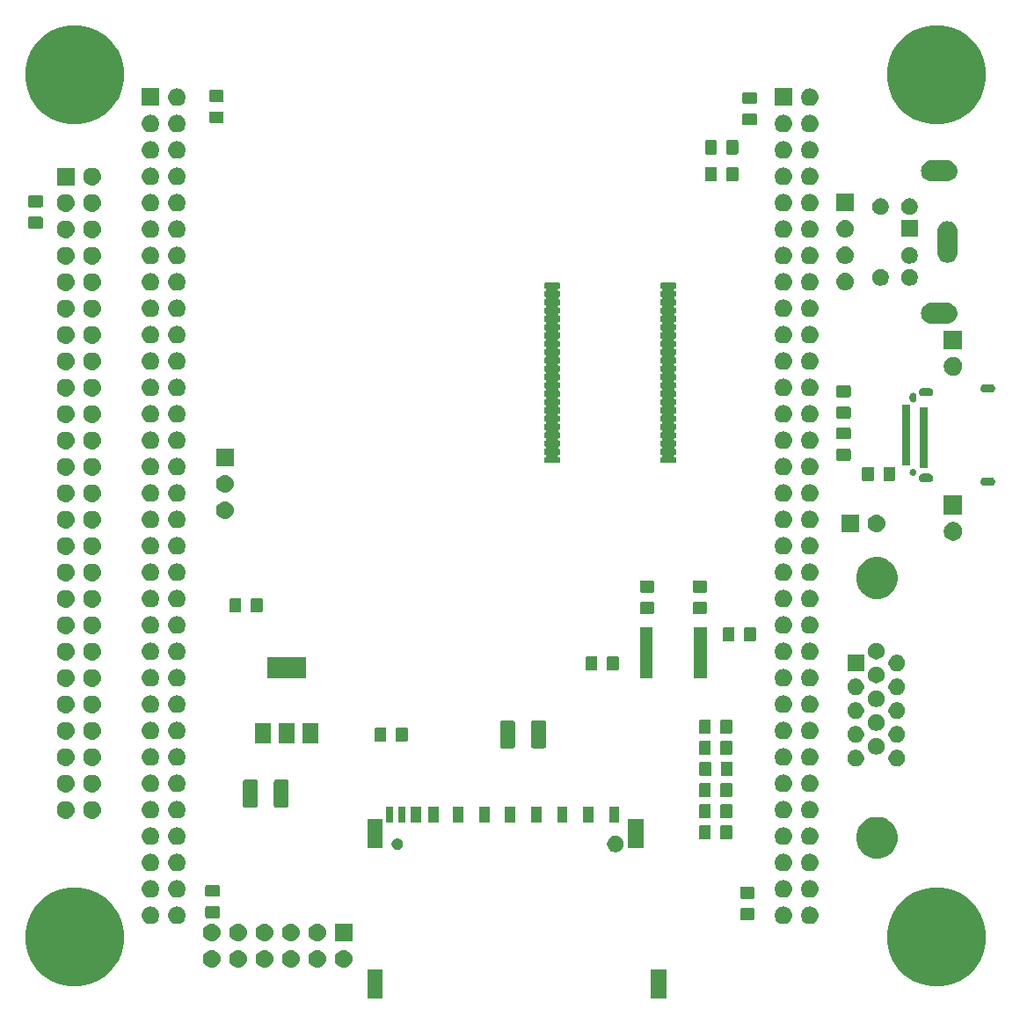
<source format=gbr>
G04 #@! TF.GenerationSoftware,KiCad,Pcbnew,(5.0.2)-1*
G04 #@! TF.CreationDate,2019-12-01T08:35:56-05:00*
G04 #@! TF.ProjectId,RETRO-EP4CE15,52455452-4f2d-4455-9034-434531352e6b,1*
G04 #@! TF.SameCoordinates,Original*
G04 #@! TF.FileFunction,Soldermask,Top*
G04 #@! TF.FilePolarity,Negative*
%FSLAX46Y46*%
G04 Gerber Fmt 4.6, Leading zero omitted, Abs format (unit mm)*
G04 Created by KiCad (PCBNEW (5.0.2)-1) date 12/1/2019 8:35:56 AM*
%MOMM*%
%LPD*%
G01*
G04 APERTURE LIST*
%ADD10C,0.152400*%
G04 APERTURE END LIST*
D10*
G36*
X72979000Y-104943000D02*
X71479000Y-104943000D01*
X71479000Y-102143000D01*
X72979000Y-102143000D01*
X72979000Y-104943000D01*
X72979000Y-104943000D01*
G37*
G36*
X45679000Y-104943000D02*
X44179000Y-104943000D01*
X44179000Y-102143000D01*
X45679000Y-102143000D01*
X45679000Y-104943000D01*
X45679000Y-104943000D01*
G37*
G36*
X17389169Y-94420519D02*
X18255889Y-94779526D01*
X19035920Y-95300726D01*
X19699274Y-95964080D01*
X20220474Y-96744111D01*
X20579481Y-97610831D01*
X20762500Y-98530933D01*
X20762500Y-99469067D01*
X20579481Y-100389169D01*
X20220474Y-101255889D01*
X19699274Y-102035920D01*
X19035920Y-102699274D01*
X18255889Y-103220474D01*
X17389169Y-103579481D01*
X16469067Y-103762500D01*
X15530933Y-103762500D01*
X14610831Y-103579481D01*
X13744111Y-103220474D01*
X12964080Y-102699274D01*
X12300726Y-102035920D01*
X11779526Y-101255889D01*
X11420519Y-100389169D01*
X11237500Y-99469067D01*
X11237500Y-98530933D01*
X11420519Y-97610831D01*
X11779526Y-96744111D01*
X12300726Y-95964080D01*
X12964080Y-95300726D01*
X13744111Y-94779526D01*
X14610831Y-94420519D01*
X15530933Y-94237500D01*
X16469067Y-94237500D01*
X17389169Y-94420519D01*
X17389169Y-94420519D01*
G37*
G36*
X100389169Y-94420519D02*
X101255889Y-94779526D01*
X102035920Y-95300726D01*
X102699274Y-95964080D01*
X103220474Y-96744111D01*
X103579481Y-97610831D01*
X103762500Y-98530933D01*
X103762500Y-99469067D01*
X103579481Y-100389169D01*
X103220474Y-101255889D01*
X102699274Y-102035920D01*
X102035920Y-102699274D01*
X101255889Y-103220474D01*
X100389169Y-103579481D01*
X99469067Y-103762500D01*
X98530933Y-103762500D01*
X97610831Y-103579481D01*
X96744111Y-103220474D01*
X95964080Y-102699274D01*
X95300726Y-102035920D01*
X94779526Y-101255889D01*
X94420519Y-100389169D01*
X94237500Y-99469067D01*
X94237500Y-98530933D01*
X94420519Y-97610831D01*
X94779526Y-96744111D01*
X95300726Y-95964080D01*
X95964080Y-95300726D01*
X96744111Y-94779526D01*
X97610831Y-94420519D01*
X98530933Y-94237500D01*
X99469067Y-94237500D01*
X100389169Y-94420519D01*
X100389169Y-94420519D01*
G37*
G36*
X36996630Y-100254299D02*
X37156855Y-100302903D01*
X37304520Y-100381831D01*
X37433949Y-100488051D01*
X37540169Y-100617480D01*
X37619097Y-100765145D01*
X37667701Y-100925370D01*
X37684112Y-101092000D01*
X37667701Y-101258630D01*
X37619097Y-101418855D01*
X37540169Y-101566520D01*
X37433949Y-101695949D01*
X37304520Y-101802169D01*
X37156855Y-101881097D01*
X36996630Y-101929701D01*
X36871752Y-101942000D01*
X36788248Y-101942000D01*
X36663370Y-101929701D01*
X36503145Y-101881097D01*
X36355480Y-101802169D01*
X36226051Y-101695949D01*
X36119831Y-101566520D01*
X36040903Y-101418855D01*
X35992299Y-101258630D01*
X35975888Y-101092000D01*
X35992299Y-100925370D01*
X36040903Y-100765145D01*
X36119831Y-100617480D01*
X36226051Y-100488051D01*
X36355480Y-100381831D01*
X36503145Y-100302903D01*
X36663370Y-100254299D01*
X36788248Y-100242000D01*
X36871752Y-100242000D01*
X36996630Y-100254299D01*
X36996630Y-100254299D01*
G37*
G36*
X34456630Y-100254299D02*
X34616855Y-100302903D01*
X34764520Y-100381831D01*
X34893949Y-100488051D01*
X35000169Y-100617480D01*
X35079097Y-100765145D01*
X35127701Y-100925370D01*
X35144112Y-101092000D01*
X35127701Y-101258630D01*
X35079097Y-101418855D01*
X35000169Y-101566520D01*
X34893949Y-101695949D01*
X34764520Y-101802169D01*
X34616855Y-101881097D01*
X34456630Y-101929701D01*
X34331752Y-101942000D01*
X34248248Y-101942000D01*
X34123370Y-101929701D01*
X33963145Y-101881097D01*
X33815480Y-101802169D01*
X33686051Y-101695949D01*
X33579831Y-101566520D01*
X33500903Y-101418855D01*
X33452299Y-101258630D01*
X33435888Y-101092000D01*
X33452299Y-100925370D01*
X33500903Y-100765145D01*
X33579831Y-100617480D01*
X33686051Y-100488051D01*
X33815480Y-100381831D01*
X33963145Y-100302903D01*
X34123370Y-100254299D01*
X34248248Y-100242000D01*
X34331752Y-100242000D01*
X34456630Y-100254299D01*
X34456630Y-100254299D01*
G37*
G36*
X42076630Y-100254299D02*
X42236855Y-100302903D01*
X42384520Y-100381831D01*
X42513949Y-100488051D01*
X42620169Y-100617480D01*
X42699097Y-100765145D01*
X42747701Y-100925370D01*
X42764112Y-101092000D01*
X42747701Y-101258630D01*
X42699097Y-101418855D01*
X42620169Y-101566520D01*
X42513949Y-101695949D01*
X42384520Y-101802169D01*
X42236855Y-101881097D01*
X42076630Y-101929701D01*
X41951752Y-101942000D01*
X41868248Y-101942000D01*
X41743370Y-101929701D01*
X41583145Y-101881097D01*
X41435480Y-101802169D01*
X41306051Y-101695949D01*
X41199831Y-101566520D01*
X41120903Y-101418855D01*
X41072299Y-101258630D01*
X41055888Y-101092000D01*
X41072299Y-100925370D01*
X41120903Y-100765145D01*
X41199831Y-100617480D01*
X41306051Y-100488051D01*
X41435480Y-100381831D01*
X41583145Y-100302903D01*
X41743370Y-100254299D01*
X41868248Y-100242000D01*
X41951752Y-100242000D01*
X42076630Y-100254299D01*
X42076630Y-100254299D01*
G37*
G36*
X31916630Y-100254299D02*
X32076855Y-100302903D01*
X32224520Y-100381831D01*
X32353949Y-100488051D01*
X32460169Y-100617480D01*
X32539097Y-100765145D01*
X32587701Y-100925370D01*
X32604112Y-101092000D01*
X32587701Y-101258630D01*
X32539097Y-101418855D01*
X32460169Y-101566520D01*
X32353949Y-101695949D01*
X32224520Y-101802169D01*
X32076855Y-101881097D01*
X31916630Y-101929701D01*
X31791752Y-101942000D01*
X31708248Y-101942000D01*
X31583370Y-101929701D01*
X31423145Y-101881097D01*
X31275480Y-101802169D01*
X31146051Y-101695949D01*
X31039831Y-101566520D01*
X30960903Y-101418855D01*
X30912299Y-101258630D01*
X30895888Y-101092000D01*
X30912299Y-100925370D01*
X30960903Y-100765145D01*
X31039831Y-100617480D01*
X31146051Y-100488051D01*
X31275480Y-100381831D01*
X31423145Y-100302903D01*
X31583370Y-100254299D01*
X31708248Y-100242000D01*
X31791752Y-100242000D01*
X31916630Y-100254299D01*
X31916630Y-100254299D01*
G37*
G36*
X39536630Y-100254299D02*
X39696855Y-100302903D01*
X39844520Y-100381831D01*
X39973949Y-100488051D01*
X40080169Y-100617480D01*
X40159097Y-100765145D01*
X40207701Y-100925370D01*
X40224112Y-101092000D01*
X40207701Y-101258630D01*
X40159097Y-101418855D01*
X40080169Y-101566520D01*
X39973949Y-101695949D01*
X39844520Y-101802169D01*
X39696855Y-101881097D01*
X39536630Y-101929701D01*
X39411752Y-101942000D01*
X39328248Y-101942000D01*
X39203370Y-101929701D01*
X39043145Y-101881097D01*
X38895480Y-101802169D01*
X38766051Y-101695949D01*
X38659831Y-101566520D01*
X38580903Y-101418855D01*
X38532299Y-101258630D01*
X38515888Y-101092000D01*
X38532299Y-100925370D01*
X38580903Y-100765145D01*
X38659831Y-100617480D01*
X38766051Y-100488051D01*
X38895480Y-100381831D01*
X39043145Y-100302903D01*
X39203370Y-100254299D01*
X39328248Y-100242000D01*
X39411752Y-100242000D01*
X39536630Y-100254299D01*
X39536630Y-100254299D01*
G37*
G36*
X29376630Y-100254299D02*
X29536855Y-100302903D01*
X29684520Y-100381831D01*
X29813949Y-100488051D01*
X29920169Y-100617480D01*
X29999097Y-100765145D01*
X30047701Y-100925370D01*
X30064112Y-101092000D01*
X30047701Y-101258630D01*
X29999097Y-101418855D01*
X29920169Y-101566520D01*
X29813949Y-101695949D01*
X29684520Y-101802169D01*
X29536855Y-101881097D01*
X29376630Y-101929701D01*
X29251752Y-101942000D01*
X29168248Y-101942000D01*
X29043370Y-101929701D01*
X28883145Y-101881097D01*
X28735480Y-101802169D01*
X28606051Y-101695949D01*
X28499831Y-101566520D01*
X28420903Y-101418855D01*
X28372299Y-101258630D01*
X28355888Y-101092000D01*
X28372299Y-100925370D01*
X28420903Y-100765145D01*
X28499831Y-100617480D01*
X28606051Y-100488051D01*
X28735480Y-100381831D01*
X28883145Y-100302903D01*
X29043370Y-100254299D01*
X29168248Y-100242000D01*
X29251752Y-100242000D01*
X29376630Y-100254299D01*
X29376630Y-100254299D01*
G37*
G36*
X31916630Y-97714299D02*
X32076855Y-97762903D01*
X32224520Y-97841831D01*
X32353949Y-97948051D01*
X32460169Y-98077480D01*
X32539097Y-98225145D01*
X32587701Y-98385370D01*
X32604112Y-98552000D01*
X32587701Y-98718630D01*
X32539097Y-98878855D01*
X32460169Y-99026520D01*
X32353949Y-99155949D01*
X32224520Y-99262169D01*
X32076855Y-99341097D01*
X31916630Y-99389701D01*
X31791752Y-99402000D01*
X31708248Y-99402000D01*
X31583370Y-99389701D01*
X31423145Y-99341097D01*
X31275480Y-99262169D01*
X31146051Y-99155949D01*
X31039831Y-99026520D01*
X30960903Y-98878855D01*
X30912299Y-98718630D01*
X30895888Y-98552000D01*
X30912299Y-98385370D01*
X30960903Y-98225145D01*
X31039831Y-98077480D01*
X31146051Y-97948051D01*
X31275480Y-97841831D01*
X31423145Y-97762903D01*
X31583370Y-97714299D01*
X31708248Y-97702000D01*
X31791752Y-97702000D01*
X31916630Y-97714299D01*
X31916630Y-97714299D01*
G37*
G36*
X39536630Y-97714299D02*
X39696855Y-97762903D01*
X39844520Y-97841831D01*
X39973949Y-97948051D01*
X40080169Y-98077480D01*
X40159097Y-98225145D01*
X40207701Y-98385370D01*
X40224112Y-98552000D01*
X40207701Y-98718630D01*
X40159097Y-98878855D01*
X40080169Y-99026520D01*
X39973949Y-99155949D01*
X39844520Y-99262169D01*
X39696855Y-99341097D01*
X39536630Y-99389701D01*
X39411752Y-99402000D01*
X39328248Y-99402000D01*
X39203370Y-99389701D01*
X39043145Y-99341097D01*
X38895480Y-99262169D01*
X38766051Y-99155949D01*
X38659831Y-99026520D01*
X38580903Y-98878855D01*
X38532299Y-98718630D01*
X38515888Y-98552000D01*
X38532299Y-98385370D01*
X38580903Y-98225145D01*
X38659831Y-98077480D01*
X38766051Y-97948051D01*
X38895480Y-97841831D01*
X39043145Y-97762903D01*
X39203370Y-97714299D01*
X39328248Y-97702000D01*
X39411752Y-97702000D01*
X39536630Y-97714299D01*
X39536630Y-97714299D01*
G37*
G36*
X34456630Y-97714299D02*
X34616855Y-97762903D01*
X34764520Y-97841831D01*
X34893949Y-97948051D01*
X35000169Y-98077480D01*
X35079097Y-98225145D01*
X35127701Y-98385370D01*
X35144112Y-98552000D01*
X35127701Y-98718630D01*
X35079097Y-98878855D01*
X35000169Y-99026520D01*
X34893949Y-99155949D01*
X34764520Y-99262169D01*
X34616855Y-99341097D01*
X34456630Y-99389701D01*
X34331752Y-99402000D01*
X34248248Y-99402000D01*
X34123370Y-99389701D01*
X33963145Y-99341097D01*
X33815480Y-99262169D01*
X33686051Y-99155949D01*
X33579831Y-99026520D01*
X33500903Y-98878855D01*
X33452299Y-98718630D01*
X33435888Y-98552000D01*
X33452299Y-98385370D01*
X33500903Y-98225145D01*
X33579831Y-98077480D01*
X33686051Y-97948051D01*
X33815480Y-97841831D01*
X33963145Y-97762903D01*
X34123370Y-97714299D01*
X34248248Y-97702000D01*
X34331752Y-97702000D01*
X34456630Y-97714299D01*
X34456630Y-97714299D01*
G37*
G36*
X36996630Y-97714299D02*
X37156855Y-97762903D01*
X37304520Y-97841831D01*
X37433949Y-97948051D01*
X37540169Y-98077480D01*
X37619097Y-98225145D01*
X37667701Y-98385370D01*
X37684112Y-98552000D01*
X37667701Y-98718630D01*
X37619097Y-98878855D01*
X37540169Y-99026520D01*
X37433949Y-99155949D01*
X37304520Y-99262169D01*
X37156855Y-99341097D01*
X36996630Y-99389701D01*
X36871752Y-99402000D01*
X36788248Y-99402000D01*
X36663370Y-99389701D01*
X36503145Y-99341097D01*
X36355480Y-99262169D01*
X36226051Y-99155949D01*
X36119831Y-99026520D01*
X36040903Y-98878855D01*
X35992299Y-98718630D01*
X35975888Y-98552000D01*
X35992299Y-98385370D01*
X36040903Y-98225145D01*
X36119831Y-98077480D01*
X36226051Y-97948051D01*
X36355480Y-97841831D01*
X36503145Y-97762903D01*
X36663370Y-97714299D01*
X36788248Y-97702000D01*
X36871752Y-97702000D01*
X36996630Y-97714299D01*
X36996630Y-97714299D01*
G37*
G36*
X42760000Y-99402000D02*
X41060000Y-99402000D01*
X41060000Y-97702000D01*
X42760000Y-97702000D01*
X42760000Y-99402000D01*
X42760000Y-99402000D01*
G37*
G36*
X29376630Y-97714299D02*
X29536855Y-97762903D01*
X29684520Y-97841831D01*
X29813949Y-97948051D01*
X29920169Y-98077480D01*
X29999097Y-98225145D01*
X30047701Y-98385370D01*
X30064112Y-98552000D01*
X30047701Y-98718630D01*
X29999097Y-98878855D01*
X29920169Y-99026520D01*
X29813949Y-99155949D01*
X29684520Y-99262169D01*
X29536855Y-99341097D01*
X29376630Y-99389701D01*
X29251752Y-99402000D01*
X29168248Y-99402000D01*
X29043370Y-99389701D01*
X28883145Y-99341097D01*
X28735480Y-99262169D01*
X28606051Y-99155949D01*
X28499831Y-99026520D01*
X28420903Y-98878855D01*
X28372299Y-98718630D01*
X28355888Y-98552000D01*
X28372299Y-98385370D01*
X28420903Y-98225145D01*
X28499831Y-98077480D01*
X28606051Y-97948051D01*
X28735480Y-97841831D01*
X28883145Y-97762903D01*
X29043370Y-97714299D01*
X29168248Y-97702000D01*
X29251752Y-97702000D01*
X29376630Y-97714299D01*
X29376630Y-97714299D01*
G37*
G36*
X86956630Y-96068299D02*
X87116855Y-96116903D01*
X87264520Y-96195831D01*
X87393949Y-96302051D01*
X87500169Y-96431480D01*
X87579097Y-96579145D01*
X87627701Y-96739370D01*
X87644112Y-96906000D01*
X87627701Y-97072630D01*
X87579097Y-97232855D01*
X87500169Y-97380520D01*
X87393949Y-97509949D01*
X87264520Y-97616169D01*
X87116855Y-97695097D01*
X86956630Y-97743701D01*
X86831752Y-97756000D01*
X86748248Y-97756000D01*
X86623370Y-97743701D01*
X86463145Y-97695097D01*
X86315480Y-97616169D01*
X86186051Y-97509949D01*
X86079831Y-97380520D01*
X86000903Y-97232855D01*
X85952299Y-97072630D01*
X85935888Y-96906000D01*
X85952299Y-96739370D01*
X86000903Y-96579145D01*
X86079831Y-96431480D01*
X86186051Y-96302051D01*
X86315480Y-96195831D01*
X86463145Y-96116903D01*
X86623370Y-96068299D01*
X86748248Y-96056000D01*
X86831752Y-96056000D01*
X86956630Y-96068299D01*
X86956630Y-96068299D01*
G37*
G36*
X23476630Y-96068299D02*
X23636855Y-96116903D01*
X23784520Y-96195831D01*
X23913949Y-96302051D01*
X24020169Y-96431480D01*
X24099097Y-96579145D01*
X24147701Y-96739370D01*
X24164112Y-96906000D01*
X24147701Y-97072630D01*
X24099097Y-97232855D01*
X24020169Y-97380520D01*
X23913949Y-97509949D01*
X23784520Y-97616169D01*
X23636855Y-97695097D01*
X23476630Y-97743701D01*
X23351752Y-97756000D01*
X23268248Y-97756000D01*
X23143370Y-97743701D01*
X22983145Y-97695097D01*
X22835480Y-97616169D01*
X22706051Y-97509949D01*
X22599831Y-97380520D01*
X22520903Y-97232855D01*
X22472299Y-97072630D01*
X22455888Y-96906000D01*
X22472299Y-96739370D01*
X22520903Y-96579145D01*
X22599831Y-96431480D01*
X22706051Y-96302051D01*
X22835480Y-96195831D01*
X22983145Y-96116903D01*
X23143370Y-96068299D01*
X23268248Y-96056000D01*
X23351752Y-96056000D01*
X23476630Y-96068299D01*
X23476630Y-96068299D01*
G37*
G36*
X26016630Y-96068299D02*
X26176855Y-96116903D01*
X26324520Y-96195831D01*
X26453949Y-96302051D01*
X26560169Y-96431480D01*
X26639097Y-96579145D01*
X26687701Y-96739370D01*
X26704112Y-96906000D01*
X26687701Y-97072630D01*
X26639097Y-97232855D01*
X26560169Y-97380520D01*
X26453949Y-97509949D01*
X26324520Y-97616169D01*
X26176855Y-97695097D01*
X26016630Y-97743701D01*
X25891752Y-97756000D01*
X25808248Y-97756000D01*
X25683370Y-97743701D01*
X25523145Y-97695097D01*
X25375480Y-97616169D01*
X25246051Y-97509949D01*
X25139831Y-97380520D01*
X25060903Y-97232855D01*
X25012299Y-97072630D01*
X24995888Y-96906000D01*
X25012299Y-96739370D01*
X25060903Y-96579145D01*
X25139831Y-96431480D01*
X25246051Y-96302051D01*
X25375480Y-96195831D01*
X25523145Y-96116903D01*
X25683370Y-96068299D01*
X25808248Y-96056000D01*
X25891752Y-96056000D01*
X26016630Y-96068299D01*
X26016630Y-96068299D01*
G37*
G36*
X84416630Y-96068299D02*
X84576855Y-96116903D01*
X84724520Y-96195831D01*
X84853949Y-96302051D01*
X84960169Y-96431480D01*
X85039097Y-96579145D01*
X85087701Y-96739370D01*
X85104112Y-96906000D01*
X85087701Y-97072630D01*
X85039097Y-97232855D01*
X84960169Y-97380520D01*
X84853949Y-97509949D01*
X84724520Y-97616169D01*
X84576855Y-97695097D01*
X84416630Y-97743701D01*
X84291752Y-97756000D01*
X84208248Y-97756000D01*
X84083370Y-97743701D01*
X83923145Y-97695097D01*
X83775480Y-97616169D01*
X83646051Y-97509949D01*
X83539831Y-97380520D01*
X83460903Y-97232855D01*
X83412299Y-97072630D01*
X83395888Y-96906000D01*
X83412299Y-96739370D01*
X83460903Y-96579145D01*
X83539831Y-96431480D01*
X83646051Y-96302051D01*
X83775480Y-96195831D01*
X83923145Y-96116903D01*
X84083370Y-96068299D01*
X84208248Y-96056000D01*
X84291752Y-96056000D01*
X84416630Y-96068299D01*
X84416630Y-96068299D01*
G37*
G36*
X81327522Y-96212039D02*
X81361053Y-96222211D01*
X81391960Y-96238731D01*
X81419043Y-96260957D01*
X81441269Y-96288040D01*
X81457789Y-96318947D01*
X81467961Y-96352478D01*
X81472000Y-96393487D01*
X81472000Y-97172513D01*
X81467961Y-97213522D01*
X81457789Y-97247053D01*
X81441269Y-97277960D01*
X81419043Y-97305043D01*
X81391960Y-97327269D01*
X81361053Y-97343789D01*
X81327522Y-97353961D01*
X81286513Y-97358000D01*
X80257487Y-97358000D01*
X80216478Y-97353961D01*
X80182947Y-97343789D01*
X80152040Y-97327269D01*
X80124957Y-97305043D01*
X80102731Y-97277960D01*
X80086211Y-97247053D01*
X80076039Y-97213522D01*
X80072000Y-97172513D01*
X80072000Y-96393487D01*
X80076039Y-96352478D01*
X80086211Y-96318947D01*
X80102731Y-96288040D01*
X80124957Y-96260957D01*
X80152040Y-96238731D01*
X80182947Y-96222211D01*
X80216478Y-96212039D01*
X80257487Y-96208000D01*
X81286513Y-96208000D01*
X81327522Y-96212039D01*
X81327522Y-96212039D01*
G37*
G36*
X29841722Y-96034239D02*
X29875253Y-96044411D01*
X29906160Y-96060931D01*
X29933243Y-96083157D01*
X29955469Y-96110240D01*
X29971989Y-96141147D01*
X29982161Y-96174678D01*
X29986200Y-96215687D01*
X29986200Y-96994713D01*
X29982161Y-97035722D01*
X29971989Y-97069253D01*
X29955469Y-97100160D01*
X29933243Y-97127243D01*
X29906160Y-97149469D01*
X29875253Y-97165989D01*
X29841722Y-97176161D01*
X29800713Y-97180200D01*
X28771687Y-97180200D01*
X28730678Y-97176161D01*
X28697147Y-97165989D01*
X28666240Y-97149469D01*
X28639157Y-97127243D01*
X28616931Y-97100160D01*
X28600411Y-97069253D01*
X28590239Y-97035722D01*
X28586200Y-96994713D01*
X28586200Y-96215687D01*
X28590239Y-96174678D01*
X28600411Y-96141147D01*
X28616931Y-96110240D01*
X28639157Y-96083157D01*
X28666240Y-96060931D01*
X28697147Y-96044411D01*
X28730678Y-96034239D01*
X28771687Y-96030200D01*
X29800713Y-96030200D01*
X29841722Y-96034239D01*
X29841722Y-96034239D01*
G37*
G36*
X81327522Y-94162039D02*
X81361053Y-94172211D01*
X81391960Y-94188731D01*
X81419043Y-94210957D01*
X81441269Y-94238040D01*
X81457789Y-94268947D01*
X81467961Y-94302478D01*
X81472000Y-94343487D01*
X81472000Y-95122513D01*
X81467961Y-95163522D01*
X81457789Y-95197053D01*
X81441269Y-95227960D01*
X81419043Y-95255043D01*
X81391960Y-95277269D01*
X81361053Y-95293789D01*
X81327522Y-95303961D01*
X81286513Y-95308000D01*
X80257487Y-95308000D01*
X80216478Y-95303961D01*
X80182947Y-95293789D01*
X80152040Y-95277269D01*
X80124957Y-95255043D01*
X80102731Y-95227960D01*
X80086211Y-95197053D01*
X80076039Y-95163522D01*
X80072000Y-95122513D01*
X80072000Y-94343487D01*
X80076039Y-94302478D01*
X80086211Y-94268947D01*
X80102731Y-94238040D01*
X80124957Y-94210957D01*
X80152040Y-94188731D01*
X80182947Y-94172211D01*
X80216478Y-94162039D01*
X80257487Y-94158000D01*
X81286513Y-94158000D01*
X81327522Y-94162039D01*
X81327522Y-94162039D01*
G37*
G36*
X86956630Y-93528299D02*
X87116855Y-93576903D01*
X87264520Y-93655831D01*
X87393949Y-93762051D01*
X87500169Y-93891480D01*
X87579097Y-94039145D01*
X87627701Y-94199370D01*
X87644112Y-94366000D01*
X87627701Y-94532630D01*
X87579097Y-94692855D01*
X87500169Y-94840520D01*
X87393949Y-94969949D01*
X87264520Y-95076169D01*
X87116855Y-95155097D01*
X86956630Y-95203701D01*
X86831752Y-95216000D01*
X86748248Y-95216000D01*
X86623370Y-95203701D01*
X86463145Y-95155097D01*
X86315480Y-95076169D01*
X86186051Y-94969949D01*
X86079831Y-94840520D01*
X86000903Y-94692855D01*
X85952299Y-94532630D01*
X85935888Y-94366000D01*
X85952299Y-94199370D01*
X86000903Y-94039145D01*
X86079831Y-93891480D01*
X86186051Y-93762051D01*
X86315480Y-93655831D01*
X86463145Y-93576903D01*
X86623370Y-93528299D01*
X86748248Y-93516000D01*
X86831752Y-93516000D01*
X86956630Y-93528299D01*
X86956630Y-93528299D01*
G37*
G36*
X84416630Y-93528299D02*
X84576855Y-93576903D01*
X84724520Y-93655831D01*
X84853949Y-93762051D01*
X84960169Y-93891480D01*
X85039097Y-94039145D01*
X85087701Y-94199370D01*
X85104112Y-94366000D01*
X85087701Y-94532630D01*
X85039097Y-94692855D01*
X84960169Y-94840520D01*
X84853949Y-94969949D01*
X84724520Y-95076169D01*
X84576855Y-95155097D01*
X84416630Y-95203701D01*
X84291752Y-95216000D01*
X84208248Y-95216000D01*
X84083370Y-95203701D01*
X83923145Y-95155097D01*
X83775480Y-95076169D01*
X83646051Y-94969949D01*
X83539831Y-94840520D01*
X83460903Y-94692855D01*
X83412299Y-94532630D01*
X83395888Y-94366000D01*
X83412299Y-94199370D01*
X83460903Y-94039145D01*
X83539831Y-93891480D01*
X83646051Y-93762051D01*
X83775480Y-93655831D01*
X83923145Y-93576903D01*
X84083370Y-93528299D01*
X84208248Y-93516000D01*
X84291752Y-93516000D01*
X84416630Y-93528299D01*
X84416630Y-93528299D01*
G37*
G36*
X23476630Y-93528299D02*
X23636855Y-93576903D01*
X23784520Y-93655831D01*
X23913949Y-93762051D01*
X24020169Y-93891480D01*
X24099097Y-94039145D01*
X24147701Y-94199370D01*
X24164112Y-94366000D01*
X24147701Y-94532630D01*
X24099097Y-94692855D01*
X24020169Y-94840520D01*
X23913949Y-94969949D01*
X23784520Y-95076169D01*
X23636855Y-95155097D01*
X23476630Y-95203701D01*
X23351752Y-95216000D01*
X23268248Y-95216000D01*
X23143370Y-95203701D01*
X22983145Y-95155097D01*
X22835480Y-95076169D01*
X22706051Y-94969949D01*
X22599831Y-94840520D01*
X22520903Y-94692855D01*
X22472299Y-94532630D01*
X22455888Y-94366000D01*
X22472299Y-94199370D01*
X22520903Y-94039145D01*
X22599831Y-93891480D01*
X22706051Y-93762051D01*
X22835480Y-93655831D01*
X22983145Y-93576903D01*
X23143370Y-93528299D01*
X23268248Y-93516000D01*
X23351752Y-93516000D01*
X23476630Y-93528299D01*
X23476630Y-93528299D01*
G37*
G36*
X26016630Y-93528299D02*
X26176855Y-93576903D01*
X26324520Y-93655831D01*
X26453949Y-93762051D01*
X26560169Y-93891480D01*
X26639097Y-94039145D01*
X26687701Y-94199370D01*
X26704112Y-94366000D01*
X26687701Y-94532630D01*
X26639097Y-94692855D01*
X26560169Y-94840520D01*
X26453949Y-94969949D01*
X26324520Y-95076169D01*
X26176855Y-95155097D01*
X26016630Y-95203701D01*
X25891752Y-95216000D01*
X25808248Y-95216000D01*
X25683370Y-95203701D01*
X25523145Y-95155097D01*
X25375480Y-95076169D01*
X25246051Y-94969949D01*
X25139831Y-94840520D01*
X25060903Y-94692855D01*
X25012299Y-94532630D01*
X24995888Y-94366000D01*
X25012299Y-94199370D01*
X25060903Y-94039145D01*
X25139831Y-93891480D01*
X25246051Y-93762051D01*
X25375480Y-93655831D01*
X25523145Y-93576903D01*
X25683370Y-93528299D01*
X25808248Y-93516000D01*
X25891752Y-93516000D01*
X26016630Y-93528299D01*
X26016630Y-93528299D01*
G37*
G36*
X29841722Y-93984239D02*
X29875253Y-93994411D01*
X29906160Y-94010931D01*
X29933243Y-94033157D01*
X29955469Y-94060240D01*
X29971989Y-94091147D01*
X29982161Y-94124678D01*
X29986200Y-94165687D01*
X29986200Y-94944713D01*
X29982161Y-94985722D01*
X29971989Y-95019253D01*
X29955469Y-95050160D01*
X29933243Y-95077243D01*
X29906160Y-95099469D01*
X29875253Y-95115989D01*
X29841722Y-95126161D01*
X29800713Y-95130200D01*
X28771687Y-95130200D01*
X28730678Y-95126161D01*
X28697147Y-95115989D01*
X28666240Y-95099469D01*
X28639157Y-95077243D01*
X28616931Y-95050160D01*
X28600411Y-95019253D01*
X28590239Y-94985722D01*
X28586200Y-94944713D01*
X28586200Y-94165687D01*
X28590239Y-94124678D01*
X28600411Y-94091147D01*
X28616931Y-94060240D01*
X28639157Y-94033157D01*
X28666240Y-94010931D01*
X28697147Y-93994411D01*
X28730678Y-93984239D01*
X28771687Y-93980200D01*
X29800713Y-93980200D01*
X29841722Y-93984239D01*
X29841722Y-93984239D01*
G37*
G36*
X23476630Y-90988299D02*
X23636855Y-91036903D01*
X23784520Y-91115831D01*
X23913949Y-91222051D01*
X24020169Y-91351480D01*
X24099097Y-91499145D01*
X24147701Y-91659370D01*
X24164112Y-91826000D01*
X24147701Y-91992630D01*
X24099097Y-92152855D01*
X24020169Y-92300520D01*
X23913949Y-92429949D01*
X23784520Y-92536169D01*
X23636855Y-92615097D01*
X23476630Y-92663701D01*
X23351752Y-92676000D01*
X23268248Y-92676000D01*
X23143370Y-92663701D01*
X22983145Y-92615097D01*
X22835480Y-92536169D01*
X22706051Y-92429949D01*
X22599831Y-92300520D01*
X22520903Y-92152855D01*
X22472299Y-91992630D01*
X22455888Y-91826000D01*
X22472299Y-91659370D01*
X22520903Y-91499145D01*
X22599831Y-91351480D01*
X22706051Y-91222051D01*
X22835480Y-91115831D01*
X22983145Y-91036903D01*
X23143370Y-90988299D01*
X23268248Y-90976000D01*
X23351752Y-90976000D01*
X23476630Y-90988299D01*
X23476630Y-90988299D01*
G37*
G36*
X26016630Y-90988299D02*
X26176855Y-91036903D01*
X26324520Y-91115831D01*
X26453949Y-91222051D01*
X26560169Y-91351480D01*
X26639097Y-91499145D01*
X26687701Y-91659370D01*
X26704112Y-91826000D01*
X26687701Y-91992630D01*
X26639097Y-92152855D01*
X26560169Y-92300520D01*
X26453949Y-92429949D01*
X26324520Y-92536169D01*
X26176855Y-92615097D01*
X26016630Y-92663701D01*
X25891752Y-92676000D01*
X25808248Y-92676000D01*
X25683370Y-92663701D01*
X25523145Y-92615097D01*
X25375480Y-92536169D01*
X25246051Y-92429949D01*
X25139831Y-92300520D01*
X25060903Y-92152855D01*
X25012299Y-91992630D01*
X24995888Y-91826000D01*
X25012299Y-91659370D01*
X25060903Y-91499145D01*
X25139831Y-91351480D01*
X25246051Y-91222051D01*
X25375480Y-91115831D01*
X25523145Y-91036903D01*
X25683370Y-90988299D01*
X25808248Y-90976000D01*
X25891752Y-90976000D01*
X26016630Y-90988299D01*
X26016630Y-90988299D01*
G37*
G36*
X84416630Y-90988299D02*
X84576855Y-91036903D01*
X84724520Y-91115831D01*
X84853949Y-91222051D01*
X84960169Y-91351480D01*
X85039097Y-91499145D01*
X85087701Y-91659370D01*
X85104112Y-91826000D01*
X85087701Y-91992630D01*
X85039097Y-92152855D01*
X84960169Y-92300520D01*
X84853949Y-92429949D01*
X84724520Y-92536169D01*
X84576855Y-92615097D01*
X84416630Y-92663701D01*
X84291752Y-92676000D01*
X84208248Y-92676000D01*
X84083370Y-92663701D01*
X83923145Y-92615097D01*
X83775480Y-92536169D01*
X83646051Y-92429949D01*
X83539831Y-92300520D01*
X83460903Y-92152855D01*
X83412299Y-91992630D01*
X83395888Y-91826000D01*
X83412299Y-91659370D01*
X83460903Y-91499145D01*
X83539831Y-91351480D01*
X83646051Y-91222051D01*
X83775480Y-91115831D01*
X83923145Y-91036903D01*
X84083370Y-90988299D01*
X84208248Y-90976000D01*
X84291752Y-90976000D01*
X84416630Y-90988299D01*
X84416630Y-90988299D01*
G37*
G36*
X86956630Y-90988299D02*
X87116855Y-91036903D01*
X87264520Y-91115831D01*
X87393949Y-91222051D01*
X87500169Y-91351480D01*
X87579097Y-91499145D01*
X87627701Y-91659370D01*
X87644112Y-91826000D01*
X87627701Y-91992630D01*
X87579097Y-92152855D01*
X87500169Y-92300520D01*
X87393949Y-92429949D01*
X87264520Y-92536169D01*
X87116855Y-92615097D01*
X86956630Y-92663701D01*
X86831752Y-92676000D01*
X86748248Y-92676000D01*
X86623370Y-92663701D01*
X86463145Y-92615097D01*
X86315480Y-92536169D01*
X86186051Y-92429949D01*
X86079831Y-92300520D01*
X86000903Y-92152855D01*
X85952299Y-91992630D01*
X85935888Y-91826000D01*
X85952299Y-91659370D01*
X86000903Y-91499145D01*
X86079831Y-91351480D01*
X86186051Y-91222051D01*
X86315480Y-91115831D01*
X86463145Y-91036903D01*
X86623370Y-90988299D01*
X86748248Y-90976000D01*
X86831752Y-90976000D01*
X86956630Y-90988299D01*
X86956630Y-90988299D01*
G37*
G36*
X93844778Y-87510459D02*
X94208754Y-87661222D01*
X94536329Y-87880101D01*
X94814899Y-88158671D01*
X95033778Y-88486246D01*
X95184541Y-88850222D01*
X95261400Y-89236616D01*
X95261400Y-89630584D01*
X95184541Y-90016978D01*
X95033778Y-90380954D01*
X94814899Y-90708529D01*
X94536329Y-90987099D01*
X94208754Y-91205978D01*
X93844778Y-91356741D01*
X93458384Y-91433600D01*
X93064416Y-91433600D01*
X92678022Y-91356741D01*
X92314046Y-91205978D01*
X91986471Y-90987099D01*
X91707901Y-90708529D01*
X91489022Y-90380954D01*
X91338259Y-90016978D01*
X91261400Y-89630584D01*
X91261400Y-89236616D01*
X91338259Y-88850222D01*
X91489022Y-88486246D01*
X91707901Y-88158671D01*
X91986471Y-87880101D01*
X92314046Y-87661222D01*
X92678022Y-87510459D01*
X93064416Y-87433600D01*
X93458384Y-87433600D01*
X93844778Y-87510459D01*
X93844778Y-87510459D01*
G37*
G36*
X68312352Y-89273743D02*
X68457941Y-89334048D01*
X68588973Y-89421601D01*
X68700399Y-89533027D01*
X68787952Y-89664059D01*
X68848257Y-89809648D01*
X68879000Y-89964205D01*
X68879000Y-90121795D01*
X68848257Y-90276352D01*
X68787952Y-90421941D01*
X68700399Y-90552973D01*
X68588973Y-90664399D01*
X68457941Y-90751952D01*
X68312352Y-90812257D01*
X68157795Y-90843000D01*
X68000205Y-90843000D01*
X67845648Y-90812257D01*
X67700059Y-90751952D01*
X67569027Y-90664399D01*
X67457601Y-90552973D01*
X67370048Y-90421941D01*
X67309743Y-90276352D01*
X67279000Y-90121795D01*
X67279000Y-89964205D01*
X67309743Y-89809648D01*
X67370048Y-89664059D01*
X67457601Y-89533027D01*
X67569027Y-89421601D01*
X67700059Y-89334048D01*
X67845648Y-89273743D01*
X68000205Y-89243000D01*
X68157795Y-89243000D01*
X68312352Y-89273743D01*
X68312352Y-89273743D01*
G37*
G36*
X47168590Y-89500045D02*
X47239429Y-89514136D01*
X47318872Y-89547043D01*
X47339523Y-89555597D01*
X47429607Y-89615789D01*
X47506211Y-89692393D01*
X47506213Y-89692396D01*
X47566403Y-89782477D01*
X47607864Y-89882571D01*
X47629000Y-89988830D01*
X47629000Y-90097170D01*
X47607864Y-90203429D01*
X47577658Y-90276351D01*
X47566403Y-90303523D01*
X47506211Y-90393607D01*
X47429607Y-90470211D01*
X47429604Y-90470213D01*
X47339523Y-90530403D01*
X47239429Y-90571864D01*
X47168590Y-90585955D01*
X47133171Y-90593000D01*
X47024829Y-90593000D01*
X46989410Y-90585955D01*
X46918571Y-90571864D01*
X46818477Y-90530403D01*
X46728396Y-90470213D01*
X46728393Y-90470211D01*
X46651789Y-90393607D01*
X46591597Y-90303523D01*
X46580342Y-90276351D01*
X46550136Y-90203429D01*
X46529000Y-90097170D01*
X46529000Y-89988830D01*
X46550136Y-89882571D01*
X46591597Y-89782477D01*
X46651787Y-89692396D01*
X46651789Y-89692393D01*
X46728393Y-89615789D01*
X46818477Y-89555597D01*
X46839128Y-89547043D01*
X46918571Y-89514136D01*
X46989410Y-89500045D01*
X47024829Y-89493000D01*
X47133171Y-89493000D01*
X47168590Y-89500045D01*
X47168590Y-89500045D01*
G37*
G36*
X70779000Y-90443000D02*
X69279000Y-90443000D01*
X69279000Y-87643000D01*
X70779000Y-87643000D01*
X70779000Y-90443000D01*
X70779000Y-90443000D01*
G37*
G36*
X45679000Y-90443000D02*
X44179000Y-90443000D01*
X44179000Y-87643000D01*
X45679000Y-87643000D01*
X45679000Y-90443000D01*
X45679000Y-90443000D01*
G37*
G36*
X84416630Y-88448299D02*
X84576855Y-88496903D01*
X84724520Y-88575831D01*
X84853949Y-88682051D01*
X84960169Y-88811480D01*
X85039097Y-88959145D01*
X85087701Y-89119370D01*
X85104112Y-89286000D01*
X85087701Y-89452630D01*
X85039097Y-89612855D01*
X84960169Y-89760520D01*
X84853949Y-89889949D01*
X84724520Y-89996169D01*
X84576855Y-90075097D01*
X84416630Y-90123701D01*
X84291752Y-90136000D01*
X84208248Y-90136000D01*
X84083370Y-90123701D01*
X83923145Y-90075097D01*
X83775480Y-89996169D01*
X83646051Y-89889949D01*
X83539831Y-89760520D01*
X83460903Y-89612855D01*
X83412299Y-89452630D01*
X83395888Y-89286000D01*
X83412299Y-89119370D01*
X83460903Y-88959145D01*
X83539831Y-88811480D01*
X83646051Y-88682051D01*
X83775480Y-88575831D01*
X83923145Y-88496903D01*
X84083370Y-88448299D01*
X84208248Y-88436000D01*
X84291752Y-88436000D01*
X84416630Y-88448299D01*
X84416630Y-88448299D01*
G37*
G36*
X86956630Y-88448299D02*
X87116855Y-88496903D01*
X87264520Y-88575831D01*
X87393949Y-88682051D01*
X87500169Y-88811480D01*
X87579097Y-88959145D01*
X87627701Y-89119370D01*
X87644112Y-89286000D01*
X87627701Y-89452630D01*
X87579097Y-89612855D01*
X87500169Y-89760520D01*
X87393949Y-89889949D01*
X87264520Y-89996169D01*
X87116855Y-90075097D01*
X86956630Y-90123701D01*
X86831752Y-90136000D01*
X86748248Y-90136000D01*
X86623370Y-90123701D01*
X86463145Y-90075097D01*
X86315480Y-89996169D01*
X86186051Y-89889949D01*
X86079831Y-89760520D01*
X86000903Y-89612855D01*
X85952299Y-89452630D01*
X85935888Y-89286000D01*
X85952299Y-89119370D01*
X86000903Y-88959145D01*
X86079831Y-88811480D01*
X86186051Y-88682051D01*
X86315480Y-88575831D01*
X86463145Y-88496903D01*
X86623370Y-88448299D01*
X86748248Y-88436000D01*
X86831752Y-88436000D01*
X86956630Y-88448299D01*
X86956630Y-88448299D01*
G37*
G36*
X26016630Y-88448299D02*
X26176855Y-88496903D01*
X26324520Y-88575831D01*
X26453949Y-88682051D01*
X26560169Y-88811480D01*
X26639097Y-88959145D01*
X26687701Y-89119370D01*
X26704112Y-89286000D01*
X26687701Y-89452630D01*
X26639097Y-89612855D01*
X26560169Y-89760520D01*
X26453949Y-89889949D01*
X26324520Y-89996169D01*
X26176855Y-90075097D01*
X26016630Y-90123701D01*
X25891752Y-90136000D01*
X25808248Y-90136000D01*
X25683370Y-90123701D01*
X25523145Y-90075097D01*
X25375480Y-89996169D01*
X25246051Y-89889949D01*
X25139831Y-89760520D01*
X25060903Y-89612855D01*
X25012299Y-89452630D01*
X24995888Y-89286000D01*
X25012299Y-89119370D01*
X25060903Y-88959145D01*
X25139831Y-88811480D01*
X25246051Y-88682051D01*
X25375480Y-88575831D01*
X25523145Y-88496903D01*
X25683370Y-88448299D01*
X25808248Y-88436000D01*
X25891752Y-88436000D01*
X26016630Y-88448299D01*
X26016630Y-88448299D01*
G37*
G36*
X23476630Y-88448299D02*
X23636855Y-88496903D01*
X23784520Y-88575831D01*
X23913949Y-88682051D01*
X24020169Y-88811480D01*
X24099097Y-88959145D01*
X24147701Y-89119370D01*
X24164112Y-89286000D01*
X24147701Y-89452630D01*
X24099097Y-89612855D01*
X24020169Y-89760520D01*
X23913949Y-89889949D01*
X23784520Y-89996169D01*
X23636855Y-90075097D01*
X23476630Y-90123701D01*
X23351752Y-90136000D01*
X23268248Y-90136000D01*
X23143370Y-90123701D01*
X22983145Y-90075097D01*
X22835480Y-89996169D01*
X22706051Y-89889949D01*
X22599831Y-89760520D01*
X22520903Y-89612855D01*
X22472299Y-89452630D01*
X22455888Y-89286000D01*
X22472299Y-89119370D01*
X22520903Y-88959145D01*
X22599831Y-88811480D01*
X22706051Y-88682051D01*
X22835480Y-88575831D01*
X22983145Y-88496903D01*
X23143370Y-88448299D01*
X23268248Y-88436000D01*
X23351752Y-88436000D01*
X23476630Y-88448299D01*
X23476630Y-88448299D01*
G37*
G36*
X79179522Y-88204039D02*
X79213053Y-88214211D01*
X79243960Y-88230731D01*
X79271043Y-88252957D01*
X79293269Y-88280040D01*
X79309789Y-88310947D01*
X79319961Y-88344478D01*
X79324000Y-88385487D01*
X79324000Y-89414513D01*
X79319961Y-89455522D01*
X79309789Y-89489053D01*
X79293269Y-89519960D01*
X79271043Y-89547043D01*
X79243960Y-89569269D01*
X79213053Y-89585789D01*
X79179522Y-89595961D01*
X79138513Y-89600000D01*
X78359487Y-89600000D01*
X78318478Y-89595961D01*
X78284947Y-89585789D01*
X78254040Y-89569269D01*
X78226957Y-89547043D01*
X78204731Y-89519960D01*
X78188211Y-89489053D01*
X78178039Y-89455522D01*
X78174000Y-89414513D01*
X78174000Y-88385487D01*
X78178039Y-88344478D01*
X78188211Y-88310947D01*
X78204731Y-88280040D01*
X78226957Y-88252957D01*
X78254040Y-88230731D01*
X78284947Y-88214211D01*
X78318478Y-88204039D01*
X78359487Y-88200000D01*
X79138513Y-88200000D01*
X79179522Y-88204039D01*
X79179522Y-88204039D01*
G37*
G36*
X77129522Y-88204039D02*
X77163053Y-88214211D01*
X77193960Y-88230731D01*
X77221043Y-88252957D01*
X77243269Y-88280040D01*
X77259789Y-88310947D01*
X77269961Y-88344478D01*
X77274000Y-88385487D01*
X77274000Y-89414513D01*
X77269961Y-89455522D01*
X77259789Y-89489053D01*
X77243269Y-89519960D01*
X77221043Y-89547043D01*
X77193960Y-89569269D01*
X77163053Y-89585789D01*
X77129522Y-89595961D01*
X77088513Y-89600000D01*
X76309487Y-89600000D01*
X76268478Y-89595961D01*
X76234947Y-89585789D01*
X76204040Y-89569269D01*
X76176957Y-89547043D01*
X76154731Y-89519960D01*
X76138211Y-89489053D01*
X76128039Y-89455522D01*
X76124000Y-89414513D01*
X76124000Y-88385487D01*
X76128039Y-88344478D01*
X76138211Y-88310947D01*
X76154731Y-88280040D01*
X76176957Y-88252957D01*
X76204040Y-88230731D01*
X76234947Y-88214211D01*
X76268478Y-88204039D01*
X76309487Y-88200000D01*
X77088513Y-88200000D01*
X77129522Y-88204039D01*
X77129522Y-88204039D01*
G37*
G36*
X60959000Y-87993000D02*
X59959000Y-87993000D01*
X59959000Y-86493000D01*
X60959000Y-86493000D01*
X60959000Y-87993000D01*
X60959000Y-87993000D01*
G37*
G36*
X65959000Y-87993000D02*
X64959000Y-87993000D01*
X64959000Y-86493000D01*
X65959000Y-86493000D01*
X65959000Y-87993000D01*
X65959000Y-87993000D01*
G37*
G36*
X53459000Y-87993000D02*
X52459000Y-87993000D01*
X52459000Y-86493000D01*
X53459000Y-86493000D01*
X53459000Y-87993000D01*
X53459000Y-87993000D01*
G37*
G36*
X47849000Y-87993000D02*
X47149000Y-87993000D01*
X47149000Y-86493000D01*
X47849000Y-86493000D01*
X47849000Y-87993000D01*
X47849000Y-87993000D01*
G37*
G36*
X46709000Y-87993000D02*
X46009000Y-87993000D01*
X46009000Y-86493000D01*
X46709000Y-86493000D01*
X46709000Y-87993000D01*
X46709000Y-87993000D01*
G37*
G36*
X63459000Y-87993000D02*
X62459000Y-87993000D01*
X62459000Y-86493000D01*
X63459000Y-86493000D01*
X63459000Y-87993000D01*
X63459000Y-87993000D01*
G37*
G36*
X55959000Y-87993000D02*
X54959000Y-87993000D01*
X54959000Y-86493000D01*
X55959000Y-86493000D01*
X55959000Y-87993000D01*
X55959000Y-87993000D01*
G37*
G36*
X68459000Y-87993000D02*
X67459000Y-87993000D01*
X67459000Y-86493000D01*
X68459000Y-86493000D01*
X68459000Y-87993000D01*
X68459000Y-87993000D01*
G37*
G36*
X49339000Y-87993000D02*
X48339000Y-87993000D01*
X48339000Y-86493000D01*
X49339000Y-86493000D01*
X49339000Y-87993000D01*
X49339000Y-87993000D01*
G37*
G36*
X51039000Y-87993000D02*
X50039000Y-87993000D01*
X50039000Y-86493000D01*
X51039000Y-86493000D01*
X51039000Y-87993000D01*
X51039000Y-87993000D01*
G37*
G36*
X58459000Y-87993000D02*
X57459000Y-87993000D01*
X57459000Y-86493000D01*
X58459000Y-86493000D01*
X58459000Y-87993000D01*
X58459000Y-87993000D01*
G37*
G36*
X15306630Y-85922299D02*
X15466855Y-85970903D01*
X15614520Y-86049831D01*
X15743949Y-86156051D01*
X15850169Y-86285480D01*
X15929097Y-86433145D01*
X15977701Y-86593370D01*
X15994112Y-86760000D01*
X15977701Y-86926630D01*
X15929097Y-87086855D01*
X15850169Y-87234520D01*
X15743949Y-87363949D01*
X15614520Y-87470169D01*
X15466855Y-87549097D01*
X15306630Y-87597701D01*
X15181752Y-87610000D01*
X15098248Y-87610000D01*
X14973370Y-87597701D01*
X14813145Y-87549097D01*
X14665480Y-87470169D01*
X14536051Y-87363949D01*
X14429831Y-87234520D01*
X14350903Y-87086855D01*
X14302299Y-86926630D01*
X14285888Y-86760000D01*
X14302299Y-86593370D01*
X14350903Y-86433145D01*
X14429831Y-86285480D01*
X14536051Y-86156051D01*
X14665480Y-86049831D01*
X14813145Y-85970903D01*
X14973370Y-85922299D01*
X15098248Y-85910000D01*
X15181752Y-85910000D01*
X15306630Y-85922299D01*
X15306630Y-85922299D01*
G37*
G36*
X17846630Y-85922299D02*
X18006855Y-85970903D01*
X18154520Y-86049831D01*
X18283949Y-86156051D01*
X18390169Y-86285480D01*
X18469097Y-86433145D01*
X18517701Y-86593370D01*
X18534112Y-86760000D01*
X18517701Y-86926630D01*
X18469097Y-87086855D01*
X18390169Y-87234520D01*
X18283949Y-87363949D01*
X18154520Y-87470169D01*
X18006855Y-87549097D01*
X17846630Y-87597701D01*
X17721752Y-87610000D01*
X17638248Y-87610000D01*
X17513370Y-87597701D01*
X17353145Y-87549097D01*
X17205480Y-87470169D01*
X17076051Y-87363949D01*
X16969831Y-87234520D01*
X16890903Y-87086855D01*
X16842299Y-86926630D01*
X16825888Y-86760000D01*
X16842299Y-86593370D01*
X16890903Y-86433145D01*
X16969831Y-86285480D01*
X17076051Y-86156051D01*
X17205480Y-86049831D01*
X17353145Y-85970903D01*
X17513370Y-85922299D01*
X17638248Y-85910000D01*
X17721752Y-85910000D01*
X17846630Y-85922299D01*
X17846630Y-85922299D01*
G37*
G36*
X23476630Y-85908299D02*
X23636855Y-85956903D01*
X23784520Y-86035831D01*
X23913949Y-86142051D01*
X24020169Y-86271480D01*
X24099097Y-86419145D01*
X24147701Y-86579370D01*
X24164112Y-86746000D01*
X24147701Y-86912630D01*
X24099097Y-87072855D01*
X24020169Y-87220520D01*
X23913949Y-87349949D01*
X23784520Y-87456169D01*
X23636855Y-87535097D01*
X23476630Y-87583701D01*
X23351752Y-87596000D01*
X23268248Y-87596000D01*
X23143370Y-87583701D01*
X22983145Y-87535097D01*
X22835480Y-87456169D01*
X22706051Y-87349949D01*
X22599831Y-87220520D01*
X22520903Y-87072855D01*
X22472299Y-86912630D01*
X22455888Y-86746000D01*
X22472299Y-86579370D01*
X22520903Y-86419145D01*
X22599831Y-86271480D01*
X22706051Y-86142051D01*
X22835480Y-86035831D01*
X22983145Y-85956903D01*
X23143370Y-85908299D01*
X23268248Y-85896000D01*
X23351752Y-85896000D01*
X23476630Y-85908299D01*
X23476630Y-85908299D01*
G37*
G36*
X26016630Y-85908299D02*
X26176855Y-85956903D01*
X26324520Y-86035831D01*
X26453949Y-86142051D01*
X26560169Y-86271480D01*
X26639097Y-86419145D01*
X26687701Y-86579370D01*
X26704112Y-86746000D01*
X26687701Y-86912630D01*
X26639097Y-87072855D01*
X26560169Y-87220520D01*
X26453949Y-87349949D01*
X26324520Y-87456169D01*
X26176855Y-87535097D01*
X26016630Y-87583701D01*
X25891752Y-87596000D01*
X25808248Y-87596000D01*
X25683370Y-87583701D01*
X25523145Y-87535097D01*
X25375480Y-87456169D01*
X25246051Y-87349949D01*
X25139831Y-87220520D01*
X25060903Y-87072855D01*
X25012299Y-86912630D01*
X24995888Y-86746000D01*
X25012299Y-86579370D01*
X25060903Y-86419145D01*
X25139831Y-86271480D01*
X25246051Y-86142051D01*
X25375480Y-86035831D01*
X25523145Y-85956903D01*
X25683370Y-85908299D01*
X25808248Y-85896000D01*
X25891752Y-85896000D01*
X26016630Y-85908299D01*
X26016630Y-85908299D01*
G37*
G36*
X86956630Y-85908299D02*
X87116855Y-85956903D01*
X87264520Y-86035831D01*
X87393949Y-86142051D01*
X87500169Y-86271480D01*
X87579097Y-86419145D01*
X87627701Y-86579370D01*
X87644112Y-86746000D01*
X87627701Y-86912630D01*
X87579097Y-87072855D01*
X87500169Y-87220520D01*
X87393949Y-87349949D01*
X87264520Y-87456169D01*
X87116855Y-87535097D01*
X86956630Y-87583701D01*
X86831752Y-87596000D01*
X86748248Y-87596000D01*
X86623370Y-87583701D01*
X86463145Y-87535097D01*
X86315480Y-87456169D01*
X86186051Y-87349949D01*
X86079831Y-87220520D01*
X86000903Y-87072855D01*
X85952299Y-86912630D01*
X85935888Y-86746000D01*
X85952299Y-86579370D01*
X86000903Y-86419145D01*
X86079831Y-86271480D01*
X86186051Y-86142051D01*
X86315480Y-86035831D01*
X86463145Y-85956903D01*
X86623370Y-85908299D01*
X86748248Y-85896000D01*
X86831752Y-85896000D01*
X86956630Y-85908299D01*
X86956630Y-85908299D01*
G37*
G36*
X84416630Y-85908299D02*
X84576855Y-85956903D01*
X84724520Y-86035831D01*
X84853949Y-86142051D01*
X84960169Y-86271480D01*
X85039097Y-86419145D01*
X85087701Y-86579370D01*
X85104112Y-86746000D01*
X85087701Y-86912630D01*
X85039097Y-87072855D01*
X84960169Y-87220520D01*
X84853949Y-87349949D01*
X84724520Y-87456169D01*
X84576855Y-87535097D01*
X84416630Y-87583701D01*
X84291752Y-87596000D01*
X84208248Y-87596000D01*
X84083370Y-87583701D01*
X83923145Y-87535097D01*
X83775480Y-87456169D01*
X83646051Y-87349949D01*
X83539831Y-87220520D01*
X83460903Y-87072855D01*
X83412299Y-86912630D01*
X83395888Y-86746000D01*
X83412299Y-86579370D01*
X83460903Y-86419145D01*
X83539831Y-86271480D01*
X83646051Y-86142051D01*
X83775480Y-86035831D01*
X83923145Y-85956903D01*
X84083370Y-85908299D01*
X84208248Y-85896000D01*
X84291752Y-85896000D01*
X84416630Y-85908299D01*
X84416630Y-85908299D01*
G37*
G36*
X79179522Y-86172039D02*
X79213053Y-86182211D01*
X79243960Y-86198731D01*
X79271043Y-86220957D01*
X79293269Y-86248040D01*
X79309789Y-86278947D01*
X79319961Y-86312478D01*
X79324000Y-86353487D01*
X79324000Y-87382513D01*
X79319961Y-87423522D01*
X79309789Y-87457053D01*
X79293269Y-87487960D01*
X79271043Y-87515043D01*
X79243960Y-87537269D01*
X79213053Y-87553789D01*
X79179522Y-87563961D01*
X79138513Y-87568000D01*
X78359487Y-87568000D01*
X78318478Y-87563961D01*
X78284947Y-87553789D01*
X78254040Y-87537269D01*
X78226957Y-87515043D01*
X78204731Y-87487960D01*
X78188211Y-87457053D01*
X78178039Y-87423522D01*
X78174000Y-87382513D01*
X78174000Y-86353487D01*
X78178039Y-86312478D01*
X78188211Y-86278947D01*
X78204731Y-86248040D01*
X78226957Y-86220957D01*
X78254040Y-86198731D01*
X78284947Y-86182211D01*
X78318478Y-86172039D01*
X78359487Y-86168000D01*
X79138513Y-86168000D01*
X79179522Y-86172039D01*
X79179522Y-86172039D01*
G37*
G36*
X77129522Y-86172039D02*
X77163053Y-86182211D01*
X77193960Y-86198731D01*
X77221043Y-86220957D01*
X77243269Y-86248040D01*
X77259789Y-86278947D01*
X77269961Y-86312478D01*
X77274000Y-86353487D01*
X77274000Y-87382513D01*
X77269961Y-87423522D01*
X77259789Y-87457053D01*
X77243269Y-87487960D01*
X77221043Y-87515043D01*
X77193960Y-87537269D01*
X77163053Y-87553789D01*
X77129522Y-87563961D01*
X77088513Y-87568000D01*
X76309487Y-87568000D01*
X76268478Y-87563961D01*
X76234947Y-87553789D01*
X76204040Y-87537269D01*
X76176957Y-87515043D01*
X76154731Y-87487960D01*
X76138211Y-87457053D01*
X76128039Y-87423522D01*
X76124000Y-87382513D01*
X76124000Y-86353487D01*
X76128039Y-86312478D01*
X76138211Y-86278947D01*
X76154731Y-86248040D01*
X76176957Y-86220957D01*
X76204040Y-86198731D01*
X76234947Y-86182211D01*
X76268478Y-86172039D01*
X76309487Y-86168000D01*
X77088513Y-86168000D01*
X77129522Y-86172039D01*
X77129522Y-86172039D01*
G37*
G36*
X33505964Y-83870437D02*
X33537528Y-83880012D01*
X33566617Y-83895560D01*
X33592114Y-83916486D01*
X33613040Y-83941983D01*
X33628588Y-83971072D01*
X33638163Y-84002636D01*
X33642000Y-84041598D01*
X33642000Y-86341602D01*
X33638163Y-86380564D01*
X33628588Y-86412128D01*
X33613040Y-86441217D01*
X33592114Y-86466714D01*
X33566617Y-86487640D01*
X33537528Y-86503188D01*
X33505964Y-86512763D01*
X33467002Y-86516600D01*
X32391998Y-86516600D01*
X32353036Y-86512763D01*
X32321472Y-86503188D01*
X32292383Y-86487640D01*
X32266886Y-86466714D01*
X32245960Y-86441217D01*
X32230412Y-86412128D01*
X32220837Y-86380564D01*
X32217000Y-86341602D01*
X32217000Y-84041598D01*
X32220837Y-84002636D01*
X32230412Y-83971072D01*
X32245960Y-83941983D01*
X32266886Y-83916486D01*
X32292383Y-83895560D01*
X32321472Y-83880012D01*
X32353036Y-83870437D01*
X32391998Y-83866600D01*
X33467002Y-83866600D01*
X33505964Y-83870437D01*
X33505964Y-83870437D01*
G37*
G36*
X36480964Y-83870437D02*
X36512528Y-83880012D01*
X36541617Y-83895560D01*
X36567114Y-83916486D01*
X36588040Y-83941983D01*
X36603588Y-83971072D01*
X36613163Y-84002636D01*
X36617000Y-84041598D01*
X36617000Y-86341602D01*
X36613163Y-86380564D01*
X36603588Y-86412128D01*
X36588040Y-86441217D01*
X36567114Y-86466714D01*
X36541617Y-86487640D01*
X36512528Y-86503188D01*
X36480964Y-86512763D01*
X36442002Y-86516600D01*
X35366998Y-86516600D01*
X35328036Y-86512763D01*
X35296472Y-86503188D01*
X35267383Y-86487640D01*
X35241886Y-86466714D01*
X35220960Y-86441217D01*
X35205412Y-86412128D01*
X35195837Y-86380564D01*
X35192000Y-86341602D01*
X35192000Y-84041598D01*
X35195837Y-84002636D01*
X35205412Y-83971072D01*
X35220960Y-83941983D01*
X35241886Y-83916486D01*
X35267383Y-83895560D01*
X35296472Y-83880012D01*
X35328036Y-83870437D01*
X35366998Y-83866600D01*
X36442002Y-83866600D01*
X36480964Y-83870437D01*
X36480964Y-83870437D01*
G37*
G36*
X79179522Y-84140039D02*
X79213053Y-84150211D01*
X79243960Y-84166731D01*
X79271043Y-84188957D01*
X79293269Y-84216040D01*
X79309789Y-84246947D01*
X79319961Y-84280478D01*
X79324000Y-84321487D01*
X79324000Y-85350513D01*
X79319961Y-85391522D01*
X79309789Y-85425053D01*
X79293269Y-85455960D01*
X79271043Y-85483043D01*
X79243960Y-85505269D01*
X79213053Y-85521789D01*
X79179522Y-85531961D01*
X79138513Y-85536000D01*
X78359487Y-85536000D01*
X78318478Y-85531961D01*
X78284947Y-85521789D01*
X78254040Y-85505269D01*
X78226957Y-85483043D01*
X78204731Y-85455960D01*
X78188211Y-85425053D01*
X78178039Y-85391522D01*
X78174000Y-85350513D01*
X78174000Y-84321487D01*
X78178039Y-84280478D01*
X78188211Y-84246947D01*
X78204731Y-84216040D01*
X78226957Y-84188957D01*
X78254040Y-84166731D01*
X78284947Y-84150211D01*
X78318478Y-84140039D01*
X78359487Y-84136000D01*
X79138513Y-84136000D01*
X79179522Y-84140039D01*
X79179522Y-84140039D01*
G37*
G36*
X77129522Y-84140039D02*
X77163053Y-84150211D01*
X77193960Y-84166731D01*
X77221043Y-84188957D01*
X77243269Y-84216040D01*
X77259789Y-84246947D01*
X77269961Y-84280478D01*
X77274000Y-84321487D01*
X77274000Y-85350513D01*
X77269961Y-85391522D01*
X77259789Y-85425053D01*
X77243269Y-85455960D01*
X77221043Y-85483043D01*
X77193960Y-85505269D01*
X77163053Y-85521789D01*
X77129522Y-85531961D01*
X77088513Y-85536000D01*
X76309487Y-85536000D01*
X76268478Y-85531961D01*
X76234947Y-85521789D01*
X76204040Y-85505269D01*
X76176957Y-85483043D01*
X76154731Y-85455960D01*
X76138211Y-85425053D01*
X76128039Y-85391522D01*
X76124000Y-85350513D01*
X76124000Y-84321487D01*
X76128039Y-84280478D01*
X76138211Y-84246947D01*
X76154731Y-84216040D01*
X76176957Y-84188957D01*
X76204040Y-84166731D01*
X76234947Y-84150211D01*
X76268478Y-84140039D01*
X76309487Y-84136000D01*
X77088513Y-84136000D01*
X77129522Y-84140039D01*
X77129522Y-84140039D01*
G37*
G36*
X15306630Y-83382299D02*
X15466855Y-83430903D01*
X15614520Y-83509831D01*
X15743949Y-83616051D01*
X15850169Y-83745480D01*
X15929097Y-83893145D01*
X15977701Y-84053370D01*
X15994112Y-84220000D01*
X15977701Y-84386630D01*
X15929097Y-84546855D01*
X15850169Y-84694520D01*
X15743949Y-84823949D01*
X15614520Y-84930169D01*
X15466855Y-85009097D01*
X15306630Y-85057701D01*
X15181752Y-85070000D01*
X15098248Y-85070000D01*
X14973370Y-85057701D01*
X14813145Y-85009097D01*
X14665480Y-84930169D01*
X14536051Y-84823949D01*
X14429831Y-84694520D01*
X14350903Y-84546855D01*
X14302299Y-84386630D01*
X14285888Y-84220000D01*
X14302299Y-84053370D01*
X14350903Y-83893145D01*
X14429831Y-83745480D01*
X14536051Y-83616051D01*
X14665480Y-83509831D01*
X14813145Y-83430903D01*
X14973370Y-83382299D01*
X15098248Y-83370000D01*
X15181752Y-83370000D01*
X15306630Y-83382299D01*
X15306630Y-83382299D01*
G37*
G36*
X17846630Y-83382299D02*
X18006855Y-83430903D01*
X18154520Y-83509831D01*
X18283949Y-83616051D01*
X18390169Y-83745480D01*
X18469097Y-83893145D01*
X18517701Y-84053370D01*
X18534112Y-84220000D01*
X18517701Y-84386630D01*
X18469097Y-84546855D01*
X18390169Y-84694520D01*
X18283949Y-84823949D01*
X18154520Y-84930169D01*
X18006855Y-85009097D01*
X17846630Y-85057701D01*
X17721752Y-85070000D01*
X17638248Y-85070000D01*
X17513370Y-85057701D01*
X17353145Y-85009097D01*
X17205480Y-84930169D01*
X17076051Y-84823949D01*
X16969831Y-84694520D01*
X16890903Y-84546855D01*
X16842299Y-84386630D01*
X16825888Y-84220000D01*
X16842299Y-84053370D01*
X16890903Y-83893145D01*
X16969831Y-83745480D01*
X17076051Y-83616051D01*
X17205480Y-83509831D01*
X17353145Y-83430903D01*
X17513370Y-83382299D01*
X17638248Y-83370000D01*
X17721752Y-83370000D01*
X17846630Y-83382299D01*
X17846630Y-83382299D01*
G37*
G36*
X84416630Y-83368299D02*
X84576855Y-83416903D01*
X84724520Y-83495831D01*
X84853949Y-83602051D01*
X84960169Y-83731480D01*
X85039097Y-83879145D01*
X85087701Y-84039370D01*
X85104112Y-84206000D01*
X85087701Y-84372630D01*
X85039097Y-84532855D01*
X84960169Y-84680520D01*
X84853949Y-84809949D01*
X84724520Y-84916169D01*
X84576855Y-84995097D01*
X84416630Y-85043701D01*
X84291752Y-85056000D01*
X84208248Y-85056000D01*
X84083370Y-85043701D01*
X83923145Y-84995097D01*
X83775480Y-84916169D01*
X83646051Y-84809949D01*
X83539831Y-84680520D01*
X83460903Y-84532855D01*
X83412299Y-84372630D01*
X83395888Y-84206000D01*
X83412299Y-84039370D01*
X83460903Y-83879145D01*
X83539831Y-83731480D01*
X83646051Y-83602051D01*
X83775480Y-83495831D01*
X83923145Y-83416903D01*
X84083370Y-83368299D01*
X84208248Y-83356000D01*
X84291752Y-83356000D01*
X84416630Y-83368299D01*
X84416630Y-83368299D01*
G37*
G36*
X86956630Y-83368299D02*
X87116855Y-83416903D01*
X87264520Y-83495831D01*
X87393949Y-83602051D01*
X87500169Y-83731480D01*
X87579097Y-83879145D01*
X87627701Y-84039370D01*
X87644112Y-84206000D01*
X87627701Y-84372630D01*
X87579097Y-84532855D01*
X87500169Y-84680520D01*
X87393949Y-84809949D01*
X87264520Y-84916169D01*
X87116855Y-84995097D01*
X86956630Y-85043701D01*
X86831752Y-85056000D01*
X86748248Y-85056000D01*
X86623370Y-85043701D01*
X86463145Y-84995097D01*
X86315480Y-84916169D01*
X86186051Y-84809949D01*
X86079831Y-84680520D01*
X86000903Y-84532855D01*
X85952299Y-84372630D01*
X85935888Y-84206000D01*
X85952299Y-84039370D01*
X86000903Y-83879145D01*
X86079831Y-83731480D01*
X86186051Y-83602051D01*
X86315480Y-83495831D01*
X86463145Y-83416903D01*
X86623370Y-83368299D01*
X86748248Y-83356000D01*
X86831752Y-83356000D01*
X86956630Y-83368299D01*
X86956630Y-83368299D01*
G37*
G36*
X26016630Y-83368299D02*
X26176855Y-83416903D01*
X26324520Y-83495831D01*
X26453949Y-83602051D01*
X26560169Y-83731480D01*
X26639097Y-83879145D01*
X26687701Y-84039370D01*
X26704112Y-84206000D01*
X26687701Y-84372630D01*
X26639097Y-84532855D01*
X26560169Y-84680520D01*
X26453949Y-84809949D01*
X26324520Y-84916169D01*
X26176855Y-84995097D01*
X26016630Y-85043701D01*
X25891752Y-85056000D01*
X25808248Y-85056000D01*
X25683370Y-85043701D01*
X25523145Y-84995097D01*
X25375480Y-84916169D01*
X25246051Y-84809949D01*
X25139831Y-84680520D01*
X25060903Y-84532855D01*
X25012299Y-84372630D01*
X24995888Y-84206000D01*
X25012299Y-84039370D01*
X25060903Y-83879145D01*
X25139831Y-83731480D01*
X25246051Y-83602051D01*
X25375480Y-83495831D01*
X25523145Y-83416903D01*
X25683370Y-83368299D01*
X25808248Y-83356000D01*
X25891752Y-83356000D01*
X26016630Y-83368299D01*
X26016630Y-83368299D01*
G37*
G36*
X23476630Y-83368299D02*
X23636855Y-83416903D01*
X23784520Y-83495831D01*
X23913949Y-83602051D01*
X24020169Y-83731480D01*
X24099097Y-83879145D01*
X24147701Y-84039370D01*
X24164112Y-84206000D01*
X24147701Y-84372630D01*
X24099097Y-84532855D01*
X24020169Y-84680520D01*
X23913949Y-84809949D01*
X23784520Y-84916169D01*
X23636855Y-84995097D01*
X23476630Y-85043701D01*
X23351752Y-85056000D01*
X23268248Y-85056000D01*
X23143370Y-85043701D01*
X22983145Y-84995097D01*
X22835480Y-84916169D01*
X22706051Y-84809949D01*
X22599831Y-84680520D01*
X22520903Y-84532855D01*
X22472299Y-84372630D01*
X22455888Y-84206000D01*
X22472299Y-84039370D01*
X22520903Y-83879145D01*
X22599831Y-83731480D01*
X22706051Y-83602051D01*
X22835480Y-83495831D01*
X22983145Y-83416903D01*
X23143370Y-83368299D01*
X23268248Y-83356000D01*
X23351752Y-83356000D01*
X23476630Y-83368299D01*
X23476630Y-83368299D01*
G37*
G36*
X79225322Y-82108039D02*
X79258853Y-82118211D01*
X79289760Y-82134731D01*
X79316843Y-82156957D01*
X79339069Y-82184040D01*
X79355589Y-82214947D01*
X79365761Y-82248478D01*
X79369800Y-82289487D01*
X79369800Y-83318513D01*
X79365761Y-83359522D01*
X79355589Y-83393053D01*
X79339069Y-83423960D01*
X79316843Y-83451043D01*
X79289760Y-83473269D01*
X79258853Y-83489789D01*
X79225322Y-83499961D01*
X79184313Y-83504000D01*
X78405287Y-83504000D01*
X78364278Y-83499961D01*
X78330747Y-83489789D01*
X78299840Y-83473269D01*
X78272757Y-83451043D01*
X78250531Y-83423960D01*
X78234011Y-83393053D01*
X78223839Y-83359522D01*
X78219800Y-83318513D01*
X78219800Y-82289487D01*
X78223839Y-82248478D01*
X78234011Y-82214947D01*
X78250531Y-82184040D01*
X78272757Y-82156957D01*
X78299840Y-82134731D01*
X78330747Y-82118211D01*
X78364278Y-82108039D01*
X78405287Y-82104000D01*
X79184313Y-82104000D01*
X79225322Y-82108039D01*
X79225322Y-82108039D01*
G37*
G36*
X77175322Y-82108039D02*
X77208853Y-82118211D01*
X77239760Y-82134731D01*
X77266843Y-82156957D01*
X77289069Y-82184040D01*
X77305589Y-82214947D01*
X77315761Y-82248478D01*
X77319800Y-82289487D01*
X77319800Y-83318513D01*
X77315761Y-83359522D01*
X77305589Y-83393053D01*
X77289069Y-83423960D01*
X77266843Y-83451043D01*
X77239760Y-83473269D01*
X77208853Y-83489789D01*
X77175322Y-83499961D01*
X77134313Y-83504000D01*
X76355287Y-83504000D01*
X76314278Y-83499961D01*
X76280747Y-83489789D01*
X76249840Y-83473269D01*
X76222757Y-83451043D01*
X76200531Y-83423960D01*
X76184011Y-83393053D01*
X76173839Y-83359522D01*
X76169800Y-83318513D01*
X76169800Y-82289487D01*
X76173839Y-82248478D01*
X76184011Y-82214947D01*
X76200531Y-82184040D01*
X76222757Y-82156957D01*
X76249840Y-82134731D01*
X76280747Y-82118211D01*
X76314278Y-82108039D01*
X76355287Y-82104000D01*
X77134313Y-82104000D01*
X77175322Y-82108039D01*
X77175322Y-82108039D01*
G37*
G36*
X95404752Y-81009343D02*
X95550341Y-81069648D01*
X95681373Y-81157201D01*
X95792799Y-81268627D01*
X95880352Y-81399659D01*
X95940657Y-81545248D01*
X95971400Y-81699805D01*
X95971400Y-81857395D01*
X95940657Y-82011952D01*
X95880352Y-82157541D01*
X95792799Y-82288573D01*
X95681373Y-82399999D01*
X95550341Y-82487552D01*
X95404752Y-82547857D01*
X95250195Y-82578600D01*
X95092605Y-82578600D01*
X94938048Y-82547857D01*
X94792459Y-82487552D01*
X94661427Y-82399999D01*
X94550001Y-82288573D01*
X94462448Y-82157541D01*
X94402143Y-82011952D01*
X94371400Y-81857395D01*
X94371400Y-81699805D01*
X94402143Y-81545248D01*
X94462448Y-81399659D01*
X94550001Y-81268627D01*
X94661427Y-81157201D01*
X94792459Y-81069648D01*
X94938048Y-81009343D01*
X95092605Y-80978600D01*
X95250195Y-80978600D01*
X95404752Y-81009343D01*
X95404752Y-81009343D01*
G37*
G36*
X91444752Y-81009343D02*
X91590341Y-81069648D01*
X91721373Y-81157201D01*
X91832799Y-81268627D01*
X91920352Y-81399659D01*
X91980657Y-81545248D01*
X92011400Y-81699805D01*
X92011400Y-81857395D01*
X91980657Y-82011952D01*
X91920352Y-82157541D01*
X91832799Y-82288573D01*
X91721373Y-82399999D01*
X91590341Y-82487552D01*
X91444752Y-82547857D01*
X91290195Y-82578600D01*
X91132605Y-82578600D01*
X90978048Y-82547857D01*
X90832459Y-82487552D01*
X90701427Y-82399999D01*
X90590001Y-82288573D01*
X90502448Y-82157541D01*
X90442143Y-82011952D01*
X90411400Y-81857395D01*
X90411400Y-81699805D01*
X90442143Y-81545248D01*
X90502448Y-81399659D01*
X90590001Y-81268627D01*
X90701427Y-81157201D01*
X90832459Y-81069648D01*
X90978048Y-81009343D01*
X91132605Y-80978600D01*
X91290195Y-80978600D01*
X91444752Y-81009343D01*
X91444752Y-81009343D01*
G37*
G36*
X15306630Y-80842299D02*
X15466855Y-80890903D01*
X15614520Y-80969831D01*
X15743949Y-81076051D01*
X15850169Y-81205480D01*
X15929097Y-81353145D01*
X15977701Y-81513370D01*
X15994112Y-81680000D01*
X15977701Y-81846630D01*
X15929097Y-82006855D01*
X15850169Y-82154520D01*
X15743949Y-82283949D01*
X15614520Y-82390169D01*
X15466855Y-82469097D01*
X15306630Y-82517701D01*
X15181752Y-82530000D01*
X15098248Y-82530000D01*
X14973370Y-82517701D01*
X14813145Y-82469097D01*
X14665480Y-82390169D01*
X14536051Y-82283949D01*
X14429831Y-82154520D01*
X14350903Y-82006855D01*
X14302299Y-81846630D01*
X14285888Y-81680000D01*
X14302299Y-81513370D01*
X14350903Y-81353145D01*
X14429831Y-81205480D01*
X14536051Y-81076051D01*
X14665480Y-80969831D01*
X14813145Y-80890903D01*
X14973370Y-80842299D01*
X15098248Y-80830000D01*
X15181752Y-80830000D01*
X15306630Y-80842299D01*
X15306630Y-80842299D01*
G37*
G36*
X17846630Y-80842299D02*
X18006855Y-80890903D01*
X18154520Y-80969831D01*
X18283949Y-81076051D01*
X18390169Y-81205480D01*
X18469097Y-81353145D01*
X18517701Y-81513370D01*
X18534112Y-81680000D01*
X18517701Y-81846630D01*
X18469097Y-82006855D01*
X18390169Y-82154520D01*
X18283949Y-82283949D01*
X18154520Y-82390169D01*
X18006855Y-82469097D01*
X17846630Y-82517701D01*
X17721752Y-82530000D01*
X17638248Y-82530000D01*
X17513370Y-82517701D01*
X17353145Y-82469097D01*
X17205480Y-82390169D01*
X17076051Y-82283949D01*
X16969831Y-82154520D01*
X16890903Y-82006855D01*
X16842299Y-81846630D01*
X16825888Y-81680000D01*
X16842299Y-81513370D01*
X16890903Y-81353145D01*
X16969831Y-81205480D01*
X17076051Y-81076051D01*
X17205480Y-80969831D01*
X17353145Y-80890903D01*
X17513370Y-80842299D01*
X17638248Y-80830000D01*
X17721752Y-80830000D01*
X17846630Y-80842299D01*
X17846630Y-80842299D01*
G37*
G36*
X84416630Y-80828299D02*
X84576855Y-80876903D01*
X84724520Y-80955831D01*
X84853949Y-81062051D01*
X84960169Y-81191480D01*
X85039097Y-81339145D01*
X85087701Y-81499370D01*
X85104112Y-81666000D01*
X85087701Y-81832630D01*
X85039097Y-81992855D01*
X84960169Y-82140520D01*
X84853949Y-82269949D01*
X84724520Y-82376169D01*
X84576855Y-82455097D01*
X84416630Y-82503701D01*
X84291752Y-82516000D01*
X84208248Y-82516000D01*
X84083370Y-82503701D01*
X83923145Y-82455097D01*
X83775480Y-82376169D01*
X83646051Y-82269949D01*
X83539831Y-82140520D01*
X83460903Y-81992855D01*
X83412299Y-81832630D01*
X83395888Y-81666000D01*
X83412299Y-81499370D01*
X83460903Y-81339145D01*
X83539831Y-81191480D01*
X83646051Y-81062051D01*
X83775480Y-80955831D01*
X83923145Y-80876903D01*
X84083370Y-80828299D01*
X84208248Y-80816000D01*
X84291752Y-80816000D01*
X84416630Y-80828299D01*
X84416630Y-80828299D01*
G37*
G36*
X23476630Y-80828299D02*
X23636855Y-80876903D01*
X23784520Y-80955831D01*
X23913949Y-81062051D01*
X24020169Y-81191480D01*
X24099097Y-81339145D01*
X24147701Y-81499370D01*
X24164112Y-81666000D01*
X24147701Y-81832630D01*
X24099097Y-81992855D01*
X24020169Y-82140520D01*
X23913949Y-82269949D01*
X23784520Y-82376169D01*
X23636855Y-82455097D01*
X23476630Y-82503701D01*
X23351752Y-82516000D01*
X23268248Y-82516000D01*
X23143370Y-82503701D01*
X22983145Y-82455097D01*
X22835480Y-82376169D01*
X22706051Y-82269949D01*
X22599831Y-82140520D01*
X22520903Y-81992855D01*
X22472299Y-81832630D01*
X22455888Y-81666000D01*
X22472299Y-81499370D01*
X22520903Y-81339145D01*
X22599831Y-81191480D01*
X22706051Y-81062051D01*
X22835480Y-80955831D01*
X22983145Y-80876903D01*
X23143370Y-80828299D01*
X23268248Y-80816000D01*
X23351752Y-80816000D01*
X23476630Y-80828299D01*
X23476630Y-80828299D01*
G37*
G36*
X26016630Y-80828299D02*
X26176855Y-80876903D01*
X26324520Y-80955831D01*
X26453949Y-81062051D01*
X26560169Y-81191480D01*
X26639097Y-81339145D01*
X26687701Y-81499370D01*
X26704112Y-81666000D01*
X26687701Y-81832630D01*
X26639097Y-81992855D01*
X26560169Y-82140520D01*
X26453949Y-82269949D01*
X26324520Y-82376169D01*
X26176855Y-82455097D01*
X26016630Y-82503701D01*
X25891752Y-82516000D01*
X25808248Y-82516000D01*
X25683370Y-82503701D01*
X25523145Y-82455097D01*
X25375480Y-82376169D01*
X25246051Y-82269949D01*
X25139831Y-82140520D01*
X25060903Y-81992855D01*
X25012299Y-81832630D01*
X24995888Y-81666000D01*
X25012299Y-81499370D01*
X25060903Y-81339145D01*
X25139831Y-81191480D01*
X25246051Y-81062051D01*
X25375480Y-80955831D01*
X25523145Y-80876903D01*
X25683370Y-80828299D01*
X25808248Y-80816000D01*
X25891752Y-80816000D01*
X26016630Y-80828299D01*
X26016630Y-80828299D01*
G37*
G36*
X86956630Y-80828299D02*
X87116855Y-80876903D01*
X87264520Y-80955831D01*
X87393949Y-81062051D01*
X87500169Y-81191480D01*
X87579097Y-81339145D01*
X87627701Y-81499370D01*
X87644112Y-81666000D01*
X87627701Y-81832630D01*
X87579097Y-81992855D01*
X87500169Y-82140520D01*
X87393949Y-82269949D01*
X87264520Y-82376169D01*
X87116855Y-82455097D01*
X86956630Y-82503701D01*
X86831752Y-82516000D01*
X86748248Y-82516000D01*
X86623370Y-82503701D01*
X86463145Y-82455097D01*
X86315480Y-82376169D01*
X86186051Y-82269949D01*
X86079831Y-82140520D01*
X86000903Y-81992855D01*
X85952299Y-81832630D01*
X85935888Y-81666000D01*
X85952299Y-81499370D01*
X86000903Y-81339145D01*
X86079831Y-81191480D01*
X86186051Y-81062051D01*
X86315480Y-80955831D01*
X86463145Y-80876903D01*
X86623370Y-80828299D01*
X86748248Y-80816000D01*
X86831752Y-80816000D01*
X86956630Y-80828299D01*
X86956630Y-80828299D01*
G37*
G36*
X77129522Y-80076039D02*
X77163053Y-80086211D01*
X77193960Y-80102731D01*
X77221043Y-80124957D01*
X77243269Y-80152040D01*
X77259789Y-80182947D01*
X77269961Y-80216478D01*
X77274000Y-80257487D01*
X77274000Y-81286513D01*
X77269961Y-81327522D01*
X77259789Y-81361053D01*
X77243269Y-81391960D01*
X77221043Y-81419043D01*
X77193960Y-81441269D01*
X77163053Y-81457789D01*
X77129522Y-81467961D01*
X77088513Y-81472000D01*
X76309487Y-81472000D01*
X76268478Y-81467961D01*
X76234947Y-81457789D01*
X76204040Y-81441269D01*
X76176957Y-81419043D01*
X76154731Y-81391960D01*
X76138211Y-81361053D01*
X76128039Y-81327522D01*
X76124000Y-81286513D01*
X76124000Y-80257487D01*
X76128039Y-80216478D01*
X76138211Y-80182947D01*
X76154731Y-80152040D01*
X76176957Y-80124957D01*
X76204040Y-80102731D01*
X76234947Y-80086211D01*
X76268478Y-80076039D01*
X76309487Y-80072000D01*
X77088513Y-80072000D01*
X77129522Y-80076039D01*
X77129522Y-80076039D01*
G37*
G36*
X79179522Y-80076039D02*
X79213053Y-80086211D01*
X79243960Y-80102731D01*
X79271043Y-80124957D01*
X79293269Y-80152040D01*
X79309789Y-80182947D01*
X79319961Y-80216478D01*
X79324000Y-80257487D01*
X79324000Y-81286513D01*
X79319961Y-81327522D01*
X79309789Y-81361053D01*
X79293269Y-81391960D01*
X79271043Y-81419043D01*
X79243960Y-81441269D01*
X79213053Y-81457789D01*
X79179522Y-81467961D01*
X79138513Y-81472000D01*
X78359487Y-81472000D01*
X78318478Y-81467961D01*
X78284947Y-81457789D01*
X78254040Y-81441269D01*
X78226957Y-81419043D01*
X78204731Y-81391960D01*
X78188211Y-81361053D01*
X78178039Y-81327522D01*
X78174000Y-81286513D01*
X78174000Y-80257487D01*
X78178039Y-80216478D01*
X78188211Y-80182947D01*
X78204731Y-80152040D01*
X78226957Y-80124957D01*
X78254040Y-80102731D01*
X78284947Y-80086211D01*
X78318478Y-80076039D01*
X78359487Y-80072000D01*
X79138513Y-80072000D01*
X79179522Y-80076039D01*
X79179522Y-80076039D01*
G37*
G36*
X93424752Y-79864343D02*
X93570341Y-79924648D01*
X93701373Y-80012201D01*
X93812799Y-80123627D01*
X93900352Y-80254659D01*
X93960657Y-80400248D01*
X93991400Y-80554805D01*
X93991400Y-80712395D01*
X93960657Y-80866952D01*
X93900352Y-81012541D01*
X93812799Y-81143573D01*
X93701373Y-81254999D01*
X93570341Y-81342552D01*
X93424752Y-81402857D01*
X93270195Y-81433600D01*
X93112605Y-81433600D01*
X92958048Y-81402857D01*
X92812459Y-81342552D01*
X92681427Y-81254999D01*
X92570001Y-81143573D01*
X92482448Y-81012541D01*
X92422143Y-80866952D01*
X92391400Y-80712395D01*
X92391400Y-80554805D01*
X92422143Y-80400248D01*
X92482448Y-80254659D01*
X92570001Y-80123627D01*
X92681427Y-80012201D01*
X92812459Y-79924648D01*
X92958048Y-79864343D01*
X93112605Y-79833600D01*
X93270195Y-79833600D01*
X93424752Y-79864343D01*
X93424752Y-79864343D01*
G37*
G36*
X61245964Y-78180837D02*
X61277528Y-78190412D01*
X61306617Y-78205960D01*
X61332114Y-78226886D01*
X61353040Y-78252383D01*
X61368588Y-78281472D01*
X61378163Y-78313036D01*
X61382000Y-78351998D01*
X61382000Y-80652002D01*
X61378163Y-80690964D01*
X61368588Y-80722528D01*
X61353040Y-80751617D01*
X61332114Y-80777114D01*
X61306617Y-80798040D01*
X61277528Y-80813588D01*
X61245964Y-80823163D01*
X61207002Y-80827000D01*
X60131998Y-80827000D01*
X60093036Y-80823163D01*
X60061472Y-80813588D01*
X60032383Y-80798040D01*
X60006886Y-80777114D01*
X59985960Y-80751617D01*
X59970412Y-80722528D01*
X59960837Y-80690964D01*
X59957000Y-80652002D01*
X59957000Y-78351998D01*
X59960837Y-78313036D01*
X59970412Y-78281472D01*
X59985960Y-78252383D01*
X60006886Y-78226886D01*
X60032383Y-78205960D01*
X60061472Y-78190412D01*
X60093036Y-78180837D01*
X60131998Y-78177000D01*
X61207002Y-78177000D01*
X61245964Y-78180837D01*
X61245964Y-78180837D01*
G37*
G36*
X58270964Y-78180837D02*
X58302528Y-78190412D01*
X58331617Y-78205960D01*
X58357114Y-78226886D01*
X58378040Y-78252383D01*
X58393588Y-78281472D01*
X58403163Y-78313036D01*
X58407000Y-78351998D01*
X58407000Y-80652002D01*
X58403163Y-80690964D01*
X58393588Y-80722528D01*
X58378040Y-80751617D01*
X58357114Y-80777114D01*
X58331617Y-80798040D01*
X58302528Y-80813588D01*
X58270964Y-80823163D01*
X58232002Y-80827000D01*
X57156998Y-80827000D01*
X57118036Y-80823163D01*
X57086472Y-80813588D01*
X57057383Y-80798040D01*
X57031886Y-80777114D01*
X57010960Y-80751617D01*
X56995412Y-80722528D01*
X56985837Y-80690964D01*
X56982000Y-80652002D01*
X56982000Y-78351998D01*
X56985837Y-78313036D01*
X56995412Y-78281472D01*
X57010960Y-78252383D01*
X57031886Y-78226886D01*
X57057383Y-78205960D01*
X57086472Y-78190412D01*
X57118036Y-78180837D01*
X57156998Y-78177000D01*
X58232002Y-78177000D01*
X58270964Y-78180837D01*
X58270964Y-78180837D01*
G37*
G36*
X39473600Y-80375400D02*
X37973600Y-80375400D01*
X37973600Y-78375400D01*
X39473600Y-78375400D01*
X39473600Y-80375400D01*
X39473600Y-80375400D01*
G37*
G36*
X37173600Y-80375400D02*
X35673600Y-80375400D01*
X35673600Y-78375400D01*
X37173600Y-78375400D01*
X37173600Y-80375400D01*
X37173600Y-80375400D01*
G37*
G36*
X34873600Y-80375400D02*
X33373600Y-80375400D01*
X33373600Y-78375400D01*
X34873600Y-78375400D01*
X34873600Y-80375400D01*
X34873600Y-80375400D01*
G37*
G36*
X95404752Y-78719343D02*
X95550341Y-78779648D01*
X95681373Y-78867201D01*
X95792799Y-78978627D01*
X95880352Y-79109659D01*
X95940657Y-79255248D01*
X95971400Y-79409805D01*
X95971400Y-79567395D01*
X95940657Y-79721952D01*
X95880352Y-79867541D01*
X95792799Y-79998573D01*
X95681373Y-80109999D01*
X95550341Y-80197552D01*
X95404752Y-80257857D01*
X95250195Y-80288600D01*
X95092605Y-80288600D01*
X94938048Y-80257857D01*
X94792459Y-80197552D01*
X94661427Y-80109999D01*
X94550001Y-79998573D01*
X94462448Y-79867541D01*
X94402143Y-79721952D01*
X94371400Y-79567395D01*
X94371400Y-79409805D01*
X94402143Y-79255248D01*
X94462448Y-79109659D01*
X94550001Y-78978627D01*
X94661427Y-78867201D01*
X94792459Y-78779648D01*
X94938048Y-78719343D01*
X95092605Y-78688600D01*
X95250195Y-78688600D01*
X95404752Y-78719343D01*
X95404752Y-78719343D01*
G37*
G36*
X91444752Y-78719343D02*
X91590341Y-78779648D01*
X91721373Y-78867201D01*
X91832799Y-78978627D01*
X91920352Y-79109659D01*
X91980657Y-79255248D01*
X92011400Y-79409805D01*
X92011400Y-79567395D01*
X91980657Y-79721952D01*
X91920352Y-79867541D01*
X91832799Y-79998573D01*
X91721373Y-80109999D01*
X91590341Y-80197552D01*
X91444752Y-80257857D01*
X91290195Y-80288600D01*
X91132605Y-80288600D01*
X90978048Y-80257857D01*
X90832459Y-80197552D01*
X90701427Y-80109999D01*
X90590001Y-79998573D01*
X90502448Y-79867541D01*
X90442143Y-79721952D01*
X90411400Y-79567395D01*
X90411400Y-79409805D01*
X90442143Y-79255248D01*
X90502448Y-79109659D01*
X90590001Y-78978627D01*
X90701427Y-78867201D01*
X90832459Y-78779648D01*
X90978048Y-78719343D01*
X91132605Y-78688600D01*
X91290195Y-78688600D01*
X91444752Y-78719343D01*
X91444752Y-78719343D01*
G37*
G36*
X47937522Y-78806039D02*
X47971053Y-78816211D01*
X48001960Y-78832731D01*
X48029043Y-78854957D01*
X48051269Y-78882040D01*
X48067789Y-78912947D01*
X48077961Y-78946478D01*
X48082000Y-78987487D01*
X48082000Y-80016513D01*
X48077961Y-80057522D01*
X48067789Y-80091053D01*
X48051269Y-80121960D01*
X48029043Y-80149043D01*
X48001960Y-80171269D01*
X47971053Y-80187789D01*
X47937522Y-80197961D01*
X47896513Y-80202000D01*
X47117487Y-80202000D01*
X47076478Y-80197961D01*
X47042947Y-80187789D01*
X47012040Y-80171269D01*
X46984957Y-80149043D01*
X46962731Y-80121960D01*
X46946211Y-80091053D01*
X46936039Y-80057522D01*
X46932000Y-80016513D01*
X46932000Y-78987487D01*
X46936039Y-78946478D01*
X46946211Y-78912947D01*
X46962731Y-78882040D01*
X46984957Y-78854957D01*
X47012040Y-78832731D01*
X47042947Y-78816211D01*
X47076478Y-78806039D01*
X47117487Y-78802000D01*
X47896513Y-78802000D01*
X47937522Y-78806039D01*
X47937522Y-78806039D01*
G37*
G36*
X45887522Y-78806039D02*
X45921053Y-78816211D01*
X45951960Y-78832731D01*
X45979043Y-78854957D01*
X46001269Y-78882040D01*
X46017789Y-78912947D01*
X46027961Y-78946478D01*
X46032000Y-78987487D01*
X46032000Y-80016513D01*
X46027961Y-80057522D01*
X46017789Y-80091053D01*
X46001269Y-80121960D01*
X45979043Y-80149043D01*
X45951960Y-80171269D01*
X45921053Y-80187789D01*
X45887522Y-80197961D01*
X45846513Y-80202000D01*
X45067487Y-80202000D01*
X45026478Y-80197961D01*
X44992947Y-80187789D01*
X44962040Y-80171269D01*
X44934957Y-80149043D01*
X44912731Y-80121960D01*
X44896211Y-80091053D01*
X44886039Y-80057522D01*
X44882000Y-80016513D01*
X44882000Y-78987487D01*
X44886039Y-78946478D01*
X44896211Y-78912947D01*
X44912731Y-78882040D01*
X44934957Y-78854957D01*
X44962040Y-78832731D01*
X44992947Y-78816211D01*
X45026478Y-78806039D01*
X45067487Y-78802000D01*
X45846513Y-78802000D01*
X45887522Y-78806039D01*
X45887522Y-78806039D01*
G37*
G36*
X17846630Y-78302299D02*
X18006855Y-78350903D01*
X18154520Y-78429831D01*
X18283949Y-78536051D01*
X18390169Y-78665480D01*
X18469097Y-78813145D01*
X18517701Y-78973370D01*
X18534112Y-79140000D01*
X18517701Y-79306630D01*
X18469097Y-79466855D01*
X18390169Y-79614520D01*
X18283949Y-79743949D01*
X18154520Y-79850169D01*
X18006855Y-79929097D01*
X17846630Y-79977701D01*
X17721752Y-79990000D01*
X17638248Y-79990000D01*
X17513370Y-79977701D01*
X17353145Y-79929097D01*
X17205480Y-79850169D01*
X17076051Y-79743949D01*
X16969831Y-79614520D01*
X16890903Y-79466855D01*
X16842299Y-79306630D01*
X16825888Y-79140000D01*
X16842299Y-78973370D01*
X16890903Y-78813145D01*
X16969831Y-78665480D01*
X17076051Y-78536051D01*
X17205480Y-78429831D01*
X17353145Y-78350903D01*
X17513370Y-78302299D01*
X17638248Y-78290000D01*
X17721752Y-78290000D01*
X17846630Y-78302299D01*
X17846630Y-78302299D01*
G37*
G36*
X15306630Y-78302299D02*
X15466855Y-78350903D01*
X15614520Y-78429831D01*
X15743949Y-78536051D01*
X15850169Y-78665480D01*
X15929097Y-78813145D01*
X15977701Y-78973370D01*
X15994112Y-79140000D01*
X15977701Y-79306630D01*
X15929097Y-79466855D01*
X15850169Y-79614520D01*
X15743949Y-79743949D01*
X15614520Y-79850169D01*
X15466855Y-79929097D01*
X15306630Y-79977701D01*
X15181752Y-79990000D01*
X15098248Y-79990000D01*
X14973370Y-79977701D01*
X14813145Y-79929097D01*
X14665480Y-79850169D01*
X14536051Y-79743949D01*
X14429831Y-79614520D01*
X14350903Y-79466855D01*
X14302299Y-79306630D01*
X14285888Y-79140000D01*
X14302299Y-78973370D01*
X14350903Y-78813145D01*
X14429831Y-78665480D01*
X14536051Y-78536051D01*
X14665480Y-78429831D01*
X14813145Y-78350903D01*
X14973370Y-78302299D01*
X15098248Y-78290000D01*
X15181752Y-78290000D01*
X15306630Y-78302299D01*
X15306630Y-78302299D01*
G37*
G36*
X84416630Y-78288299D02*
X84576855Y-78336903D01*
X84724520Y-78415831D01*
X84853949Y-78522051D01*
X84960169Y-78651480D01*
X85039097Y-78799145D01*
X85087701Y-78959370D01*
X85104112Y-79126000D01*
X85087701Y-79292630D01*
X85039097Y-79452855D01*
X84960169Y-79600520D01*
X84853949Y-79729949D01*
X84724520Y-79836169D01*
X84576855Y-79915097D01*
X84416630Y-79963701D01*
X84291752Y-79976000D01*
X84208248Y-79976000D01*
X84083370Y-79963701D01*
X83923145Y-79915097D01*
X83775480Y-79836169D01*
X83646051Y-79729949D01*
X83539831Y-79600520D01*
X83460903Y-79452855D01*
X83412299Y-79292630D01*
X83395888Y-79126000D01*
X83412299Y-78959370D01*
X83460903Y-78799145D01*
X83539831Y-78651480D01*
X83646051Y-78522051D01*
X83775480Y-78415831D01*
X83923145Y-78336903D01*
X84083370Y-78288299D01*
X84208248Y-78276000D01*
X84291752Y-78276000D01*
X84416630Y-78288299D01*
X84416630Y-78288299D01*
G37*
G36*
X86956630Y-78288299D02*
X87116855Y-78336903D01*
X87264520Y-78415831D01*
X87393949Y-78522051D01*
X87500169Y-78651480D01*
X87579097Y-78799145D01*
X87627701Y-78959370D01*
X87644112Y-79126000D01*
X87627701Y-79292630D01*
X87579097Y-79452855D01*
X87500169Y-79600520D01*
X87393949Y-79729949D01*
X87264520Y-79836169D01*
X87116855Y-79915097D01*
X86956630Y-79963701D01*
X86831752Y-79976000D01*
X86748248Y-79976000D01*
X86623370Y-79963701D01*
X86463145Y-79915097D01*
X86315480Y-79836169D01*
X86186051Y-79729949D01*
X86079831Y-79600520D01*
X86000903Y-79452855D01*
X85952299Y-79292630D01*
X85935888Y-79126000D01*
X85952299Y-78959370D01*
X86000903Y-78799145D01*
X86079831Y-78651480D01*
X86186051Y-78522051D01*
X86315480Y-78415831D01*
X86463145Y-78336903D01*
X86623370Y-78288299D01*
X86748248Y-78276000D01*
X86831752Y-78276000D01*
X86956630Y-78288299D01*
X86956630Y-78288299D01*
G37*
G36*
X26016630Y-78288299D02*
X26176855Y-78336903D01*
X26324520Y-78415831D01*
X26453949Y-78522051D01*
X26560169Y-78651480D01*
X26639097Y-78799145D01*
X26687701Y-78959370D01*
X26704112Y-79126000D01*
X26687701Y-79292630D01*
X26639097Y-79452855D01*
X26560169Y-79600520D01*
X26453949Y-79729949D01*
X26324520Y-79836169D01*
X26176855Y-79915097D01*
X26016630Y-79963701D01*
X25891752Y-79976000D01*
X25808248Y-79976000D01*
X25683370Y-79963701D01*
X25523145Y-79915097D01*
X25375480Y-79836169D01*
X25246051Y-79729949D01*
X25139831Y-79600520D01*
X25060903Y-79452855D01*
X25012299Y-79292630D01*
X24995888Y-79126000D01*
X25012299Y-78959370D01*
X25060903Y-78799145D01*
X25139831Y-78651480D01*
X25246051Y-78522051D01*
X25375480Y-78415831D01*
X25523145Y-78336903D01*
X25683370Y-78288299D01*
X25808248Y-78276000D01*
X25891752Y-78276000D01*
X26016630Y-78288299D01*
X26016630Y-78288299D01*
G37*
G36*
X23476630Y-78288299D02*
X23636855Y-78336903D01*
X23784520Y-78415831D01*
X23913949Y-78522051D01*
X24020169Y-78651480D01*
X24099097Y-78799145D01*
X24147701Y-78959370D01*
X24164112Y-79126000D01*
X24147701Y-79292630D01*
X24099097Y-79452855D01*
X24020169Y-79600520D01*
X23913949Y-79729949D01*
X23784520Y-79836169D01*
X23636855Y-79915097D01*
X23476630Y-79963701D01*
X23351752Y-79976000D01*
X23268248Y-79976000D01*
X23143370Y-79963701D01*
X22983145Y-79915097D01*
X22835480Y-79836169D01*
X22706051Y-79729949D01*
X22599831Y-79600520D01*
X22520903Y-79452855D01*
X22472299Y-79292630D01*
X22455888Y-79126000D01*
X22472299Y-78959370D01*
X22520903Y-78799145D01*
X22599831Y-78651480D01*
X22706051Y-78522051D01*
X22835480Y-78415831D01*
X22983145Y-78336903D01*
X23143370Y-78288299D01*
X23268248Y-78276000D01*
X23351752Y-78276000D01*
X23476630Y-78288299D01*
X23476630Y-78288299D01*
G37*
G36*
X77129522Y-78044039D02*
X77163053Y-78054211D01*
X77193960Y-78070731D01*
X77221043Y-78092957D01*
X77243269Y-78120040D01*
X77259789Y-78150947D01*
X77269961Y-78184478D01*
X77274000Y-78225487D01*
X77274000Y-79254513D01*
X77269961Y-79295522D01*
X77259789Y-79329053D01*
X77243269Y-79359960D01*
X77221043Y-79387043D01*
X77193960Y-79409269D01*
X77163053Y-79425789D01*
X77129522Y-79435961D01*
X77088513Y-79440000D01*
X76309487Y-79440000D01*
X76268478Y-79435961D01*
X76234947Y-79425789D01*
X76204040Y-79409269D01*
X76176957Y-79387043D01*
X76154731Y-79359960D01*
X76138211Y-79329053D01*
X76128039Y-79295522D01*
X76124000Y-79254513D01*
X76124000Y-78225487D01*
X76128039Y-78184478D01*
X76138211Y-78150947D01*
X76154731Y-78120040D01*
X76176957Y-78092957D01*
X76204040Y-78070731D01*
X76234947Y-78054211D01*
X76268478Y-78044039D01*
X76309487Y-78040000D01*
X77088513Y-78040000D01*
X77129522Y-78044039D01*
X77129522Y-78044039D01*
G37*
G36*
X79179522Y-78044039D02*
X79213053Y-78054211D01*
X79243960Y-78070731D01*
X79271043Y-78092957D01*
X79293269Y-78120040D01*
X79309789Y-78150947D01*
X79319961Y-78184478D01*
X79324000Y-78225487D01*
X79324000Y-79254513D01*
X79319961Y-79295522D01*
X79309789Y-79329053D01*
X79293269Y-79359960D01*
X79271043Y-79387043D01*
X79243960Y-79409269D01*
X79213053Y-79425789D01*
X79179522Y-79435961D01*
X79138513Y-79440000D01*
X78359487Y-79440000D01*
X78318478Y-79435961D01*
X78284947Y-79425789D01*
X78254040Y-79409269D01*
X78226957Y-79387043D01*
X78204731Y-79359960D01*
X78188211Y-79329053D01*
X78178039Y-79295522D01*
X78174000Y-79254513D01*
X78174000Y-78225487D01*
X78178039Y-78184478D01*
X78188211Y-78150947D01*
X78204731Y-78120040D01*
X78226957Y-78092957D01*
X78254040Y-78070731D01*
X78284947Y-78054211D01*
X78318478Y-78044039D01*
X78359487Y-78040000D01*
X79138513Y-78040000D01*
X79179522Y-78044039D01*
X79179522Y-78044039D01*
G37*
G36*
X93424752Y-77574343D02*
X93570341Y-77634648D01*
X93701373Y-77722201D01*
X93812799Y-77833627D01*
X93900352Y-77964659D01*
X93960657Y-78110248D01*
X93991400Y-78264805D01*
X93991400Y-78422395D01*
X93960657Y-78576952D01*
X93900352Y-78722541D01*
X93812799Y-78853573D01*
X93701373Y-78964999D01*
X93570341Y-79052552D01*
X93424752Y-79112857D01*
X93270195Y-79143600D01*
X93112605Y-79143600D01*
X92958048Y-79112857D01*
X92812459Y-79052552D01*
X92681427Y-78964999D01*
X92570001Y-78853573D01*
X92482448Y-78722541D01*
X92422143Y-78576952D01*
X92391400Y-78422395D01*
X92391400Y-78264805D01*
X92422143Y-78110248D01*
X92482448Y-77964659D01*
X92570001Y-77833627D01*
X92681427Y-77722201D01*
X92812459Y-77634648D01*
X92958048Y-77574343D01*
X93112605Y-77543600D01*
X93270195Y-77543600D01*
X93424752Y-77574343D01*
X93424752Y-77574343D01*
G37*
G36*
X91444752Y-76429343D02*
X91590341Y-76489648D01*
X91721373Y-76577201D01*
X91832799Y-76688627D01*
X91920352Y-76819659D01*
X91980657Y-76965248D01*
X92011400Y-77119805D01*
X92011400Y-77277395D01*
X91980657Y-77431952D01*
X91920352Y-77577541D01*
X91832799Y-77708573D01*
X91721373Y-77819999D01*
X91590341Y-77907552D01*
X91444752Y-77967857D01*
X91290195Y-77998600D01*
X91132605Y-77998600D01*
X90978048Y-77967857D01*
X90832459Y-77907552D01*
X90701427Y-77819999D01*
X90590001Y-77708573D01*
X90502448Y-77577541D01*
X90442143Y-77431952D01*
X90411400Y-77277395D01*
X90411400Y-77119805D01*
X90442143Y-76965248D01*
X90502448Y-76819659D01*
X90590001Y-76688627D01*
X90701427Y-76577201D01*
X90832459Y-76489648D01*
X90978048Y-76429343D01*
X91132605Y-76398600D01*
X91290195Y-76398600D01*
X91444752Y-76429343D01*
X91444752Y-76429343D01*
G37*
G36*
X95404752Y-76429343D02*
X95550341Y-76489648D01*
X95681373Y-76577201D01*
X95792799Y-76688627D01*
X95880352Y-76819659D01*
X95940657Y-76965248D01*
X95971400Y-77119805D01*
X95971400Y-77277395D01*
X95940657Y-77431952D01*
X95880352Y-77577541D01*
X95792799Y-77708573D01*
X95681373Y-77819999D01*
X95550341Y-77907552D01*
X95404752Y-77967857D01*
X95250195Y-77998600D01*
X95092605Y-77998600D01*
X94938048Y-77967857D01*
X94792459Y-77907552D01*
X94661427Y-77819999D01*
X94550001Y-77708573D01*
X94462448Y-77577541D01*
X94402143Y-77431952D01*
X94371400Y-77277395D01*
X94371400Y-77119805D01*
X94402143Y-76965248D01*
X94462448Y-76819659D01*
X94550001Y-76688627D01*
X94661427Y-76577201D01*
X94792459Y-76489648D01*
X94938048Y-76429343D01*
X95092605Y-76398600D01*
X95250195Y-76398600D01*
X95404752Y-76429343D01*
X95404752Y-76429343D01*
G37*
G36*
X17846630Y-75762299D02*
X18006855Y-75810903D01*
X18154520Y-75889831D01*
X18283949Y-75996051D01*
X18390169Y-76125480D01*
X18469097Y-76273145D01*
X18517701Y-76433370D01*
X18534112Y-76600000D01*
X18517701Y-76766630D01*
X18469097Y-76926855D01*
X18390169Y-77074520D01*
X18283949Y-77203949D01*
X18154520Y-77310169D01*
X18006855Y-77389097D01*
X17846630Y-77437701D01*
X17721752Y-77450000D01*
X17638248Y-77450000D01*
X17513370Y-77437701D01*
X17353145Y-77389097D01*
X17205480Y-77310169D01*
X17076051Y-77203949D01*
X16969831Y-77074520D01*
X16890903Y-76926855D01*
X16842299Y-76766630D01*
X16825888Y-76600000D01*
X16842299Y-76433370D01*
X16890903Y-76273145D01*
X16969831Y-76125480D01*
X17076051Y-75996051D01*
X17205480Y-75889831D01*
X17353145Y-75810903D01*
X17513370Y-75762299D01*
X17638248Y-75750000D01*
X17721752Y-75750000D01*
X17846630Y-75762299D01*
X17846630Y-75762299D01*
G37*
G36*
X15306630Y-75762299D02*
X15466855Y-75810903D01*
X15614520Y-75889831D01*
X15743949Y-75996051D01*
X15850169Y-76125480D01*
X15929097Y-76273145D01*
X15977701Y-76433370D01*
X15994112Y-76600000D01*
X15977701Y-76766630D01*
X15929097Y-76926855D01*
X15850169Y-77074520D01*
X15743949Y-77203949D01*
X15614520Y-77310169D01*
X15466855Y-77389097D01*
X15306630Y-77437701D01*
X15181752Y-77450000D01*
X15098248Y-77450000D01*
X14973370Y-77437701D01*
X14813145Y-77389097D01*
X14665480Y-77310169D01*
X14536051Y-77203949D01*
X14429831Y-77074520D01*
X14350903Y-76926855D01*
X14302299Y-76766630D01*
X14285888Y-76600000D01*
X14302299Y-76433370D01*
X14350903Y-76273145D01*
X14429831Y-76125480D01*
X14536051Y-75996051D01*
X14665480Y-75889831D01*
X14813145Y-75810903D01*
X14973370Y-75762299D01*
X15098248Y-75750000D01*
X15181752Y-75750000D01*
X15306630Y-75762299D01*
X15306630Y-75762299D01*
G37*
G36*
X84416630Y-75748299D02*
X84576855Y-75796903D01*
X84724520Y-75875831D01*
X84853949Y-75982051D01*
X84960169Y-76111480D01*
X85039097Y-76259145D01*
X85087701Y-76419370D01*
X85104112Y-76586000D01*
X85087701Y-76752630D01*
X85039097Y-76912855D01*
X84960169Y-77060520D01*
X84853949Y-77189949D01*
X84724520Y-77296169D01*
X84576855Y-77375097D01*
X84416630Y-77423701D01*
X84291752Y-77436000D01*
X84208248Y-77436000D01*
X84083370Y-77423701D01*
X83923145Y-77375097D01*
X83775480Y-77296169D01*
X83646051Y-77189949D01*
X83539831Y-77060520D01*
X83460903Y-76912855D01*
X83412299Y-76752630D01*
X83395888Y-76586000D01*
X83412299Y-76419370D01*
X83460903Y-76259145D01*
X83539831Y-76111480D01*
X83646051Y-75982051D01*
X83775480Y-75875831D01*
X83923145Y-75796903D01*
X84083370Y-75748299D01*
X84208248Y-75736000D01*
X84291752Y-75736000D01*
X84416630Y-75748299D01*
X84416630Y-75748299D01*
G37*
G36*
X86956630Y-75748299D02*
X87116855Y-75796903D01*
X87264520Y-75875831D01*
X87393949Y-75982051D01*
X87500169Y-76111480D01*
X87579097Y-76259145D01*
X87627701Y-76419370D01*
X87644112Y-76586000D01*
X87627701Y-76752630D01*
X87579097Y-76912855D01*
X87500169Y-77060520D01*
X87393949Y-77189949D01*
X87264520Y-77296169D01*
X87116855Y-77375097D01*
X86956630Y-77423701D01*
X86831752Y-77436000D01*
X86748248Y-77436000D01*
X86623370Y-77423701D01*
X86463145Y-77375097D01*
X86315480Y-77296169D01*
X86186051Y-77189949D01*
X86079831Y-77060520D01*
X86000903Y-76912855D01*
X85952299Y-76752630D01*
X85935888Y-76586000D01*
X85952299Y-76419370D01*
X86000903Y-76259145D01*
X86079831Y-76111480D01*
X86186051Y-75982051D01*
X86315480Y-75875831D01*
X86463145Y-75796903D01*
X86623370Y-75748299D01*
X86748248Y-75736000D01*
X86831752Y-75736000D01*
X86956630Y-75748299D01*
X86956630Y-75748299D01*
G37*
G36*
X26016630Y-75748299D02*
X26176855Y-75796903D01*
X26324520Y-75875831D01*
X26453949Y-75982051D01*
X26560169Y-76111480D01*
X26639097Y-76259145D01*
X26687701Y-76419370D01*
X26704112Y-76586000D01*
X26687701Y-76752630D01*
X26639097Y-76912855D01*
X26560169Y-77060520D01*
X26453949Y-77189949D01*
X26324520Y-77296169D01*
X26176855Y-77375097D01*
X26016630Y-77423701D01*
X25891752Y-77436000D01*
X25808248Y-77436000D01*
X25683370Y-77423701D01*
X25523145Y-77375097D01*
X25375480Y-77296169D01*
X25246051Y-77189949D01*
X25139831Y-77060520D01*
X25060903Y-76912855D01*
X25012299Y-76752630D01*
X24995888Y-76586000D01*
X25012299Y-76419370D01*
X25060903Y-76259145D01*
X25139831Y-76111480D01*
X25246051Y-75982051D01*
X25375480Y-75875831D01*
X25523145Y-75796903D01*
X25683370Y-75748299D01*
X25808248Y-75736000D01*
X25891752Y-75736000D01*
X26016630Y-75748299D01*
X26016630Y-75748299D01*
G37*
G36*
X23476630Y-75748299D02*
X23636855Y-75796903D01*
X23784520Y-75875831D01*
X23913949Y-75982051D01*
X24020169Y-76111480D01*
X24099097Y-76259145D01*
X24147701Y-76419370D01*
X24164112Y-76586000D01*
X24147701Y-76752630D01*
X24099097Y-76912855D01*
X24020169Y-77060520D01*
X23913949Y-77189949D01*
X23784520Y-77296169D01*
X23636855Y-77375097D01*
X23476630Y-77423701D01*
X23351752Y-77436000D01*
X23268248Y-77436000D01*
X23143370Y-77423701D01*
X22983145Y-77375097D01*
X22835480Y-77296169D01*
X22706051Y-77189949D01*
X22599831Y-77060520D01*
X22520903Y-76912855D01*
X22472299Y-76752630D01*
X22455888Y-76586000D01*
X22472299Y-76419370D01*
X22520903Y-76259145D01*
X22599831Y-76111480D01*
X22706051Y-75982051D01*
X22835480Y-75875831D01*
X22983145Y-75796903D01*
X23143370Y-75748299D01*
X23268248Y-75736000D01*
X23351752Y-75736000D01*
X23476630Y-75748299D01*
X23476630Y-75748299D01*
G37*
G36*
X93424752Y-75284343D02*
X93570341Y-75344648D01*
X93701373Y-75432201D01*
X93812799Y-75543627D01*
X93900352Y-75674659D01*
X93960657Y-75820248D01*
X93991400Y-75974805D01*
X93991400Y-76132395D01*
X93960657Y-76286952D01*
X93900352Y-76432541D01*
X93812799Y-76563573D01*
X93701373Y-76674999D01*
X93570341Y-76762552D01*
X93424752Y-76822857D01*
X93270195Y-76853600D01*
X93112605Y-76853600D01*
X92958048Y-76822857D01*
X92812459Y-76762552D01*
X92681427Y-76674999D01*
X92570001Y-76563573D01*
X92482448Y-76432541D01*
X92422143Y-76286952D01*
X92391400Y-76132395D01*
X92391400Y-75974805D01*
X92422143Y-75820248D01*
X92482448Y-75674659D01*
X92570001Y-75543627D01*
X92681427Y-75432201D01*
X92812459Y-75344648D01*
X92958048Y-75284343D01*
X93112605Y-75253600D01*
X93270195Y-75253600D01*
X93424752Y-75284343D01*
X93424752Y-75284343D01*
G37*
G36*
X91444752Y-74139343D02*
X91590341Y-74199648D01*
X91721373Y-74287201D01*
X91832799Y-74398627D01*
X91920352Y-74529659D01*
X91980657Y-74675248D01*
X92011400Y-74829805D01*
X92011400Y-74987395D01*
X91980657Y-75141952D01*
X91920352Y-75287541D01*
X91832799Y-75418573D01*
X91721373Y-75529999D01*
X91590341Y-75617552D01*
X91444752Y-75677857D01*
X91290195Y-75708600D01*
X91132605Y-75708600D01*
X90978048Y-75677857D01*
X90832459Y-75617552D01*
X90701427Y-75529999D01*
X90590001Y-75418573D01*
X90502448Y-75287541D01*
X90442143Y-75141952D01*
X90411400Y-74987395D01*
X90411400Y-74829805D01*
X90442143Y-74675248D01*
X90502448Y-74529659D01*
X90590001Y-74398627D01*
X90701427Y-74287201D01*
X90832459Y-74199648D01*
X90978048Y-74139343D01*
X91132605Y-74108600D01*
X91290195Y-74108600D01*
X91444752Y-74139343D01*
X91444752Y-74139343D01*
G37*
G36*
X95404752Y-74139343D02*
X95550341Y-74199648D01*
X95681373Y-74287201D01*
X95792799Y-74398627D01*
X95880352Y-74529659D01*
X95940657Y-74675248D01*
X95971400Y-74829805D01*
X95971400Y-74987395D01*
X95940657Y-75141952D01*
X95880352Y-75287541D01*
X95792799Y-75418573D01*
X95681373Y-75529999D01*
X95550341Y-75617552D01*
X95404752Y-75677857D01*
X95250195Y-75708600D01*
X95092605Y-75708600D01*
X94938048Y-75677857D01*
X94792459Y-75617552D01*
X94661427Y-75529999D01*
X94550001Y-75418573D01*
X94462448Y-75287541D01*
X94402143Y-75141952D01*
X94371400Y-74987395D01*
X94371400Y-74829805D01*
X94402143Y-74675248D01*
X94462448Y-74529659D01*
X94550001Y-74398627D01*
X94661427Y-74287201D01*
X94792459Y-74199648D01*
X94938048Y-74139343D01*
X95092605Y-74108600D01*
X95250195Y-74108600D01*
X95404752Y-74139343D01*
X95404752Y-74139343D01*
G37*
G36*
X17846630Y-73222299D02*
X18006855Y-73270903D01*
X18154520Y-73349831D01*
X18283949Y-73456051D01*
X18390169Y-73585480D01*
X18469097Y-73733145D01*
X18517701Y-73893370D01*
X18534112Y-74060000D01*
X18517701Y-74226630D01*
X18469097Y-74386855D01*
X18390169Y-74534520D01*
X18283949Y-74663949D01*
X18154520Y-74770169D01*
X18006855Y-74849097D01*
X17846630Y-74897701D01*
X17721752Y-74910000D01*
X17638248Y-74910000D01*
X17513370Y-74897701D01*
X17353145Y-74849097D01*
X17205480Y-74770169D01*
X17076051Y-74663949D01*
X16969831Y-74534520D01*
X16890903Y-74386855D01*
X16842299Y-74226630D01*
X16825888Y-74060000D01*
X16842299Y-73893370D01*
X16890903Y-73733145D01*
X16969831Y-73585480D01*
X17076051Y-73456051D01*
X17205480Y-73349831D01*
X17353145Y-73270903D01*
X17513370Y-73222299D01*
X17638248Y-73210000D01*
X17721752Y-73210000D01*
X17846630Y-73222299D01*
X17846630Y-73222299D01*
G37*
G36*
X15306630Y-73222299D02*
X15466855Y-73270903D01*
X15614520Y-73349831D01*
X15743949Y-73456051D01*
X15850169Y-73585480D01*
X15929097Y-73733145D01*
X15977701Y-73893370D01*
X15994112Y-74060000D01*
X15977701Y-74226630D01*
X15929097Y-74386855D01*
X15850169Y-74534520D01*
X15743949Y-74663949D01*
X15614520Y-74770169D01*
X15466855Y-74849097D01*
X15306630Y-74897701D01*
X15181752Y-74910000D01*
X15098248Y-74910000D01*
X14973370Y-74897701D01*
X14813145Y-74849097D01*
X14665480Y-74770169D01*
X14536051Y-74663949D01*
X14429831Y-74534520D01*
X14350903Y-74386855D01*
X14302299Y-74226630D01*
X14285888Y-74060000D01*
X14302299Y-73893370D01*
X14350903Y-73733145D01*
X14429831Y-73585480D01*
X14536051Y-73456051D01*
X14665480Y-73349831D01*
X14813145Y-73270903D01*
X14973370Y-73222299D01*
X15098248Y-73210000D01*
X15181752Y-73210000D01*
X15306630Y-73222299D01*
X15306630Y-73222299D01*
G37*
G36*
X23476630Y-73208299D02*
X23636855Y-73256903D01*
X23784520Y-73335831D01*
X23913949Y-73442051D01*
X24020169Y-73571480D01*
X24099097Y-73719145D01*
X24147701Y-73879370D01*
X24164112Y-74046000D01*
X24147701Y-74212630D01*
X24099097Y-74372855D01*
X24020169Y-74520520D01*
X23913949Y-74649949D01*
X23784520Y-74756169D01*
X23636855Y-74835097D01*
X23476630Y-74883701D01*
X23351752Y-74896000D01*
X23268248Y-74896000D01*
X23143370Y-74883701D01*
X22983145Y-74835097D01*
X22835480Y-74756169D01*
X22706051Y-74649949D01*
X22599831Y-74520520D01*
X22520903Y-74372855D01*
X22472299Y-74212630D01*
X22455888Y-74046000D01*
X22472299Y-73879370D01*
X22520903Y-73719145D01*
X22599831Y-73571480D01*
X22706051Y-73442051D01*
X22835480Y-73335831D01*
X22983145Y-73256903D01*
X23143370Y-73208299D01*
X23268248Y-73196000D01*
X23351752Y-73196000D01*
X23476630Y-73208299D01*
X23476630Y-73208299D01*
G37*
G36*
X26016630Y-73208299D02*
X26176855Y-73256903D01*
X26324520Y-73335831D01*
X26453949Y-73442051D01*
X26560169Y-73571480D01*
X26639097Y-73719145D01*
X26687701Y-73879370D01*
X26704112Y-74046000D01*
X26687701Y-74212630D01*
X26639097Y-74372855D01*
X26560169Y-74520520D01*
X26453949Y-74649949D01*
X26324520Y-74756169D01*
X26176855Y-74835097D01*
X26016630Y-74883701D01*
X25891752Y-74896000D01*
X25808248Y-74896000D01*
X25683370Y-74883701D01*
X25523145Y-74835097D01*
X25375480Y-74756169D01*
X25246051Y-74649949D01*
X25139831Y-74520520D01*
X25060903Y-74372855D01*
X25012299Y-74212630D01*
X24995888Y-74046000D01*
X25012299Y-73879370D01*
X25060903Y-73719145D01*
X25139831Y-73571480D01*
X25246051Y-73442051D01*
X25375480Y-73335831D01*
X25523145Y-73256903D01*
X25683370Y-73208299D01*
X25808248Y-73196000D01*
X25891752Y-73196000D01*
X26016630Y-73208299D01*
X26016630Y-73208299D01*
G37*
G36*
X86956630Y-73208299D02*
X87116855Y-73256903D01*
X87264520Y-73335831D01*
X87393949Y-73442051D01*
X87500169Y-73571480D01*
X87579097Y-73719145D01*
X87627701Y-73879370D01*
X87644112Y-74046000D01*
X87627701Y-74212630D01*
X87579097Y-74372855D01*
X87500169Y-74520520D01*
X87393949Y-74649949D01*
X87264520Y-74756169D01*
X87116855Y-74835097D01*
X86956630Y-74883701D01*
X86831752Y-74896000D01*
X86748248Y-74896000D01*
X86623370Y-74883701D01*
X86463145Y-74835097D01*
X86315480Y-74756169D01*
X86186051Y-74649949D01*
X86079831Y-74520520D01*
X86000903Y-74372855D01*
X85952299Y-74212630D01*
X85935888Y-74046000D01*
X85952299Y-73879370D01*
X86000903Y-73719145D01*
X86079831Y-73571480D01*
X86186051Y-73442051D01*
X86315480Y-73335831D01*
X86463145Y-73256903D01*
X86623370Y-73208299D01*
X86748248Y-73196000D01*
X86831752Y-73196000D01*
X86956630Y-73208299D01*
X86956630Y-73208299D01*
G37*
G36*
X84416630Y-73208299D02*
X84576855Y-73256903D01*
X84724520Y-73335831D01*
X84853949Y-73442051D01*
X84960169Y-73571480D01*
X85039097Y-73719145D01*
X85087701Y-73879370D01*
X85104112Y-74046000D01*
X85087701Y-74212630D01*
X85039097Y-74372855D01*
X84960169Y-74520520D01*
X84853949Y-74649949D01*
X84724520Y-74756169D01*
X84576855Y-74835097D01*
X84416630Y-74883701D01*
X84291752Y-74896000D01*
X84208248Y-74896000D01*
X84083370Y-74883701D01*
X83923145Y-74835097D01*
X83775480Y-74756169D01*
X83646051Y-74649949D01*
X83539831Y-74520520D01*
X83460903Y-74372855D01*
X83412299Y-74212630D01*
X83395888Y-74046000D01*
X83412299Y-73879370D01*
X83460903Y-73719145D01*
X83539831Y-73571480D01*
X83646051Y-73442051D01*
X83775480Y-73335831D01*
X83923145Y-73256903D01*
X84083370Y-73208299D01*
X84208248Y-73196000D01*
X84291752Y-73196000D01*
X84416630Y-73208299D01*
X84416630Y-73208299D01*
G37*
G36*
X93424752Y-72994343D02*
X93570341Y-73054648D01*
X93701373Y-73142201D01*
X93812799Y-73253627D01*
X93900352Y-73384659D01*
X93960657Y-73530248D01*
X93991400Y-73684805D01*
X93991400Y-73842395D01*
X93960657Y-73996952D01*
X93900352Y-74142541D01*
X93812799Y-74273573D01*
X93701373Y-74384999D01*
X93570341Y-74472552D01*
X93424752Y-74532857D01*
X93270195Y-74563600D01*
X93112605Y-74563600D01*
X92958048Y-74532857D01*
X92812459Y-74472552D01*
X92681427Y-74384999D01*
X92570001Y-74273573D01*
X92482448Y-74142541D01*
X92422143Y-73996952D01*
X92391400Y-73842395D01*
X92391400Y-73684805D01*
X92422143Y-73530248D01*
X92482448Y-73384659D01*
X92570001Y-73253627D01*
X92681427Y-73142201D01*
X92812459Y-73054648D01*
X92958048Y-72994343D01*
X93112605Y-72963600D01*
X93270195Y-72963600D01*
X93424752Y-72994343D01*
X93424752Y-72994343D01*
G37*
G36*
X38323600Y-74075400D02*
X34523600Y-74075400D01*
X34523600Y-72075400D01*
X38323600Y-72075400D01*
X38323600Y-74075400D01*
X38323600Y-74075400D01*
G37*
G36*
X71660000Y-74050500D02*
X70460000Y-74050500D01*
X70460000Y-69205500D01*
X71660000Y-69205500D01*
X71660000Y-74050500D01*
X71660000Y-74050500D01*
G37*
G36*
X76860000Y-74050500D02*
X75660000Y-74050500D01*
X75660000Y-69205500D01*
X76860000Y-69205500D01*
X76860000Y-74050500D01*
X76860000Y-74050500D01*
G37*
G36*
X95404752Y-71849343D02*
X95550341Y-71909648D01*
X95681373Y-71997201D01*
X95792799Y-72108627D01*
X95880352Y-72239659D01*
X95940657Y-72385248D01*
X95971400Y-72539805D01*
X95971400Y-72697395D01*
X95940657Y-72851952D01*
X95880352Y-72997541D01*
X95792799Y-73128573D01*
X95681373Y-73239999D01*
X95550341Y-73327552D01*
X95404752Y-73387857D01*
X95250195Y-73418600D01*
X95092605Y-73418600D01*
X94938048Y-73387857D01*
X94792459Y-73327552D01*
X94661427Y-73239999D01*
X94550001Y-73128573D01*
X94462448Y-72997541D01*
X94402143Y-72851952D01*
X94371400Y-72697395D01*
X94371400Y-72539805D01*
X94402143Y-72385248D01*
X94462448Y-72239659D01*
X94550001Y-72108627D01*
X94661427Y-71997201D01*
X94792459Y-71909648D01*
X94938048Y-71849343D01*
X95092605Y-71818600D01*
X95250195Y-71818600D01*
X95404752Y-71849343D01*
X95404752Y-71849343D01*
G37*
G36*
X92011400Y-73418600D02*
X90411400Y-73418600D01*
X90411400Y-71818600D01*
X92011400Y-71818600D01*
X92011400Y-73418600D01*
X92011400Y-73418600D01*
G37*
G36*
X68257522Y-71948039D02*
X68291053Y-71958211D01*
X68321960Y-71974731D01*
X68349043Y-71996957D01*
X68371269Y-72024040D01*
X68387789Y-72054947D01*
X68397961Y-72088478D01*
X68402000Y-72129487D01*
X68402000Y-73158513D01*
X68397961Y-73199522D01*
X68387789Y-73233053D01*
X68371269Y-73263960D01*
X68349043Y-73291043D01*
X68321960Y-73313269D01*
X68291053Y-73329789D01*
X68257522Y-73339961D01*
X68216513Y-73344000D01*
X67437487Y-73344000D01*
X67396478Y-73339961D01*
X67362947Y-73329789D01*
X67332040Y-73313269D01*
X67304957Y-73291043D01*
X67282731Y-73263960D01*
X67266211Y-73233053D01*
X67256039Y-73199522D01*
X67252000Y-73158513D01*
X67252000Y-72129487D01*
X67256039Y-72088478D01*
X67266211Y-72054947D01*
X67282731Y-72024040D01*
X67304957Y-71996957D01*
X67332040Y-71974731D01*
X67362947Y-71958211D01*
X67396478Y-71948039D01*
X67437487Y-71944000D01*
X68216513Y-71944000D01*
X68257522Y-71948039D01*
X68257522Y-71948039D01*
G37*
G36*
X66207522Y-71948039D02*
X66241053Y-71958211D01*
X66271960Y-71974731D01*
X66299043Y-71996957D01*
X66321269Y-72024040D01*
X66337789Y-72054947D01*
X66347961Y-72088478D01*
X66352000Y-72129487D01*
X66352000Y-73158513D01*
X66347961Y-73199522D01*
X66337789Y-73233053D01*
X66321269Y-73263960D01*
X66299043Y-73291043D01*
X66271960Y-73313269D01*
X66241053Y-73329789D01*
X66207522Y-73339961D01*
X66166513Y-73344000D01*
X65387487Y-73344000D01*
X65346478Y-73339961D01*
X65312947Y-73329789D01*
X65282040Y-73313269D01*
X65254957Y-73291043D01*
X65232731Y-73263960D01*
X65216211Y-73233053D01*
X65206039Y-73199522D01*
X65202000Y-73158513D01*
X65202000Y-72129487D01*
X65206039Y-72088478D01*
X65216211Y-72054947D01*
X65232731Y-72024040D01*
X65254957Y-71996957D01*
X65282040Y-71974731D01*
X65312947Y-71958211D01*
X65346478Y-71948039D01*
X65387487Y-71944000D01*
X66166513Y-71944000D01*
X66207522Y-71948039D01*
X66207522Y-71948039D01*
G37*
G36*
X17846630Y-70682299D02*
X18006855Y-70730903D01*
X18154520Y-70809831D01*
X18283949Y-70916051D01*
X18390169Y-71045480D01*
X18469097Y-71193145D01*
X18517701Y-71353370D01*
X18534112Y-71520000D01*
X18517701Y-71686630D01*
X18469097Y-71846855D01*
X18390169Y-71994520D01*
X18283949Y-72123949D01*
X18154520Y-72230169D01*
X18006855Y-72309097D01*
X17846630Y-72357701D01*
X17721752Y-72370000D01*
X17638248Y-72370000D01*
X17513370Y-72357701D01*
X17353145Y-72309097D01*
X17205480Y-72230169D01*
X17076051Y-72123949D01*
X16969831Y-71994520D01*
X16890903Y-71846855D01*
X16842299Y-71686630D01*
X16825888Y-71520000D01*
X16842299Y-71353370D01*
X16890903Y-71193145D01*
X16969831Y-71045480D01*
X17076051Y-70916051D01*
X17205480Y-70809831D01*
X17353145Y-70730903D01*
X17513370Y-70682299D01*
X17638248Y-70670000D01*
X17721752Y-70670000D01*
X17846630Y-70682299D01*
X17846630Y-70682299D01*
G37*
G36*
X15306630Y-70682299D02*
X15466855Y-70730903D01*
X15614520Y-70809831D01*
X15743949Y-70916051D01*
X15850169Y-71045480D01*
X15929097Y-71193145D01*
X15977701Y-71353370D01*
X15994112Y-71520000D01*
X15977701Y-71686630D01*
X15929097Y-71846855D01*
X15850169Y-71994520D01*
X15743949Y-72123949D01*
X15614520Y-72230169D01*
X15466855Y-72309097D01*
X15306630Y-72357701D01*
X15181752Y-72370000D01*
X15098248Y-72370000D01*
X14973370Y-72357701D01*
X14813145Y-72309097D01*
X14665480Y-72230169D01*
X14536051Y-72123949D01*
X14429831Y-71994520D01*
X14350903Y-71846855D01*
X14302299Y-71686630D01*
X14285888Y-71520000D01*
X14302299Y-71353370D01*
X14350903Y-71193145D01*
X14429831Y-71045480D01*
X14536051Y-70916051D01*
X14665480Y-70809831D01*
X14813145Y-70730903D01*
X14973370Y-70682299D01*
X15098248Y-70670000D01*
X15181752Y-70670000D01*
X15306630Y-70682299D01*
X15306630Y-70682299D01*
G37*
G36*
X86956630Y-70668299D02*
X87116855Y-70716903D01*
X87264520Y-70795831D01*
X87393949Y-70902051D01*
X87500169Y-71031480D01*
X87579097Y-71179145D01*
X87627701Y-71339370D01*
X87644112Y-71506000D01*
X87627701Y-71672630D01*
X87579097Y-71832855D01*
X87500169Y-71980520D01*
X87393949Y-72109949D01*
X87264520Y-72216169D01*
X87116855Y-72295097D01*
X86956630Y-72343701D01*
X86831752Y-72356000D01*
X86748248Y-72356000D01*
X86623370Y-72343701D01*
X86463145Y-72295097D01*
X86315480Y-72216169D01*
X86186051Y-72109949D01*
X86079831Y-71980520D01*
X86000903Y-71832855D01*
X85952299Y-71672630D01*
X85935888Y-71506000D01*
X85952299Y-71339370D01*
X86000903Y-71179145D01*
X86079831Y-71031480D01*
X86186051Y-70902051D01*
X86315480Y-70795831D01*
X86463145Y-70716903D01*
X86623370Y-70668299D01*
X86748248Y-70656000D01*
X86831752Y-70656000D01*
X86956630Y-70668299D01*
X86956630Y-70668299D01*
G37*
G36*
X84416630Y-70668299D02*
X84576855Y-70716903D01*
X84724520Y-70795831D01*
X84853949Y-70902051D01*
X84960169Y-71031480D01*
X85039097Y-71179145D01*
X85087701Y-71339370D01*
X85104112Y-71506000D01*
X85087701Y-71672630D01*
X85039097Y-71832855D01*
X84960169Y-71980520D01*
X84853949Y-72109949D01*
X84724520Y-72216169D01*
X84576855Y-72295097D01*
X84416630Y-72343701D01*
X84291752Y-72356000D01*
X84208248Y-72356000D01*
X84083370Y-72343701D01*
X83923145Y-72295097D01*
X83775480Y-72216169D01*
X83646051Y-72109949D01*
X83539831Y-71980520D01*
X83460903Y-71832855D01*
X83412299Y-71672630D01*
X83395888Y-71506000D01*
X83412299Y-71339370D01*
X83460903Y-71179145D01*
X83539831Y-71031480D01*
X83646051Y-70902051D01*
X83775480Y-70795831D01*
X83923145Y-70716903D01*
X84083370Y-70668299D01*
X84208248Y-70656000D01*
X84291752Y-70656000D01*
X84416630Y-70668299D01*
X84416630Y-70668299D01*
G37*
G36*
X26016630Y-70668299D02*
X26176855Y-70716903D01*
X26324520Y-70795831D01*
X26453949Y-70902051D01*
X26560169Y-71031480D01*
X26639097Y-71179145D01*
X26687701Y-71339370D01*
X26704112Y-71506000D01*
X26687701Y-71672630D01*
X26639097Y-71832855D01*
X26560169Y-71980520D01*
X26453949Y-72109949D01*
X26324520Y-72216169D01*
X26176855Y-72295097D01*
X26016630Y-72343701D01*
X25891752Y-72356000D01*
X25808248Y-72356000D01*
X25683370Y-72343701D01*
X25523145Y-72295097D01*
X25375480Y-72216169D01*
X25246051Y-72109949D01*
X25139831Y-71980520D01*
X25060903Y-71832855D01*
X25012299Y-71672630D01*
X24995888Y-71506000D01*
X25012299Y-71339370D01*
X25060903Y-71179145D01*
X25139831Y-71031480D01*
X25246051Y-70902051D01*
X25375480Y-70795831D01*
X25523145Y-70716903D01*
X25683370Y-70668299D01*
X25808248Y-70656000D01*
X25891752Y-70656000D01*
X26016630Y-70668299D01*
X26016630Y-70668299D01*
G37*
G36*
X23476630Y-70668299D02*
X23636855Y-70716903D01*
X23784520Y-70795831D01*
X23913949Y-70902051D01*
X24020169Y-71031480D01*
X24099097Y-71179145D01*
X24147701Y-71339370D01*
X24164112Y-71506000D01*
X24147701Y-71672630D01*
X24099097Y-71832855D01*
X24020169Y-71980520D01*
X23913949Y-72109949D01*
X23784520Y-72216169D01*
X23636855Y-72295097D01*
X23476630Y-72343701D01*
X23351752Y-72356000D01*
X23268248Y-72356000D01*
X23143370Y-72343701D01*
X22983145Y-72295097D01*
X22835480Y-72216169D01*
X22706051Y-72109949D01*
X22599831Y-71980520D01*
X22520903Y-71832855D01*
X22472299Y-71672630D01*
X22455888Y-71506000D01*
X22472299Y-71339370D01*
X22520903Y-71179145D01*
X22599831Y-71031480D01*
X22706051Y-70902051D01*
X22835480Y-70795831D01*
X22983145Y-70716903D01*
X23143370Y-70668299D01*
X23268248Y-70656000D01*
X23351752Y-70656000D01*
X23476630Y-70668299D01*
X23476630Y-70668299D01*
G37*
G36*
X93424752Y-70704343D02*
X93570341Y-70764648D01*
X93701373Y-70852201D01*
X93812799Y-70963627D01*
X93900352Y-71094659D01*
X93960657Y-71240248D01*
X93991400Y-71394805D01*
X93991400Y-71552395D01*
X93960657Y-71706952D01*
X93900352Y-71852541D01*
X93812799Y-71983573D01*
X93701373Y-72094999D01*
X93570341Y-72182552D01*
X93424752Y-72242857D01*
X93270195Y-72273600D01*
X93112605Y-72273600D01*
X92958048Y-72242857D01*
X92812459Y-72182552D01*
X92681427Y-72094999D01*
X92570001Y-71983573D01*
X92482448Y-71852541D01*
X92422143Y-71706952D01*
X92391400Y-71552395D01*
X92391400Y-71394805D01*
X92422143Y-71240248D01*
X92482448Y-71094659D01*
X92570001Y-70963627D01*
X92681427Y-70852201D01*
X92812459Y-70764648D01*
X92958048Y-70704343D01*
X93112605Y-70673600D01*
X93270195Y-70673600D01*
X93424752Y-70704343D01*
X93424752Y-70704343D01*
G37*
G36*
X81465522Y-69154039D02*
X81499053Y-69164211D01*
X81529960Y-69180731D01*
X81557043Y-69202957D01*
X81579269Y-69230040D01*
X81595789Y-69260947D01*
X81605961Y-69294478D01*
X81610000Y-69335487D01*
X81610000Y-70364513D01*
X81605961Y-70405522D01*
X81595789Y-70439053D01*
X81579269Y-70469960D01*
X81557043Y-70497043D01*
X81529960Y-70519269D01*
X81499053Y-70535789D01*
X81465522Y-70545961D01*
X81424513Y-70550000D01*
X80645487Y-70550000D01*
X80604478Y-70545961D01*
X80570947Y-70535789D01*
X80540040Y-70519269D01*
X80512957Y-70497043D01*
X80490731Y-70469960D01*
X80474211Y-70439053D01*
X80464039Y-70405522D01*
X80460000Y-70364513D01*
X80460000Y-69335487D01*
X80464039Y-69294478D01*
X80474211Y-69260947D01*
X80490731Y-69230040D01*
X80512957Y-69202957D01*
X80540040Y-69180731D01*
X80570947Y-69164211D01*
X80604478Y-69154039D01*
X80645487Y-69150000D01*
X81424513Y-69150000D01*
X81465522Y-69154039D01*
X81465522Y-69154039D01*
G37*
G36*
X79415522Y-69154039D02*
X79449053Y-69164211D01*
X79479960Y-69180731D01*
X79507043Y-69202957D01*
X79529269Y-69230040D01*
X79545789Y-69260947D01*
X79555961Y-69294478D01*
X79560000Y-69335487D01*
X79560000Y-70364513D01*
X79555961Y-70405522D01*
X79545789Y-70439053D01*
X79529269Y-70469960D01*
X79507043Y-70497043D01*
X79479960Y-70519269D01*
X79449053Y-70535789D01*
X79415522Y-70545961D01*
X79374513Y-70550000D01*
X78595487Y-70550000D01*
X78554478Y-70545961D01*
X78520947Y-70535789D01*
X78490040Y-70519269D01*
X78462957Y-70497043D01*
X78440731Y-70469960D01*
X78424211Y-70439053D01*
X78414039Y-70405522D01*
X78410000Y-70364513D01*
X78410000Y-69335487D01*
X78414039Y-69294478D01*
X78424211Y-69260947D01*
X78440731Y-69230040D01*
X78462957Y-69202957D01*
X78490040Y-69180731D01*
X78520947Y-69164211D01*
X78554478Y-69154039D01*
X78595487Y-69150000D01*
X79374513Y-69150000D01*
X79415522Y-69154039D01*
X79415522Y-69154039D01*
G37*
G36*
X15306630Y-68142299D02*
X15466855Y-68190903D01*
X15614520Y-68269831D01*
X15743949Y-68376051D01*
X15850169Y-68505480D01*
X15929097Y-68653145D01*
X15977701Y-68813370D01*
X15994112Y-68980000D01*
X15977701Y-69146630D01*
X15929097Y-69306855D01*
X15850169Y-69454520D01*
X15743949Y-69583949D01*
X15614520Y-69690169D01*
X15466855Y-69769097D01*
X15306630Y-69817701D01*
X15181752Y-69830000D01*
X15098248Y-69830000D01*
X14973370Y-69817701D01*
X14813145Y-69769097D01*
X14665480Y-69690169D01*
X14536051Y-69583949D01*
X14429831Y-69454520D01*
X14350903Y-69306855D01*
X14302299Y-69146630D01*
X14285888Y-68980000D01*
X14302299Y-68813370D01*
X14350903Y-68653145D01*
X14429831Y-68505480D01*
X14536051Y-68376051D01*
X14665480Y-68269831D01*
X14813145Y-68190903D01*
X14973370Y-68142299D01*
X15098248Y-68130000D01*
X15181752Y-68130000D01*
X15306630Y-68142299D01*
X15306630Y-68142299D01*
G37*
G36*
X17846630Y-68142299D02*
X18006855Y-68190903D01*
X18154520Y-68269831D01*
X18283949Y-68376051D01*
X18390169Y-68505480D01*
X18469097Y-68653145D01*
X18517701Y-68813370D01*
X18534112Y-68980000D01*
X18517701Y-69146630D01*
X18469097Y-69306855D01*
X18390169Y-69454520D01*
X18283949Y-69583949D01*
X18154520Y-69690169D01*
X18006855Y-69769097D01*
X17846630Y-69817701D01*
X17721752Y-69830000D01*
X17638248Y-69830000D01*
X17513370Y-69817701D01*
X17353145Y-69769097D01*
X17205480Y-69690169D01*
X17076051Y-69583949D01*
X16969831Y-69454520D01*
X16890903Y-69306855D01*
X16842299Y-69146630D01*
X16825888Y-68980000D01*
X16842299Y-68813370D01*
X16890903Y-68653145D01*
X16969831Y-68505480D01*
X17076051Y-68376051D01*
X17205480Y-68269831D01*
X17353145Y-68190903D01*
X17513370Y-68142299D01*
X17638248Y-68130000D01*
X17721752Y-68130000D01*
X17846630Y-68142299D01*
X17846630Y-68142299D01*
G37*
G36*
X86956630Y-68128299D02*
X87116855Y-68176903D01*
X87264520Y-68255831D01*
X87393949Y-68362051D01*
X87500169Y-68491480D01*
X87579097Y-68639145D01*
X87627701Y-68799370D01*
X87644112Y-68966000D01*
X87627701Y-69132630D01*
X87579097Y-69292855D01*
X87500169Y-69440520D01*
X87393949Y-69569949D01*
X87264520Y-69676169D01*
X87116855Y-69755097D01*
X86956630Y-69803701D01*
X86831752Y-69816000D01*
X86748248Y-69816000D01*
X86623370Y-69803701D01*
X86463145Y-69755097D01*
X86315480Y-69676169D01*
X86186051Y-69569949D01*
X86079831Y-69440520D01*
X86000903Y-69292855D01*
X85952299Y-69132630D01*
X85935888Y-68966000D01*
X85952299Y-68799370D01*
X86000903Y-68639145D01*
X86079831Y-68491480D01*
X86186051Y-68362051D01*
X86315480Y-68255831D01*
X86463145Y-68176903D01*
X86623370Y-68128299D01*
X86748248Y-68116000D01*
X86831752Y-68116000D01*
X86956630Y-68128299D01*
X86956630Y-68128299D01*
G37*
G36*
X84416630Y-68128299D02*
X84576855Y-68176903D01*
X84724520Y-68255831D01*
X84853949Y-68362051D01*
X84960169Y-68491480D01*
X85039097Y-68639145D01*
X85087701Y-68799370D01*
X85104112Y-68966000D01*
X85087701Y-69132630D01*
X85039097Y-69292855D01*
X84960169Y-69440520D01*
X84853949Y-69569949D01*
X84724520Y-69676169D01*
X84576855Y-69755097D01*
X84416630Y-69803701D01*
X84291752Y-69816000D01*
X84208248Y-69816000D01*
X84083370Y-69803701D01*
X83923145Y-69755097D01*
X83775480Y-69676169D01*
X83646051Y-69569949D01*
X83539831Y-69440520D01*
X83460903Y-69292855D01*
X83412299Y-69132630D01*
X83395888Y-68966000D01*
X83412299Y-68799370D01*
X83460903Y-68639145D01*
X83539831Y-68491480D01*
X83646051Y-68362051D01*
X83775480Y-68255831D01*
X83923145Y-68176903D01*
X84083370Y-68128299D01*
X84208248Y-68116000D01*
X84291752Y-68116000D01*
X84416630Y-68128299D01*
X84416630Y-68128299D01*
G37*
G36*
X26016630Y-68128299D02*
X26176855Y-68176903D01*
X26324520Y-68255831D01*
X26453949Y-68362051D01*
X26560169Y-68491480D01*
X26639097Y-68639145D01*
X26687701Y-68799370D01*
X26704112Y-68966000D01*
X26687701Y-69132630D01*
X26639097Y-69292855D01*
X26560169Y-69440520D01*
X26453949Y-69569949D01*
X26324520Y-69676169D01*
X26176855Y-69755097D01*
X26016630Y-69803701D01*
X25891752Y-69816000D01*
X25808248Y-69816000D01*
X25683370Y-69803701D01*
X25523145Y-69755097D01*
X25375480Y-69676169D01*
X25246051Y-69569949D01*
X25139831Y-69440520D01*
X25060903Y-69292855D01*
X25012299Y-69132630D01*
X24995888Y-68966000D01*
X25012299Y-68799370D01*
X25060903Y-68639145D01*
X25139831Y-68491480D01*
X25246051Y-68362051D01*
X25375480Y-68255831D01*
X25523145Y-68176903D01*
X25683370Y-68128299D01*
X25808248Y-68116000D01*
X25891752Y-68116000D01*
X26016630Y-68128299D01*
X26016630Y-68128299D01*
G37*
G36*
X23476630Y-68128299D02*
X23636855Y-68176903D01*
X23784520Y-68255831D01*
X23913949Y-68362051D01*
X24020169Y-68491480D01*
X24099097Y-68639145D01*
X24147701Y-68799370D01*
X24164112Y-68966000D01*
X24147701Y-69132630D01*
X24099097Y-69292855D01*
X24020169Y-69440520D01*
X23913949Y-69569949D01*
X23784520Y-69676169D01*
X23636855Y-69755097D01*
X23476630Y-69803701D01*
X23351752Y-69816000D01*
X23268248Y-69816000D01*
X23143370Y-69803701D01*
X22983145Y-69755097D01*
X22835480Y-69676169D01*
X22706051Y-69569949D01*
X22599831Y-69440520D01*
X22520903Y-69292855D01*
X22472299Y-69132630D01*
X22455888Y-68966000D01*
X22472299Y-68799370D01*
X22520903Y-68639145D01*
X22599831Y-68491480D01*
X22706051Y-68362051D01*
X22835480Y-68255831D01*
X22983145Y-68176903D01*
X23143370Y-68128299D01*
X23268248Y-68116000D01*
X23351752Y-68116000D01*
X23476630Y-68128299D01*
X23476630Y-68128299D01*
G37*
G36*
X71675522Y-66748039D02*
X71709053Y-66758211D01*
X71739960Y-66774731D01*
X71767043Y-66796957D01*
X71789269Y-66824040D01*
X71805789Y-66854947D01*
X71815961Y-66888478D01*
X71820000Y-66929487D01*
X71820000Y-67708513D01*
X71815961Y-67749522D01*
X71805789Y-67783053D01*
X71789269Y-67813960D01*
X71767043Y-67841043D01*
X71739960Y-67863269D01*
X71709053Y-67879789D01*
X71675522Y-67889961D01*
X71634513Y-67894000D01*
X70605487Y-67894000D01*
X70564478Y-67889961D01*
X70530947Y-67879789D01*
X70500040Y-67863269D01*
X70472957Y-67841043D01*
X70450731Y-67813960D01*
X70434211Y-67783053D01*
X70424039Y-67749522D01*
X70420000Y-67708513D01*
X70420000Y-66929487D01*
X70424039Y-66888478D01*
X70434211Y-66854947D01*
X70450731Y-66824040D01*
X70472957Y-66796957D01*
X70500040Y-66774731D01*
X70530947Y-66758211D01*
X70564478Y-66748039D01*
X70605487Y-66744000D01*
X71634513Y-66744000D01*
X71675522Y-66748039D01*
X71675522Y-66748039D01*
G37*
G36*
X76755522Y-66748039D02*
X76789053Y-66758211D01*
X76819960Y-66774731D01*
X76847043Y-66796957D01*
X76869269Y-66824040D01*
X76885789Y-66854947D01*
X76895961Y-66888478D01*
X76900000Y-66929487D01*
X76900000Y-67708513D01*
X76895961Y-67749522D01*
X76885789Y-67783053D01*
X76869269Y-67813960D01*
X76847043Y-67841043D01*
X76819960Y-67863269D01*
X76789053Y-67879789D01*
X76755522Y-67889961D01*
X76714513Y-67894000D01*
X75685487Y-67894000D01*
X75644478Y-67889961D01*
X75610947Y-67879789D01*
X75580040Y-67863269D01*
X75552957Y-67841043D01*
X75530731Y-67813960D01*
X75514211Y-67783053D01*
X75504039Y-67749522D01*
X75500000Y-67708513D01*
X75500000Y-66929487D01*
X75504039Y-66888478D01*
X75514211Y-66854947D01*
X75530731Y-66824040D01*
X75552957Y-66796957D01*
X75580040Y-66774731D01*
X75610947Y-66758211D01*
X75644478Y-66748039D01*
X75685487Y-66744000D01*
X76714513Y-66744000D01*
X76755522Y-66748039D01*
X76755522Y-66748039D01*
G37*
G36*
X31917522Y-66360039D02*
X31951053Y-66370211D01*
X31981960Y-66386731D01*
X32009043Y-66408957D01*
X32031269Y-66436040D01*
X32047789Y-66466947D01*
X32057961Y-66500478D01*
X32062000Y-66541487D01*
X32062000Y-67570513D01*
X32057961Y-67611522D01*
X32047789Y-67645053D01*
X32031269Y-67675960D01*
X32009043Y-67703043D01*
X31981960Y-67725269D01*
X31951053Y-67741789D01*
X31917522Y-67751961D01*
X31876513Y-67756000D01*
X31097487Y-67756000D01*
X31056478Y-67751961D01*
X31022947Y-67741789D01*
X30992040Y-67725269D01*
X30964957Y-67703043D01*
X30942731Y-67675960D01*
X30926211Y-67645053D01*
X30916039Y-67611522D01*
X30912000Y-67570513D01*
X30912000Y-66541487D01*
X30916039Y-66500478D01*
X30926211Y-66466947D01*
X30942731Y-66436040D01*
X30964957Y-66408957D01*
X30992040Y-66386731D01*
X31022947Y-66370211D01*
X31056478Y-66360039D01*
X31097487Y-66356000D01*
X31876513Y-66356000D01*
X31917522Y-66360039D01*
X31917522Y-66360039D01*
G37*
G36*
X33967522Y-66360039D02*
X34001053Y-66370211D01*
X34031960Y-66386731D01*
X34059043Y-66408957D01*
X34081269Y-66436040D01*
X34097789Y-66466947D01*
X34107961Y-66500478D01*
X34112000Y-66541487D01*
X34112000Y-67570513D01*
X34107961Y-67611522D01*
X34097789Y-67645053D01*
X34081269Y-67675960D01*
X34059043Y-67703043D01*
X34031960Y-67725269D01*
X34001053Y-67741789D01*
X33967522Y-67751961D01*
X33926513Y-67756000D01*
X33147487Y-67756000D01*
X33106478Y-67751961D01*
X33072947Y-67741789D01*
X33042040Y-67725269D01*
X33014957Y-67703043D01*
X32992731Y-67675960D01*
X32976211Y-67645053D01*
X32966039Y-67611522D01*
X32962000Y-67570513D01*
X32962000Y-66541487D01*
X32966039Y-66500478D01*
X32976211Y-66466947D01*
X32992731Y-66436040D01*
X33014957Y-66408957D01*
X33042040Y-66386731D01*
X33072947Y-66370211D01*
X33106478Y-66360039D01*
X33147487Y-66356000D01*
X33926513Y-66356000D01*
X33967522Y-66360039D01*
X33967522Y-66360039D01*
G37*
G36*
X15306630Y-65602299D02*
X15466855Y-65650903D01*
X15614520Y-65729831D01*
X15743949Y-65836051D01*
X15850169Y-65965480D01*
X15929097Y-66113145D01*
X15977701Y-66273370D01*
X15994112Y-66440000D01*
X15977701Y-66606630D01*
X15929097Y-66766855D01*
X15850169Y-66914520D01*
X15743949Y-67043949D01*
X15614520Y-67150169D01*
X15466855Y-67229097D01*
X15306630Y-67277701D01*
X15181752Y-67290000D01*
X15098248Y-67290000D01*
X14973370Y-67277701D01*
X14813145Y-67229097D01*
X14665480Y-67150169D01*
X14536051Y-67043949D01*
X14429831Y-66914520D01*
X14350903Y-66766855D01*
X14302299Y-66606630D01*
X14285888Y-66440000D01*
X14302299Y-66273370D01*
X14350903Y-66113145D01*
X14429831Y-65965480D01*
X14536051Y-65836051D01*
X14665480Y-65729831D01*
X14813145Y-65650903D01*
X14973370Y-65602299D01*
X15098248Y-65590000D01*
X15181752Y-65590000D01*
X15306630Y-65602299D01*
X15306630Y-65602299D01*
G37*
G36*
X17846630Y-65602299D02*
X18006855Y-65650903D01*
X18154520Y-65729831D01*
X18283949Y-65836051D01*
X18390169Y-65965480D01*
X18469097Y-66113145D01*
X18517701Y-66273370D01*
X18534112Y-66440000D01*
X18517701Y-66606630D01*
X18469097Y-66766855D01*
X18390169Y-66914520D01*
X18283949Y-67043949D01*
X18154520Y-67150169D01*
X18006855Y-67229097D01*
X17846630Y-67277701D01*
X17721752Y-67290000D01*
X17638248Y-67290000D01*
X17513370Y-67277701D01*
X17353145Y-67229097D01*
X17205480Y-67150169D01*
X17076051Y-67043949D01*
X16969831Y-66914520D01*
X16890903Y-66766855D01*
X16842299Y-66606630D01*
X16825888Y-66440000D01*
X16842299Y-66273370D01*
X16890903Y-66113145D01*
X16969831Y-65965480D01*
X17076051Y-65836051D01*
X17205480Y-65729831D01*
X17353145Y-65650903D01*
X17513370Y-65602299D01*
X17638248Y-65590000D01*
X17721752Y-65590000D01*
X17846630Y-65602299D01*
X17846630Y-65602299D01*
G37*
G36*
X84416630Y-65588299D02*
X84576855Y-65636903D01*
X84724520Y-65715831D01*
X84853949Y-65822051D01*
X84960169Y-65951480D01*
X85039097Y-66099145D01*
X85087701Y-66259370D01*
X85104112Y-66426000D01*
X85087701Y-66592630D01*
X85039097Y-66752855D01*
X84960169Y-66900520D01*
X84853949Y-67029949D01*
X84724520Y-67136169D01*
X84576855Y-67215097D01*
X84416630Y-67263701D01*
X84291752Y-67276000D01*
X84208248Y-67276000D01*
X84083370Y-67263701D01*
X83923145Y-67215097D01*
X83775480Y-67136169D01*
X83646051Y-67029949D01*
X83539831Y-66900520D01*
X83460903Y-66752855D01*
X83412299Y-66592630D01*
X83395888Y-66426000D01*
X83412299Y-66259370D01*
X83460903Y-66099145D01*
X83539831Y-65951480D01*
X83646051Y-65822051D01*
X83775480Y-65715831D01*
X83923145Y-65636903D01*
X84083370Y-65588299D01*
X84208248Y-65576000D01*
X84291752Y-65576000D01*
X84416630Y-65588299D01*
X84416630Y-65588299D01*
G37*
G36*
X23476630Y-65588299D02*
X23636855Y-65636903D01*
X23784520Y-65715831D01*
X23913949Y-65822051D01*
X24020169Y-65951480D01*
X24099097Y-66099145D01*
X24147701Y-66259370D01*
X24164112Y-66426000D01*
X24147701Y-66592630D01*
X24099097Y-66752855D01*
X24020169Y-66900520D01*
X23913949Y-67029949D01*
X23784520Y-67136169D01*
X23636855Y-67215097D01*
X23476630Y-67263701D01*
X23351752Y-67276000D01*
X23268248Y-67276000D01*
X23143370Y-67263701D01*
X22983145Y-67215097D01*
X22835480Y-67136169D01*
X22706051Y-67029949D01*
X22599831Y-66900520D01*
X22520903Y-66752855D01*
X22472299Y-66592630D01*
X22455888Y-66426000D01*
X22472299Y-66259370D01*
X22520903Y-66099145D01*
X22599831Y-65951480D01*
X22706051Y-65822051D01*
X22835480Y-65715831D01*
X22983145Y-65636903D01*
X23143370Y-65588299D01*
X23268248Y-65576000D01*
X23351752Y-65576000D01*
X23476630Y-65588299D01*
X23476630Y-65588299D01*
G37*
G36*
X86956630Y-65588299D02*
X87116855Y-65636903D01*
X87264520Y-65715831D01*
X87393949Y-65822051D01*
X87500169Y-65951480D01*
X87579097Y-66099145D01*
X87627701Y-66259370D01*
X87644112Y-66426000D01*
X87627701Y-66592630D01*
X87579097Y-66752855D01*
X87500169Y-66900520D01*
X87393949Y-67029949D01*
X87264520Y-67136169D01*
X87116855Y-67215097D01*
X86956630Y-67263701D01*
X86831752Y-67276000D01*
X86748248Y-67276000D01*
X86623370Y-67263701D01*
X86463145Y-67215097D01*
X86315480Y-67136169D01*
X86186051Y-67029949D01*
X86079831Y-66900520D01*
X86000903Y-66752855D01*
X85952299Y-66592630D01*
X85935888Y-66426000D01*
X85952299Y-66259370D01*
X86000903Y-66099145D01*
X86079831Y-65951480D01*
X86186051Y-65822051D01*
X86315480Y-65715831D01*
X86463145Y-65636903D01*
X86623370Y-65588299D01*
X86748248Y-65576000D01*
X86831752Y-65576000D01*
X86956630Y-65588299D01*
X86956630Y-65588299D01*
G37*
G36*
X26016630Y-65588299D02*
X26176855Y-65636903D01*
X26324520Y-65715831D01*
X26453949Y-65822051D01*
X26560169Y-65951480D01*
X26639097Y-66099145D01*
X26687701Y-66259370D01*
X26704112Y-66426000D01*
X26687701Y-66592630D01*
X26639097Y-66752855D01*
X26560169Y-66900520D01*
X26453949Y-67029949D01*
X26324520Y-67136169D01*
X26176855Y-67215097D01*
X26016630Y-67263701D01*
X25891752Y-67276000D01*
X25808248Y-67276000D01*
X25683370Y-67263701D01*
X25523145Y-67215097D01*
X25375480Y-67136169D01*
X25246051Y-67029949D01*
X25139831Y-66900520D01*
X25060903Y-66752855D01*
X25012299Y-66592630D01*
X24995888Y-66426000D01*
X25012299Y-66259370D01*
X25060903Y-66099145D01*
X25139831Y-65951480D01*
X25246051Y-65822051D01*
X25375480Y-65715831D01*
X25523145Y-65636903D01*
X25683370Y-65588299D01*
X25808248Y-65576000D01*
X25891752Y-65576000D01*
X26016630Y-65588299D01*
X26016630Y-65588299D01*
G37*
G36*
X93844778Y-62510459D02*
X94208754Y-62661222D01*
X94536329Y-62880101D01*
X94814899Y-63158671D01*
X95033778Y-63486246D01*
X95184541Y-63850222D01*
X95261400Y-64236616D01*
X95261400Y-64630584D01*
X95184541Y-65016978D01*
X95033778Y-65380954D01*
X94814899Y-65708529D01*
X94536329Y-65987099D01*
X94208754Y-66205978D01*
X93844778Y-66356741D01*
X93458384Y-66433600D01*
X93064416Y-66433600D01*
X92678022Y-66356741D01*
X92314046Y-66205978D01*
X91986471Y-65987099D01*
X91707901Y-65708529D01*
X91489022Y-65380954D01*
X91338259Y-65016978D01*
X91261400Y-64630584D01*
X91261400Y-64236616D01*
X91338259Y-63850222D01*
X91489022Y-63486246D01*
X91707901Y-63158671D01*
X91986471Y-62880101D01*
X92314046Y-62661222D01*
X92678022Y-62510459D01*
X93064416Y-62433600D01*
X93458384Y-62433600D01*
X93844778Y-62510459D01*
X93844778Y-62510459D01*
G37*
G36*
X76755522Y-64698039D02*
X76789053Y-64708211D01*
X76819960Y-64724731D01*
X76847043Y-64746957D01*
X76869269Y-64774040D01*
X76885789Y-64804947D01*
X76895961Y-64838478D01*
X76900000Y-64879487D01*
X76900000Y-65658513D01*
X76895961Y-65699522D01*
X76885789Y-65733053D01*
X76869269Y-65763960D01*
X76847043Y-65791043D01*
X76819960Y-65813269D01*
X76789053Y-65829789D01*
X76755522Y-65839961D01*
X76714513Y-65844000D01*
X75685487Y-65844000D01*
X75644478Y-65839961D01*
X75610947Y-65829789D01*
X75580040Y-65813269D01*
X75552957Y-65791043D01*
X75530731Y-65763960D01*
X75514211Y-65733053D01*
X75504039Y-65699522D01*
X75500000Y-65658513D01*
X75500000Y-64879487D01*
X75504039Y-64838478D01*
X75514211Y-64804947D01*
X75530731Y-64774040D01*
X75552957Y-64746957D01*
X75580040Y-64724731D01*
X75610947Y-64708211D01*
X75644478Y-64698039D01*
X75685487Y-64694000D01*
X76714513Y-64694000D01*
X76755522Y-64698039D01*
X76755522Y-64698039D01*
G37*
G36*
X71675522Y-64698039D02*
X71709053Y-64708211D01*
X71739960Y-64724731D01*
X71767043Y-64746957D01*
X71789269Y-64774040D01*
X71805789Y-64804947D01*
X71815961Y-64838478D01*
X71820000Y-64879487D01*
X71820000Y-65658513D01*
X71815961Y-65699522D01*
X71805789Y-65733053D01*
X71789269Y-65763960D01*
X71767043Y-65791043D01*
X71739960Y-65813269D01*
X71709053Y-65829789D01*
X71675522Y-65839961D01*
X71634513Y-65844000D01*
X70605487Y-65844000D01*
X70564478Y-65839961D01*
X70530947Y-65829789D01*
X70500040Y-65813269D01*
X70472957Y-65791043D01*
X70450731Y-65763960D01*
X70434211Y-65733053D01*
X70424039Y-65699522D01*
X70420000Y-65658513D01*
X70420000Y-64879487D01*
X70424039Y-64838478D01*
X70434211Y-64804947D01*
X70450731Y-64774040D01*
X70472957Y-64746957D01*
X70500040Y-64724731D01*
X70530947Y-64708211D01*
X70564478Y-64698039D01*
X70605487Y-64694000D01*
X71634513Y-64694000D01*
X71675522Y-64698039D01*
X71675522Y-64698039D01*
G37*
G36*
X15306630Y-63062299D02*
X15466855Y-63110903D01*
X15614520Y-63189831D01*
X15743949Y-63296051D01*
X15850169Y-63425480D01*
X15929097Y-63573145D01*
X15977701Y-63733370D01*
X15994112Y-63900000D01*
X15977701Y-64066630D01*
X15929097Y-64226855D01*
X15850169Y-64374520D01*
X15743949Y-64503949D01*
X15614520Y-64610169D01*
X15466855Y-64689097D01*
X15306630Y-64737701D01*
X15181752Y-64750000D01*
X15098248Y-64750000D01*
X14973370Y-64737701D01*
X14813145Y-64689097D01*
X14665480Y-64610169D01*
X14536051Y-64503949D01*
X14429831Y-64374520D01*
X14350903Y-64226855D01*
X14302299Y-64066630D01*
X14285888Y-63900000D01*
X14302299Y-63733370D01*
X14350903Y-63573145D01*
X14429831Y-63425480D01*
X14536051Y-63296051D01*
X14665480Y-63189831D01*
X14813145Y-63110903D01*
X14973370Y-63062299D01*
X15098248Y-63050000D01*
X15181752Y-63050000D01*
X15306630Y-63062299D01*
X15306630Y-63062299D01*
G37*
G36*
X17846630Y-63062299D02*
X18006855Y-63110903D01*
X18154520Y-63189831D01*
X18283949Y-63296051D01*
X18390169Y-63425480D01*
X18469097Y-63573145D01*
X18517701Y-63733370D01*
X18534112Y-63900000D01*
X18517701Y-64066630D01*
X18469097Y-64226855D01*
X18390169Y-64374520D01*
X18283949Y-64503949D01*
X18154520Y-64610169D01*
X18006855Y-64689097D01*
X17846630Y-64737701D01*
X17721752Y-64750000D01*
X17638248Y-64750000D01*
X17513370Y-64737701D01*
X17353145Y-64689097D01*
X17205480Y-64610169D01*
X17076051Y-64503949D01*
X16969831Y-64374520D01*
X16890903Y-64226855D01*
X16842299Y-64066630D01*
X16825888Y-63900000D01*
X16842299Y-63733370D01*
X16890903Y-63573145D01*
X16969831Y-63425480D01*
X17076051Y-63296051D01*
X17205480Y-63189831D01*
X17353145Y-63110903D01*
X17513370Y-63062299D01*
X17638248Y-63050000D01*
X17721752Y-63050000D01*
X17846630Y-63062299D01*
X17846630Y-63062299D01*
G37*
G36*
X23476630Y-63048299D02*
X23636855Y-63096903D01*
X23784520Y-63175831D01*
X23913949Y-63282051D01*
X24020169Y-63411480D01*
X24099097Y-63559145D01*
X24147701Y-63719370D01*
X24164112Y-63886000D01*
X24147701Y-64052630D01*
X24099097Y-64212855D01*
X24020169Y-64360520D01*
X23913949Y-64489949D01*
X23784520Y-64596169D01*
X23636855Y-64675097D01*
X23476630Y-64723701D01*
X23351752Y-64736000D01*
X23268248Y-64736000D01*
X23143370Y-64723701D01*
X22983145Y-64675097D01*
X22835480Y-64596169D01*
X22706051Y-64489949D01*
X22599831Y-64360520D01*
X22520903Y-64212855D01*
X22472299Y-64052630D01*
X22455888Y-63886000D01*
X22472299Y-63719370D01*
X22520903Y-63559145D01*
X22599831Y-63411480D01*
X22706051Y-63282051D01*
X22835480Y-63175831D01*
X22983145Y-63096903D01*
X23143370Y-63048299D01*
X23268248Y-63036000D01*
X23351752Y-63036000D01*
X23476630Y-63048299D01*
X23476630Y-63048299D01*
G37*
G36*
X86956630Y-63048299D02*
X87116855Y-63096903D01*
X87264520Y-63175831D01*
X87393949Y-63282051D01*
X87500169Y-63411480D01*
X87579097Y-63559145D01*
X87627701Y-63719370D01*
X87644112Y-63886000D01*
X87627701Y-64052630D01*
X87579097Y-64212855D01*
X87500169Y-64360520D01*
X87393949Y-64489949D01*
X87264520Y-64596169D01*
X87116855Y-64675097D01*
X86956630Y-64723701D01*
X86831752Y-64736000D01*
X86748248Y-64736000D01*
X86623370Y-64723701D01*
X86463145Y-64675097D01*
X86315480Y-64596169D01*
X86186051Y-64489949D01*
X86079831Y-64360520D01*
X86000903Y-64212855D01*
X85952299Y-64052630D01*
X85935888Y-63886000D01*
X85952299Y-63719370D01*
X86000903Y-63559145D01*
X86079831Y-63411480D01*
X86186051Y-63282051D01*
X86315480Y-63175831D01*
X86463145Y-63096903D01*
X86623370Y-63048299D01*
X86748248Y-63036000D01*
X86831752Y-63036000D01*
X86956630Y-63048299D01*
X86956630Y-63048299D01*
G37*
G36*
X84416630Y-63048299D02*
X84576855Y-63096903D01*
X84724520Y-63175831D01*
X84853949Y-63282051D01*
X84960169Y-63411480D01*
X85039097Y-63559145D01*
X85087701Y-63719370D01*
X85104112Y-63886000D01*
X85087701Y-64052630D01*
X85039097Y-64212855D01*
X84960169Y-64360520D01*
X84853949Y-64489949D01*
X84724520Y-64596169D01*
X84576855Y-64675097D01*
X84416630Y-64723701D01*
X84291752Y-64736000D01*
X84208248Y-64736000D01*
X84083370Y-64723701D01*
X83923145Y-64675097D01*
X83775480Y-64596169D01*
X83646051Y-64489949D01*
X83539831Y-64360520D01*
X83460903Y-64212855D01*
X83412299Y-64052630D01*
X83395888Y-63886000D01*
X83412299Y-63719370D01*
X83460903Y-63559145D01*
X83539831Y-63411480D01*
X83646051Y-63282051D01*
X83775480Y-63175831D01*
X83923145Y-63096903D01*
X84083370Y-63048299D01*
X84208248Y-63036000D01*
X84291752Y-63036000D01*
X84416630Y-63048299D01*
X84416630Y-63048299D01*
G37*
G36*
X26016630Y-63048299D02*
X26176855Y-63096903D01*
X26324520Y-63175831D01*
X26453949Y-63282051D01*
X26560169Y-63411480D01*
X26639097Y-63559145D01*
X26687701Y-63719370D01*
X26704112Y-63886000D01*
X26687701Y-64052630D01*
X26639097Y-64212855D01*
X26560169Y-64360520D01*
X26453949Y-64489949D01*
X26324520Y-64596169D01*
X26176855Y-64675097D01*
X26016630Y-64723701D01*
X25891752Y-64736000D01*
X25808248Y-64736000D01*
X25683370Y-64723701D01*
X25523145Y-64675097D01*
X25375480Y-64596169D01*
X25246051Y-64489949D01*
X25139831Y-64360520D01*
X25060903Y-64212855D01*
X25012299Y-64052630D01*
X24995888Y-63886000D01*
X25012299Y-63719370D01*
X25060903Y-63559145D01*
X25139831Y-63411480D01*
X25246051Y-63282051D01*
X25375480Y-63175831D01*
X25523145Y-63096903D01*
X25683370Y-63048299D01*
X25808248Y-63036000D01*
X25891752Y-63036000D01*
X26016630Y-63048299D01*
X26016630Y-63048299D01*
G37*
G36*
X15306630Y-60522299D02*
X15466855Y-60570903D01*
X15614520Y-60649831D01*
X15743949Y-60756051D01*
X15850169Y-60885480D01*
X15929097Y-61033145D01*
X15977701Y-61193370D01*
X15994112Y-61360000D01*
X15977701Y-61526630D01*
X15929097Y-61686855D01*
X15850169Y-61834520D01*
X15743949Y-61963949D01*
X15614520Y-62070169D01*
X15466855Y-62149097D01*
X15306630Y-62197701D01*
X15181752Y-62210000D01*
X15098248Y-62210000D01*
X14973370Y-62197701D01*
X14813145Y-62149097D01*
X14665480Y-62070169D01*
X14536051Y-61963949D01*
X14429831Y-61834520D01*
X14350903Y-61686855D01*
X14302299Y-61526630D01*
X14285888Y-61360000D01*
X14302299Y-61193370D01*
X14350903Y-61033145D01*
X14429831Y-60885480D01*
X14536051Y-60756051D01*
X14665480Y-60649831D01*
X14813145Y-60570903D01*
X14973370Y-60522299D01*
X15098248Y-60510000D01*
X15181752Y-60510000D01*
X15306630Y-60522299D01*
X15306630Y-60522299D01*
G37*
G36*
X17846630Y-60522299D02*
X18006855Y-60570903D01*
X18154520Y-60649831D01*
X18283949Y-60756051D01*
X18390169Y-60885480D01*
X18469097Y-61033145D01*
X18517701Y-61193370D01*
X18534112Y-61360000D01*
X18517701Y-61526630D01*
X18469097Y-61686855D01*
X18390169Y-61834520D01*
X18283949Y-61963949D01*
X18154520Y-62070169D01*
X18006855Y-62149097D01*
X17846630Y-62197701D01*
X17721752Y-62210000D01*
X17638248Y-62210000D01*
X17513370Y-62197701D01*
X17353145Y-62149097D01*
X17205480Y-62070169D01*
X17076051Y-61963949D01*
X16969831Y-61834520D01*
X16890903Y-61686855D01*
X16842299Y-61526630D01*
X16825888Y-61360000D01*
X16842299Y-61193370D01*
X16890903Y-61033145D01*
X16969831Y-60885480D01*
X17076051Y-60756051D01*
X17205480Y-60649831D01*
X17353145Y-60570903D01*
X17513370Y-60522299D01*
X17638248Y-60510000D01*
X17721752Y-60510000D01*
X17846630Y-60522299D01*
X17846630Y-60522299D01*
G37*
G36*
X23476630Y-60508299D02*
X23636855Y-60556903D01*
X23784520Y-60635831D01*
X23913949Y-60742051D01*
X24020169Y-60871480D01*
X24099097Y-61019145D01*
X24147701Y-61179370D01*
X24164112Y-61346000D01*
X24147701Y-61512630D01*
X24099097Y-61672855D01*
X24020169Y-61820520D01*
X23913949Y-61949949D01*
X23784520Y-62056169D01*
X23636855Y-62135097D01*
X23476630Y-62183701D01*
X23351752Y-62196000D01*
X23268248Y-62196000D01*
X23143370Y-62183701D01*
X22983145Y-62135097D01*
X22835480Y-62056169D01*
X22706051Y-61949949D01*
X22599831Y-61820520D01*
X22520903Y-61672855D01*
X22472299Y-61512630D01*
X22455888Y-61346000D01*
X22472299Y-61179370D01*
X22520903Y-61019145D01*
X22599831Y-60871480D01*
X22706051Y-60742051D01*
X22835480Y-60635831D01*
X22983145Y-60556903D01*
X23143370Y-60508299D01*
X23268248Y-60496000D01*
X23351752Y-60496000D01*
X23476630Y-60508299D01*
X23476630Y-60508299D01*
G37*
G36*
X26016630Y-60508299D02*
X26176855Y-60556903D01*
X26324520Y-60635831D01*
X26453949Y-60742051D01*
X26560169Y-60871480D01*
X26639097Y-61019145D01*
X26687701Y-61179370D01*
X26704112Y-61346000D01*
X26687701Y-61512630D01*
X26639097Y-61672855D01*
X26560169Y-61820520D01*
X26453949Y-61949949D01*
X26324520Y-62056169D01*
X26176855Y-62135097D01*
X26016630Y-62183701D01*
X25891752Y-62196000D01*
X25808248Y-62196000D01*
X25683370Y-62183701D01*
X25523145Y-62135097D01*
X25375480Y-62056169D01*
X25246051Y-61949949D01*
X25139831Y-61820520D01*
X25060903Y-61672855D01*
X25012299Y-61512630D01*
X24995888Y-61346000D01*
X25012299Y-61179370D01*
X25060903Y-61019145D01*
X25139831Y-60871480D01*
X25246051Y-60742051D01*
X25375480Y-60635831D01*
X25523145Y-60556903D01*
X25683370Y-60508299D01*
X25808248Y-60496000D01*
X25891752Y-60496000D01*
X26016630Y-60508299D01*
X26016630Y-60508299D01*
G37*
G36*
X84416630Y-60508299D02*
X84576855Y-60556903D01*
X84724520Y-60635831D01*
X84853949Y-60742051D01*
X84960169Y-60871480D01*
X85039097Y-61019145D01*
X85087701Y-61179370D01*
X85104112Y-61346000D01*
X85087701Y-61512630D01*
X85039097Y-61672855D01*
X84960169Y-61820520D01*
X84853949Y-61949949D01*
X84724520Y-62056169D01*
X84576855Y-62135097D01*
X84416630Y-62183701D01*
X84291752Y-62196000D01*
X84208248Y-62196000D01*
X84083370Y-62183701D01*
X83923145Y-62135097D01*
X83775480Y-62056169D01*
X83646051Y-61949949D01*
X83539831Y-61820520D01*
X83460903Y-61672855D01*
X83412299Y-61512630D01*
X83395888Y-61346000D01*
X83412299Y-61179370D01*
X83460903Y-61019145D01*
X83539831Y-60871480D01*
X83646051Y-60742051D01*
X83775480Y-60635831D01*
X83923145Y-60556903D01*
X84083370Y-60508299D01*
X84208248Y-60496000D01*
X84291752Y-60496000D01*
X84416630Y-60508299D01*
X84416630Y-60508299D01*
G37*
G36*
X86956630Y-60508299D02*
X87116855Y-60556903D01*
X87264520Y-60635831D01*
X87393949Y-60742051D01*
X87500169Y-60871480D01*
X87579097Y-61019145D01*
X87627701Y-61179370D01*
X87644112Y-61346000D01*
X87627701Y-61512630D01*
X87579097Y-61672855D01*
X87500169Y-61820520D01*
X87393949Y-61949949D01*
X87264520Y-62056169D01*
X87116855Y-62135097D01*
X86956630Y-62183701D01*
X86831752Y-62196000D01*
X86748248Y-62196000D01*
X86623370Y-62183701D01*
X86463145Y-62135097D01*
X86315480Y-62056169D01*
X86186051Y-61949949D01*
X86079831Y-61820520D01*
X86000903Y-61672855D01*
X85952299Y-61512630D01*
X85935888Y-61346000D01*
X85952299Y-61179370D01*
X86000903Y-61019145D01*
X86079831Y-60871480D01*
X86186051Y-60742051D01*
X86315480Y-60635831D01*
X86463145Y-60556903D01*
X86623370Y-60508299D01*
X86748248Y-60496000D01*
X86831752Y-60496000D01*
X86956630Y-60508299D01*
X86956630Y-60508299D01*
G37*
G36*
X100846521Y-59078586D02*
X101010309Y-59146429D01*
X101157720Y-59244926D01*
X101283074Y-59370280D01*
X101381571Y-59517691D01*
X101449414Y-59681479D01*
X101484000Y-59855356D01*
X101484000Y-60032644D01*
X101449414Y-60206521D01*
X101381571Y-60370309D01*
X101283074Y-60517720D01*
X101157720Y-60643074D01*
X101010309Y-60741571D01*
X100846521Y-60809414D01*
X100672644Y-60844000D01*
X100495356Y-60844000D01*
X100321479Y-60809414D01*
X100157691Y-60741571D01*
X100010280Y-60643074D01*
X99884926Y-60517720D01*
X99786429Y-60370309D01*
X99718586Y-60206521D01*
X99684000Y-60032644D01*
X99684000Y-59855356D01*
X99718586Y-59681479D01*
X99786429Y-59517691D01*
X99884926Y-59370280D01*
X100010280Y-59244926D01*
X100157691Y-59146429D01*
X100321479Y-59078586D01*
X100495356Y-59044000D01*
X100672644Y-59044000D01*
X100846521Y-59078586D01*
X100846521Y-59078586D01*
G37*
G36*
X93384630Y-58344299D02*
X93544855Y-58392903D01*
X93692520Y-58471831D01*
X93821949Y-58578051D01*
X93928169Y-58707480D01*
X94007097Y-58855145D01*
X94055701Y-59015370D01*
X94072112Y-59182000D01*
X94055701Y-59348630D01*
X94007097Y-59508855D01*
X93928169Y-59656520D01*
X93821949Y-59785949D01*
X93692520Y-59892169D01*
X93544855Y-59971097D01*
X93384630Y-60019701D01*
X93259752Y-60032000D01*
X93176248Y-60032000D01*
X93051370Y-60019701D01*
X92891145Y-59971097D01*
X92743480Y-59892169D01*
X92614051Y-59785949D01*
X92507831Y-59656520D01*
X92428903Y-59508855D01*
X92380299Y-59348630D01*
X92363888Y-59182000D01*
X92380299Y-59015370D01*
X92428903Y-58855145D01*
X92507831Y-58707480D01*
X92614051Y-58578051D01*
X92743480Y-58471831D01*
X92891145Y-58392903D01*
X93051370Y-58344299D01*
X93176248Y-58332000D01*
X93259752Y-58332000D01*
X93384630Y-58344299D01*
X93384630Y-58344299D01*
G37*
G36*
X91528000Y-60032000D02*
X89828000Y-60032000D01*
X89828000Y-58332000D01*
X91528000Y-58332000D01*
X91528000Y-60032000D01*
X91528000Y-60032000D01*
G37*
G36*
X17846630Y-57982299D02*
X18006855Y-58030903D01*
X18154520Y-58109831D01*
X18283949Y-58216051D01*
X18390169Y-58345480D01*
X18469097Y-58493145D01*
X18517701Y-58653370D01*
X18534112Y-58820000D01*
X18517701Y-58986630D01*
X18469097Y-59146855D01*
X18390169Y-59294520D01*
X18283949Y-59423949D01*
X18154520Y-59530169D01*
X18006855Y-59609097D01*
X17846630Y-59657701D01*
X17721752Y-59670000D01*
X17638248Y-59670000D01*
X17513370Y-59657701D01*
X17353145Y-59609097D01*
X17205480Y-59530169D01*
X17076051Y-59423949D01*
X16969831Y-59294520D01*
X16890903Y-59146855D01*
X16842299Y-58986630D01*
X16825888Y-58820000D01*
X16842299Y-58653370D01*
X16890903Y-58493145D01*
X16969831Y-58345480D01*
X17076051Y-58216051D01*
X17205480Y-58109831D01*
X17353145Y-58030903D01*
X17513370Y-57982299D01*
X17638248Y-57970000D01*
X17721752Y-57970000D01*
X17846630Y-57982299D01*
X17846630Y-57982299D01*
G37*
G36*
X15306630Y-57982299D02*
X15466855Y-58030903D01*
X15614520Y-58109831D01*
X15743949Y-58216051D01*
X15850169Y-58345480D01*
X15929097Y-58493145D01*
X15977701Y-58653370D01*
X15994112Y-58820000D01*
X15977701Y-58986630D01*
X15929097Y-59146855D01*
X15850169Y-59294520D01*
X15743949Y-59423949D01*
X15614520Y-59530169D01*
X15466855Y-59609097D01*
X15306630Y-59657701D01*
X15181752Y-59670000D01*
X15098248Y-59670000D01*
X14973370Y-59657701D01*
X14813145Y-59609097D01*
X14665480Y-59530169D01*
X14536051Y-59423949D01*
X14429831Y-59294520D01*
X14350903Y-59146855D01*
X14302299Y-58986630D01*
X14285888Y-58820000D01*
X14302299Y-58653370D01*
X14350903Y-58493145D01*
X14429831Y-58345480D01*
X14536051Y-58216051D01*
X14665480Y-58109831D01*
X14813145Y-58030903D01*
X14973370Y-57982299D01*
X15098248Y-57970000D01*
X15181752Y-57970000D01*
X15306630Y-57982299D01*
X15306630Y-57982299D01*
G37*
G36*
X23476630Y-57968299D02*
X23636855Y-58016903D01*
X23784520Y-58095831D01*
X23913949Y-58202051D01*
X24020169Y-58331480D01*
X24099097Y-58479145D01*
X24147701Y-58639370D01*
X24164112Y-58806000D01*
X24147701Y-58972630D01*
X24099097Y-59132855D01*
X24020169Y-59280520D01*
X23913949Y-59409949D01*
X23784520Y-59516169D01*
X23636855Y-59595097D01*
X23476630Y-59643701D01*
X23351752Y-59656000D01*
X23268248Y-59656000D01*
X23143370Y-59643701D01*
X22983145Y-59595097D01*
X22835480Y-59516169D01*
X22706051Y-59409949D01*
X22599831Y-59280520D01*
X22520903Y-59132855D01*
X22472299Y-58972630D01*
X22455888Y-58806000D01*
X22472299Y-58639370D01*
X22520903Y-58479145D01*
X22599831Y-58331480D01*
X22706051Y-58202051D01*
X22835480Y-58095831D01*
X22983145Y-58016903D01*
X23143370Y-57968299D01*
X23268248Y-57956000D01*
X23351752Y-57956000D01*
X23476630Y-57968299D01*
X23476630Y-57968299D01*
G37*
G36*
X26016630Y-57968299D02*
X26176855Y-58016903D01*
X26324520Y-58095831D01*
X26453949Y-58202051D01*
X26560169Y-58331480D01*
X26639097Y-58479145D01*
X26687701Y-58639370D01*
X26704112Y-58806000D01*
X26687701Y-58972630D01*
X26639097Y-59132855D01*
X26560169Y-59280520D01*
X26453949Y-59409949D01*
X26324520Y-59516169D01*
X26176855Y-59595097D01*
X26016630Y-59643701D01*
X25891752Y-59656000D01*
X25808248Y-59656000D01*
X25683370Y-59643701D01*
X25523145Y-59595097D01*
X25375480Y-59516169D01*
X25246051Y-59409949D01*
X25139831Y-59280520D01*
X25060903Y-59132855D01*
X25012299Y-58972630D01*
X24995888Y-58806000D01*
X25012299Y-58639370D01*
X25060903Y-58479145D01*
X25139831Y-58331480D01*
X25246051Y-58202051D01*
X25375480Y-58095831D01*
X25523145Y-58016903D01*
X25683370Y-57968299D01*
X25808248Y-57956000D01*
X25891752Y-57956000D01*
X26016630Y-57968299D01*
X26016630Y-57968299D01*
G37*
G36*
X86956630Y-57968299D02*
X87116855Y-58016903D01*
X87264520Y-58095831D01*
X87393949Y-58202051D01*
X87500169Y-58331480D01*
X87579097Y-58479145D01*
X87627701Y-58639370D01*
X87644112Y-58806000D01*
X87627701Y-58972630D01*
X87579097Y-59132855D01*
X87500169Y-59280520D01*
X87393949Y-59409949D01*
X87264520Y-59516169D01*
X87116855Y-59595097D01*
X86956630Y-59643701D01*
X86831752Y-59656000D01*
X86748248Y-59656000D01*
X86623370Y-59643701D01*
X86463145Y-59595097D01*
X86315480Y-59516169D01*
X86186051Y-59409949D01*
X86079831Y-59280520D01*
X86000903Y-59132855D01*
X85952299Y-58972630D01*
X85935888Y-58806000D01*
X85952299Y-58639370D01*
X86000903Y-58479145D01*
X86079831Y-58331480D01*
X86186051Y-58202051D01*
X86315480Y-58095831D01*
X86463145Y-58016903D01*
X86623370Y-57968299D01*
X86748248Y-57956000D01*
X86831752Y-57956000D01*
X86956630Y-57968299D01*
X86956630Y-57968299D01*
G37*
G36*
X84416630Y-57968299D02*
X84576855Y-58016903D01*
X84724520Y-58095831D01*
X84853949Y-58202051D01*
X84960169Y-58331480D01*
X85039097Y-58479145D01*
X85087701Y-58639370D01*
X85104112Y-58806000D01*
X85087701Y-58972630D01*
X85039097Y-59132855D01*
X84960169Y-59280520D01*
X84853949Y-59409949D01*
X84724520Y-59516169D01*
X84576855Y-59595097D01*
X84416630Y-59643701D01*
X84291752Y-59656000D01*
X84208248Y-59656000D01*
X84083370Y-59643701D01*
X83923145Y-59595097D01*
X83775480Y-59516169D01*
X83646051Y-59409949D01*
X83539831Y-59280520D01*
X83460903Y-59132855D01*
X83412299Y-58972630D01*
X83395888Y-58806000D01*
X83412299Y-58639370D01*
X83460903Y-58479145D01*
X83539831Y-58331480D01*
X83646051Y-58202051D01*
X83775480Y-58095831D01*
X83923145Y-58016903D01*
X84083370Y-57968299D01*
X84208248Y-57956000D01*
X84291752Y-57956000D01*
X84416630Y-57968299D01*
X84416630Y-57968299D01*
G37*
G36*
X30646630Y-57074299D02*
X30806855Y-57122903D01*
X30954520Y-57201831D01*
X31083949Y-57308051D01*
X31190169Y-57437480D01*
X31269097Y-57585145D01*
X31317701Y-57745370D01*
X31334112Y-57912000D01*
X31317701Y-58078630D01*
X31269097Y-58238855D01*
X31190169Y-58386520D01*
X31083949Y-58515949D01*
X30954520Y-58622169D01*
X30806855Y-58701097D01*
X30646630Y-58749701D01*
X30521752Y-58762000D01*
X30438248Y-58762000D01*
X30313370Y-58749701D01*
X30153145Y-58701097D01*
X30005480Y-58622169D01*
X29876051Y-58515949D01*
X29769831Y-58386520D01*
X29690903Y-58238855D01*
X29642299Y-58078630D01*
X29625888Y-57912000D01*
X29642299Y-57745370D01*
X29690903Y-57585145D01*
X29769831Y-57437480D01*
X29876051Y-57308051D01*
X30005480Y-57201831D01*
X30153145Y-57122903D01*
X30313370Y-57074299D01*
X30438248Y-57062000D01*
X30521752Y-57062000D01*
X30646630Y-57074299D01*
X30646630Y-57074299D01*
G37*
G36*
X101484000Y-58304000D02*
X99684000Y-58304000D01*
X99684000Y-56504000D01*
X101484000Y-56504000D01*
X101484000Y-58304000D01*
X101484000Y-58304000D01*
G37*
G36*
X17846630Y-55442299D02*
X18006855Y-55490903D01*
X18154520Y-55569831D01*
X18283949Y-55676051D01*
X18390169Y-55805480D01*
X18469097Y-55953145D01*
X18517701Y-56113370D01*
X18534112Y-56280000D01*
X18517701Y-56446630D01*
X18469097Y-56606855D01*
X18390169Y-56754520D01*
X18283949Y-56883949D01*
X18154520Y-56990169D01*
X18006855Y-57069097D01*
X17846630Y-57117701D01*
X17721752Y-57130000D01*
X17638248Y-57130000D01*
X17513370Y-57117701D01*
X17353145Y-57069097D01*
X17205480Y-56990169D01*
X17076051Y-56883949D01*
X16969831Y-56754520D01*
X16890903Y-56606855D01*
X16842299Y-56446630D01*
X16825888Y-56280000D01*
X16842299Y-56113370D01*
X16890903Y-55953145D01*
X16969831Y-55805480D01*
X17076051Y-55676051D01*
X17205480Y-55569831D01*
X17353145Y-55490903D01*
X17513370Y-55442299D01*
X17638248Y-55430000D01*
X17721752Y-55430000D01*
X17846630Y-55442299D01*
X17846630Y-55442299D01*
G37*
G36*
X15306630Y-55442299D02*
X15466855Y-55490903D01*
X15614520Y-55569831D01*
X15743949Y-55676051D01*
X15850169Y-55805480D01*
X15929097Y-55953145D01*
X15977701Y-56113370D01*
X15994112Y-56280000D01*
X15977701Y-56446630D01*
X15929097Y-56606855D01*
X15850169Y-56754520D01*
X15743949Y-56883949D01*
X15614520Y-56990169D01*
X15466855Y-57069097D01*
X15306630Y-57117701D01*
X15181752Y-57130000D01*
X15098248Y-57130000D01*
X14973370Y-57117701D01*
X14813145Y-57069097D01*
X14665480Y-56990169D01*
X14536051Y-56883949D01*
X14429831Y-56754520D01*
X14350903Y-56606855D01*
X14302299Y-56446630D01*
X14285888Y-56280000D01*
X14302299Y-56113370D01*
X14350903Y-55953145D01*
X14429831Y-55805480D01*
X14536051Y-55676051D01*
X14665480Y-55569831D01*
X14813145Y-55490903D01*
X14973370Y-55442299D01*
X15098248Y-55430000D01*
X15181752Y-55430000D01*
X15306630Y-55442299D01*
X15306630Y-55442299D01*
G37*
G36*
X86956630Y-55428299D02*
X87116855Y-55476903D01*
X87264520Y-55555831D01*
X87393949Y-55662051D01*
X87500169Y-55791480D01*
X87579097Y-55939145D01*
X87627701Y-56099370D01*
X87644112Y-56266000D01*
X87627701Y-56432630D01*
X87579097Y-56592855D01*
X87500169Y-56740520D01*
X87393949Y-56869949D01*
X87264520Y-56976169D01*
X87116855Y-57055097D01*
X86956630Y-57103701D01*
X86831752Y-57116000D01*
X86748248Y-57116000D01*
X86623370Y-57103701D01*
X86463145Y-57055097D01*
X86315480Y-56976169D01*
X86186051Y-56869949D01*
X86079831Y-56740520D01*
X86000903Y-56592855D01*
X85952299Y-56432630D01*
X85935888Y-56266000D01*
X85952299Y-56099370D01*
X86000903Y-55939145D01*
X86079831Y-55791480D01*
X86186051Y-55662051D01*
X86315480Y-55555831D01*
X86463145Y-55476903D01*
X86623370Y-55428299D01*
X86748248Y-55416000D01*
X86831752Y-55416000D01*
X86956630Y-55428299D01*
X86956630Y-55428299D01*
G37*
G36*
X23476630Y-55428299D02*
X23636855Y-55476903D01*
X23784520Y-55555831D01*
X23913949Y-55662051D01*
X24020169Y-55791480D01*
X24099097Y-55939145D01*
X24147701Y-56099370D01*
X24164112Y-56266000D01*
X24147701Y-56432630D01*
X24099097Y-56592855D01*
X24020169Y-56740520D01*
X23913949Y-56869949D01*
X23784520Y-56976169D01*
X23636855Y-57055097D01*
X23476630Y-57103701D01*
X23351752Y-57116000D01*
X23268248Y-57116000D01*
X23143370Y-57103701D01*
X22983145Y-57055097D01*
X22835480Y-56976169D01*
X22706051Y-56869949D01*
X22599831Y-56740520D01*
X22520903Y-56592855D01*
X22472299Y-56432630D01*
X22455888Y-56266000D01*
X22472299Y-56099370D01*
X22520903Y-55939145D01*
X22599831Y-55791480D01*
X22706051Y-55662051D01*
X22835480Y-55555831D01*
X22983145Y-55476903D01*
X23143370Y-55428299D01*
X23268248Y-55416000D01*
X23351752Y-55416000D01*
X23476630Y-55428299D01*
X23476630Y-55428299D01*
G37*
G36*
X26016630Y-55428299D02*
X26176855Y-55476903D01*
X26324520Y-55555831D01*
X26453949Y-55662051D01*
X26560169Y-55791480D01*
X26639097Y-55939145D01*
X26687701Y-56099370D01*
X26704112Y-56266000D01*
X26687701Y-56432630D01*
X26639097Y-56592855D01*
X26560169Y-56740520D01*
X26453949Y-56869949D01*
X26324520Y-56976169D01*
X26176855Y-57055097D01*
X26016630Y-57103701D01*
X25891752Y-57116000D01*
X25808248Y-57116000D01*
X25683370Y-57103701D01*
X25523145Y-57055097D01*
X25375480Y-56976169D01*
X25246051Y-56869949D01*
X25139831Y-56740520D01*
X25060903Y-56592855D01*
X25012299Y-56432630D01*
X24995888Y-56266000D01*
X25012299Y-56099370D01*
X25060903Y-55939145D01*
X25139831Y-55791480D01*
X25246051Y-55662051D01*
X25375480Y-55555831D01*
X25523145Y-55476903D01*
X25683370Y-55428299D01*
X25808248Y-55416000D01*
X25891752Y-55416000D01*
X26016630Y-55428299D01*
X26016630Y-55428299D01*
G37*
G36*
X84416630Y-55428299D02*
X84576855Y-55476903D01*
X84724520Y-55555831D01*
X84853949Y-55662051D01*
X84960169Y-55791480D01*
X85039097Y-55939145D01*
X85087701Y-56099370D01*
X85104112Y-56266000D01*
X85087701Y-56432630D01*
X85039097Y-56592855D01*
X84960169Y-56740520D01*
X84853949Y-56869949D01*
X84724520Y-56976169D01*
X84576855Y-57055097D01*
X84416630Y-57103701D01*
X84291752Y-57116000D01*
X84208248Y-57116000D01*
X84083370Y-57103701D01*
X83923145Y-57055097D01*
X83775480Y-56976169D01*
X83646051Y-56869949D01*
X83539831Y-56740520D01*
X83460903Y-56592855D01*
X83412299Y-56432630D01*
X83395888Y-56266000D01*
X83412299Y-56099370D01*
X83460903Y-55939145D01*
X83539831Y-55791480D01*
X83646051Y-55662051D01*
X83775480Y-55555831D01*
X83923145Y-55476903D01*
X84083370Y-55428299D01*
X84208248Y-55416000D01*
X84291752Y-55416000D01*
X84416630Y-55428299D01*
X84416630Y-55428299D01*
G37*
G36*
X30646630Y-54534299D02*
X30806855Y-54582903D01*
X30954520Y-54661831D01*
X31083949Y-54768051D01*
X31190169Y-54897480D01*
X31269097Y-55045145D01*
X31317701Y-55205370D01*
X31334112Y-55372000D01*
X31317701Y-55538630D01*
X31269097Y-55698855D01*
X31190169Y-55846520D01*
X31083949Y-55975949D01*
X30954520Y-56082169D01*
X30806855Y-56161097D01*
X30646630Y-56209701D01*
X30521752Y-56222000D01*
X30438248Y-56222000D01*
X30313370Y-56209701D01*
X30153145Y-56161097D01*
X30005480Y-56082169D01*
X29876051Y-55975949D01*
X29769831Y-55846520D01*
X29690903Y-55698855D01*
X29642299Y-55538630D01*
X29625888Y-55372000D01*
X29642299Y-55205370D01*
X29690903Y-55045145D01*
X29769831Y-54897480D01*
X29876051Y-54768051D01*
X30005480Y-54661831D01*
X30153145Y-54582903D01*
X30313370Y-54534299D01*
X30438248Y-54522000D01*
X30521752Y-54522000D01*
X30646630Y-54534299D01*
X30646630Y-54534299D01*
G37*
G36*
X104310414Y-54768788D02*
X104385814Y-54791660D01*
X104455303Y-54828803D01*
X104516211Y-54878789D01*
X104566197Y-54939697D01*
X104603340Y-55009186D01*
X104626212Y-55084586D01*
X104633935Y-55163000D01*
X104626212Y-55241414D01*
X104603340Y-55316814D01*
X104566197Y-55386303D01*
X104516211Y-55447211D01*
X104455303Y-55497197D01*
X104385814Y-55534340D01*
X104310414Y-55557212D01*
X104251647Y-55563000D01*
X103612353Y-55563000D01*
X103553586Y-55557212D01*
X103478186Y-55534340D01*
X103408697Y-55497197D01*
X103347789Y-55447211D01*
X103297803Y-55386303D01*
X103260660Y-55316814D01*
X103237788Y-55241414D01*
X103230065Y-55163000D01*
X103237788Y-55084586D01*
X103260660Y-55009186D01*
X103297803Y-54939697D01*
X103347789Y-54878789D01*
X103408697Y-54828803D01*
X103478186Y-54791660D01*
X103553586Y-54768788D01*
X103612353Y-54763000D01*
X104251647Y-54763000D01*
X104310414Y-54768788D01*
X104310414Y-54768788D01*
G37*
G36*
X98360414Y-54408788D02*
X98435814Y-54431660D01*
X98505303Y-54468803D01*
X98566211Y-54518789D01*
X98616197Y-54579697D01*
X98653340Y-54649186D01*
X98676212Y-54724586D01*
X98683935Y-54803000D01*
X98676212Y-54881414D01*
X98653340Y-54956814D01*
X98616197Y-55026303D01*
X98566211Y-55087211D01*
X98505303Y-55137197D01*
X98435814Y-55174340D01*
X98360414Y-55197212D01*
X98301647Y-55203000D01*
X97662353Y-55203000D01*
X97603586Y-55197212D01*
X97528186Y-55174340D01*
X97458697Y-55137197D01*
X97397789Y-55087211D01*
X97347803Y-55026303D01*
X97310660Y-54956814D01*
X97287788Y-54881414D01*
X97280065Y-54803000D01*
X97287788Y-54724586D01*
X97310660Y-54649186D01*
X97347803Y-54579697D01*
X97397789Y-54518789D01*
X97458697Y-54468803D01*
X97528186Y-54431660D01*
X97603586Y-54408788D01*
X97662353Y-54403000D01*
X98301647Y-54403000D01*
X98360414Y-54408788D01*
X98360414Y-54408788D01*
G37*
G36*
X92826722Y-53736239D02*
X92860253Y-53746411D01*
X92891160Y-53762931D01*
X92918243Y-53785157D01*
X92940469Y-53812240D01*
X92956989Y-53843147D01*
X92967161Y-53876678D01*
X92971200Y-53917687D01*
X92971200Y-54946713D01*
X92967161Y-54987722D01*
X92956989Y-55021253D01*
X92940469Y-55052160D01*
X92918243Y-55079243D01*
X92891160Y-55101469D01*
X92860253Y-55117989D01*
X92826722Y-55128161D01*
X92785713Y-55132200D01*
X92006687Y-55132200D01*
X91965678Y-55128161D01*
X91932147Y-55117989D01*
X91901240Y-55101469D01*
X91874157Y-55079243D01*
X91851931Y-55052160D01*
X91835411Y-55021253D01*
X91825239Y-54987722D01*
X91821200Y-54946713D01*
X91821200Y-53917687D01*
X91825239Y-53876678D01*
X91835411Y-53843147D01*
X91851931Y-53812240D01*
X91874157Y-53785157D01*
X91901240Y-53762931D01*
X91932147Y-53746411D01*
X91965678Y-53736239D01*
X92006687Y-53732200D01*
X92785713Y-53732200D01*
X92826722Y-53736239D01*
X92826722Y-53736239D01*
G37*
G36*
X94876722Y-53736239D02*
X94910253Y-53746411D01*
X94941160Y-53762931D01*
X94968243Y-53785157D01*
X94990469Y-53812240D01*
X95006989Y-53843147D01*
X95017161Y-53876678D01*
X95021200Y-53917687D01*
X95021200Y-54946713D01*
X95017161Y-54987722D01*
X95006989Y-55021253D01*
X94990469Y-55052160D01*
X94968243Y-55079243D01*
X94941160Y-55101469D01*
X94910253Y-55117989D01*
X94876722Y-55128161D01*
X94835713Y-55132200D01*
X94056687Y-55132200D01*
X94015678Y-55128161D01*
X93982147Y-55117989D01*
X93951240Y-55101469D01*
X93924157Y-55079243D01*
X93901931Y-55052160D01*
X93885411Y-55021253D01*
X93875239Y-54987722D01*
X93871200Y-54946713D01*
X93871200Y-53917687D01*
X93875239Y-53876678D01*
X93885411Y-53843147D01*
X93901931Y-53812240D01*
X93924157Y-53785157D01*
X93951240Y-53762931D01*
X93982147Y-53746411D01*
X94015678Y-53736239D01*
X94056687Y-53732200D01*
X94835713Y-53732200D01*
X94876722Y-53736239D01*
X94876722Y-53736239D01*
G37*
G36*
X96826799Y-53960489D02*
X96872543Y-53979437D01*
X96885941Y-53984986D01*
X96885942Y-53984987D01*
X96885945Y-53984988D01*
X96939176Y-54020556D01*
X96984444Y-54065824D01*
X97020012Y-54119055D01*
X97044511Y-54178201D01*
X97057000Y-54240990D01*
X97057000Y-54305010D01*
X97044511Y-54367799D01*
X97020012Y-54426945D01*
X96984444Y-54480176D01*
X96939176Y-54525444D01*
X96885945Y-54561012D01*
X96885942Y-54561013D01*
X96885941Y-54561014D01*
X96872543Y-54566563D01*
X96826799Y-54585511D01*
X96764010Y-54598000D01*
X96699990Y-54598000D01*
X96637201Y-54585511D01*
X96591457Y-54566563D01*
X96578059Y-54561014D01*
X96578058Y-54561013D01*
X96578055Y-54561012D01*
X96524824Y-54525444D01*
X96479556Y-54480176D01*
X96443988Y-54426945D01*
X96419489Y-54367799D01*
X96407000Y-54305010D01*
X96407000Y-54240990D01*
X96419489Y-54178201D01*
X96443988Y-54119055D01*
X96479556Y-54065824D01*
X96524824Y-54020556D01*
X96578055Y-53984988D01*
X96578058Y-53984987D01*
X96578059Y-53984986D01*
X96591457Y-53979437D01*
X96637201Y-53960489D01*
X96699990Y-53948000D01*
X96764010Y-53948000D01*
X96826799Y-53960489D01*
X96826799Y-53960489D01*
G37*
G36*
X15306630Y-52902299D02*
X15466855Y-52950903D01*
X15614520Y-53029831D01*
X15743949Y-53136051D01*
X15850169Y-53265480D01*
X15929097Y-53413145D01*
X15977701Y-53573370D01*
X15994112Y-53740000D01*
X15977701Y-53906630D01*
X15929097Y-54066855D01*
X15850169Y-54214520D01*
X15743949Y-54343949D01*
X15614520Y-54450169D01*
X15466855Y-54529097D01*
X15306630Y-54577701D01*
X15181752Y-54590000D01*
X15098248Y-54590000D01*
X14973370Y-54577701D01*
X14813145Y-54529097D01*
X14665480Y-54450169D01*
X14536051Y-54343949D01*
X14429831Y-54214520D01*
X14350903Y-54066855D01*
X14302299Y-53906630D01*
X14285888Y-53740000D01*
X14302299Y-53573370D01*
X14350903Y-53413145D01*
X14429831Y-53265480D01*
X14536051Y-53136051D01*
X14665480Y-53029831D01*
X14813145Y-52950903D01*
X14973370Y-52902299D01*
X15098248Y-52890000D01*
X15181752Y-52890000D01*
X15306630Y-52902299D01*
X15306630Y-52902299D01*
G37*
G36*
X17846630Y-52902299D02*
X18006855Y-52950903D01*
X18154520Y-53029831D01*
X18283949Y-53136051D01*
X18390169Y-53265480D01*
X18469097Y-53413145D01*
X18517701Y-53573370D01*
X18534112Y-53740000D01*
X18517701Y-53906630D01*
X18469097Y-54066855D01*
X18390169Y-54214520D01*
X18283949Y-54343949D01*
X18154520Y-54450169D01*
X18006855Y-54529097D01*
X17846630Y-54577701D01*
X17721752Y-54590000D01*
X17638248Y-54590000D01*
X17513370Y-54577701D01*
X17353145Y-54529097D01*
X17205480Y-54450169D01*
X17076051Y-54343949D01*
X16969831Y-54214520D01*
X16890903Y-54066855D01*
X16842299Y-53906630D01*
X16825888Y-53740000D01*
X16842299Y-53573370D01*
X16890903Y-53413145D01*
X16969831Y-53265480D01*
X17076051Y-53136051D01*
X17205480Y-53029831D01*
X17353145Y-52950903D01*
X17513370Y-52902299D01*
X17638248Y-52890000D01*
X17721752Y-52890000D01*
X17846630Y-52902299D01*
X17846630Y-52902299D01*
G37*
G36*
X86956630Y-52888299D02*
X87116855Y-52936903D01*
X87264520Y-53015831D01*
X87393949Y-53122051D01*
X87500169Y-53251480D01*
X87579097Y-53399145D01*
X87627701Y-53559370D01*
X87644112Y-53726000D01*
X87627701Y-53892630D01*
X87579097Y-54052855D01*
X87500169Y-54200520D01*
X87393949Y-54329949D01*
X87264520Y-54436169D01*
X87116855Y-54515097D01*
X86956630Y-54563701D01*
X86831752Y-54576000D01*
X86748248Y-54576000D01*
X86623370Y-54563701D01*
X86463145Y-54515097D01*
X86315480Y-54436169D01*
X86186051Y-54329949D01*
X86079831Y-54200520D01*
X86000903Y-54052855D01*
X85952299Y-53892630D01*
X85935888Y-53726000D01*
X85952299Y-53559370D01*
X86000903Y-53399145D01*
X86079831Y-53251480D01*
X86186051Y-53122051D01*
X86315480Y-53015831D01*
X86463145Y-52936903D01*
X86623370Y-52888299D01*
X86748248Y-52876000D01*
X86831752Y-52876000D01*
X86956630Y-52888299D01*
X86956630Y-52888299D01*
G37*
G36*
X23476630Y-52888299D02*
X23636855Y-52936903D01*
X23784520Y-53015831D01*
X23913949Y-53122051D01*
X24020169Y-53251480D01*
X24099097Y-53399145D01*
X24147701Y-53559370D01*
X24164112Y-53726000D01*
X24147701Y-53892630D01*
X24099097Y-54052855D01*
X24020169Y-54200520D01*
X23913949Y-54329949D01*
X23784520Y-54436169D01*
X23636855Y-54515097D01*
X23476630Y-54563701D01*
X23351752Y-54576000D01*
X23268248Y-54576000D01*
X23143370Y-54563701D01*
X22983145Y-54515097D01*
X22835480Y-54436169D01*
X22706051Y-54329949D01*
X22599831Y-54200520D01*
X22520903Y-54052855D01*
X22472299Y-53892630D01*
X22455888Y-53726000D01*
X22472299Y-53559370D01*
X22520903Y-53399145D01*
X22599831Y-53251480D01*
X22706051Y-53122051D01*
X22835480Y-53015831D01*
X22983145Y-52936903D01*
X23143370Y-52888299D01*
X23268248Y-52876000D01*
X23351752Y-52876000D01*
X23476630Y-52888299D01*
X23476630Y-52888299D01*
G37*
G36*
X26016630Y-52888299D02*
X26176855Y-52936903D01*
X26324520Y-53015831D01*
X26453949Y-53122051D01*
X26560169Y-53251480D01*
X26639097Y-53399145D01*
X26687701Y-53559370D01*
X26704112Y-53726000D01*
X26687701Y-53892630D01*
X26639097Y-54052855D01*
X26560169Y-54200520D01*
X26453949Y-54329949D01*
X26324520Y-54436169D01*
X26176855Y-54515097D01*
X26016630Y-54563701D01*
X25891752Y-54576000D01*
X25808248Y-54576000D01*
X25683370Y-54563701D01*
X25523145Y-54515097D01*
X25375480Y-54436169D01*
X25246051Y-54329949D01*
X25139831Y-54200520D01*
X25060903Y-54052855D01*
X25012299Y-53892630D01*
X24995888Y-53726000D01*
X25012299Y-53559370D01*
X25060903Y-53399145D01*
X25139831Y-53251480D01*
X25246051Y-53122051D01*
X25375480Y-53015831D01*
X25523145Y-52936903D01*
X25683370Y-52888299D01*
X25808248Y-52876000D01*
X25891752Y-52876000D01*
X26016630Y-52888299D01*
X26016630Y-52888299D01*
G37*
G36*
X84416630Y-52888299D02*
X84576855Y-52936903D01*
X84724520Y-53015831D01*
X84853949Y-53122051D01*
X84960169Y-53251480D01*
X85039097Y-53399145D01*
X85087701Y-53559370D01*
X85104112Y-53726000D01*
X85087701Y-53892630D01*
X85039097Y-54052855D01*
X84960169Y-54200520D01*
X84853949Y-54329949D01*
X84724520Y-54436169D01*
X84576855Y-54515097D01*
X84416630Y-54563701D01*
X84291752Y-54576000D01*
X84208248Y-54576000D01*
X84083370Y-54563701D01*
X83923145Y-54515097D01*
X83775480Y-54436169D01*
X83646051Y-54329949D01*
X83539831Y-54200520D01*
X83460903Y-54052855D01*
X83412299Y-53892630D01*
X83395888Y-53726000D01*
X83412299Y-53559370D01*
X83460903Y-53399145D01*
X83539831Y-53251480D01*
X83646051Y-53122051D01*
X83775480Y-53015831D01*
X83923145Y-52936903D01*
X84083370Y-52888299D01*
X84208248Y-52876000D01*
X84291752Y-52876000D01*
X84416630Y-52888299D01*
X84416630Y-52888299D01*
G37*
G36*
X98122000Y-53823000D02*
X97422000Y-53823000D01*
X97422000Y-48023000D01*
X98122000Y-48023000D01*
X98122000Y-53823000D01*
X98122000Y-53823000D01*
G37*
G36*
X31330000Y-53682000D02*
X29630000Y-53682000D01*
X29630000Y-51982000D01*
X31330000Y-51982000D01*
X31330000Y-53682000D01*
X31330000Y-53682000D01*
G37*
G36*
X96422000Y-53573000D02*
X95722000Y-53573000D01*
X95722000Y-47773000D01*
X96422000Y-47773000D01*
X96422000Y-53573000D01*
X96422000Y-53573000D01*
G37*
G36*
X62678512Y-36031034D02*
X62692471Y-36035268D01*
X62705333Y-36042143D01*
X62716605Y-36051395D01*
X62725857Y-36062667D01*
X62732732Y-36075529D01*
X62736966Y-36089488D01*
X62739000Y-36110140D01*
X62739000Y-36497860D01*
X62736966Y-36518512D01*
X62732732Y-36532471D01*
X62725857Y-36545333D01*
X62716605Y-36556605D01*
X62705333Y-36565857D01*
X62692471Y-36572732D01*
X62678512Y-36576966D01*
X62651748Y-36579602D01*
X62627714Y-36584383D01*
X62605075Y-36593760D01*
X62584701Y-36607374D01*
X62567374Y-36624701D01*
X62553760Y-36645076D01*
X62544382Y-36667715D01*
X62539602Y-36691748D01*
X62539602Y-36716252D01*
X62544383Y-36740286D01*
X62553760Y-36762925D01*
X62567374Y-36783299D01*
X62584701Y-36800626D01*
X62605076Y-36814240D01*
X62627715Y-36823618D01*
X62651748Y-36828398D01*
X62678512Y-36831034D01*
X62692471Y-36835268D01*
X62705333Y-36842143D01*
X62716605Y-36851395D01*
X62725857Y-36862667D01*
X62732732Y-36875529D01*
X62736966Y-36889488D01*
X62739000Y-36910140D01*
X62739000Y-37297860D01*
X62736966Y-37318512D01*
X62732732Y-37332471D01*
X62725857Y-37345333D01*
X62716605Y-37356605D01*
X62705333Y-37365857D01*
X62692471Y-37372732D01*
X62678512Y-37376966D01*
X62651748Y-37379602D01*
X62627714Y-37384383D01*
X62605075Y-37393760D01*
X62584701Y-37407374D01*
X62567374Y-37424701D01*
X62553760Y-37445076D01*
X62544382Y-37467715D01*
X62539602Y-37491748D01*
X62539602Y-37516252D01*
X62544383Y-37540286D01*
X62553760Y-37562925D01*
X62567374Y-37583299D01*
X62584701Y-37600626D01*
X62605076Y-37614240D01*
X62627715Y-37623618D01*
X62651748Y-37628398D01*
X62678512Y-37631034D01*
X62692471Y-37635268D01*
X62705333Y-37642143D01*
X62716605Y-37651395D01*
X62725857Y-37662667D01*
X62732732Y-37675529D01*
X62736966Y-37689488D01*
X62739000Y-37710140D01*
X62739000Y-38097860D01*
X62736966Y-38118512D01*
X62732732Y-38132471D01*
X62725857Y-38145333D01*
X62716605Y-38156605D01*
X62705333Y-38165857D01*
X62692471Y-38172732D01*
X62678512Y-38176966D01*
X62651748Y-38179602D01*
X62627714Y-38184383D01*
X62605075Y-38193760D01*
X62584701Y-38207374D01*
X62567374Y-38224701D01*
X62553760Y-38245076D01*
X62544382Y-38267715D01*
X62539602Y-38291748D01*
X62539602Y-38316252D01*
X62544383Y-38340286D01*
X62553760Y-38362925D01*
X62567374Y-38383299D01*
X62584701Y-38400626D01*
X62605076Y-38414240D01*
X62627715Y-38423618D01*
X62651748Y-38428398D01*
X62678512Y-38431034D01*
X62692471Y-38435268D01*
X62705333Y-38442143D01*
X62716605Y-38451395D01*
X62725857Y-38462667D01*
X62732732Y-38475529D01*
X62736966Y-38489488D01*
X62739000Y-38510140D01*
X62739000Y-38897860D01*
X62736966Y-38918512D01*
X62732732Y-38932471D01*
X62725857Y-38945333D01*
X62716605Y-38956605D01*
X62705333Y-38965857D01*
X62692471Y-38972732D01*
X62678512Y-38976966D01*
X62651748Y-38979602D01*
X62627714Y-38984383D01*
X62605075Y-38993760D01*
X62584701Y-39007374D01*
X62567374Y-39024701D01*
X62553760Y-39045076D01*
X62544382Y-39067715D01*
X62539602Y-39091748D01*
X62539602Y-39116252D01*
X62544383Y-39140286D01*
X62553760Y-39162925D01*
X62567374Y-39183299D01*
X62584701Y-39200626D01*
X62605076Y-39214240D01*
X62627715Y-39223618D01*
X62651748Y-39228398D01*
X62678512Y-39231034D01*
X62692471Y-39235268D01*
X62705333Y-39242143D01*
X62716605Y-39251395D01*
X62725857Y-39262667D01*
X62732732Y-39275529D01*
X62736966Y-39289488D01*
X62739000Y-39310140D01*
X62739000Y-39697860D01*
X62736966Y-39718512D01*
X62732732Y-39732471D01*
X62725857Y-39745333D01*
X62716605Y-39756605D01*
X62705333Y-39765857D01*
X62692471Y-39772732D01*
X62678512Y-39776966D01*
X62651748Y-39779602D01*
X62627714Y-39784383D01*
X62605075Y-39793760D01*
X62584701Y-39807374D01*
X62567374Y-39824701D01*
X62553760Y-39845076D01*
X62544382Y-39867715D01*
X62539602Y-39891748D01*
X62539602Y-39916252D01*
X62544383Y-39940286D01*
X62553760Y-39962925D01*
X62567374Y-39983299D01*
X62584701Y-40000626D01*
X62605076Y-40014240D01*
X62627715Y-40023618D01*
X62651748Y-40028398D01*
X62678512Y-40031034D01*
X62692471Y-40035268D01*
X62705333Y-40042143D01*
X62716605Y-40051395D01*
X62725857Y-40062667D01*
X62732732Y-40075529D01*
X62736966Y-40089488D01*
X62739000Y-40110140D01*
X62739000Y-40497860D01*
X62736966Y-40518512D01*
X62732732Y-40532471D01*
X62725857Y-40545333D01*
X62716605Y-40556605D01*
X62705333Y-40565857D01*
X62692471Y-40572732D01*
X62678512Y-40576966D01*
X62651748Y-40579602D01*
X62627714Y-40584383D01*
X62605075Y-40593760D01*
X62584701Y-40607374D01*
X62567374Y-40624701D01*
X62553760Y-40645076D01*
X62544382Y-40667715D01*
X62539602Y-40691748D01*
X62539602Y-40716252D01*
X62544383Y-40740286D01*
X62553760Y-40762925D01*
X62567374Y-40783299D01*
X62584701Y-40800626D01*
X62605076Y-40814240D01*
X62627715Y-40823618D01*
X62651748Y-40828398D01*
X62678512Y-40831034D01*
X62692471Y-40835268D01*
X62705333Y-40842143D01*
X62716605Y-40851395D01*
X62725857Y-40862667D01*
X62732732Y-40875529D01*
X62736966Y-40889488D01*
X62739000Y-40910140D01*
X62739000Y-41297860D01*
X62736966Y-41318512D01*
X62732732Y-41332471D01*
X62725857Y-41345333D01*
X62716605Y-41356605D01*
X62705333Y-41365857D01*
X62692471Y-41372732D01*
X62678512Y-41376966D01*
X62651748Y-41379602D01*
X62627714Y-41384383D01*
X62605075Y-41393760D01*
X62584701Y-41407374D01*
X62567374Y-41424701D01*
X62553760Y-41445076D01*
X62544382Y-41467715D01*
X62539602Y-41491748D01*
X62539602Y-41516252D01*
X62544383Y-41540286D01*
X62553760Y-41562925D01*
X62567374Y-41583299D01*
X62584701Y-41600626D01*
X62605076Y-41614240D01*
X62627715Y-41623618D01*
X62651748Y-41628398D01*
X62678512Y-41631034D01*
X62692471Y-41635268D01*
X62705333Y-41642143D01*
X62716605Y-41651395D01*
X62725857Y-41662667D01*
X62732732Y-41675529D01*
X62736966Y-41689488D01*
X62739000Y-41710140D01*
X62739000Y-42097860D01*
X62736966Y-42118512D01*
X62732732Y-42132471D01*
X62725857Y-42145333D01*
X62716605Y-42156605D01*
X62705333Y-42165857D01*
X62692471Y-42172732D01*
X62678512Y-42176966D01*
X62651748Y-42179602D01*
X62627714Y-42184383D01*
X62605075Y-42193760D01*
X62584701Y-42207374D01*
X62567374Y-42224701D01*
X62553760Y-42245076D01*
X62544382Y-42267715D01*
X62539602Y-42291748D01*
X62539602Y-42316252D01*
X62544383Y-42340286D01*
X62553760Y-42362925D01*
X62567374Y-42383299D01*
X62584701Y-42400626D01*
X62605076Y-42414240D01*
X62627715Y-42423618D01*
X62651748Y-42428398D01*
X62678512Y-42431034D01*
X62692471Y-42435268D01*
X62705333Y-42442143D01*
X62716605Y-42451395D01*
X62725857Y-42462667D01*
X62732732Y-42475529D01*
X62736966Y-42489488D01*
X62739000Y-42510140D01*
X62739000Y-42897860D01*
X62736966Y-42918512D01*
X62732732Y-42932471D01*
X62725857Y-42945333D01*
X62716605Y-42956605D01*
X62705333Y-42965857D01*
X62692471Y-42972732D01*
X62678512Y-42976966D01*
X62651748Y-42979602D01*
X62627714Y-42984383D01*
X62605075Y-42993760D01*
X62584701Y-43007374D01*
X62567374Y-43024701D01*
X62553760Y-43045076D01*
X62544382Y-43067715D01*
X62539602Y-43091748D01*
X62539602Y-43116252D01*
X62544383Y-43140286D01*
X62553760Y-43162925D01*
X62567374Y-43183299D01*
X62584701Y-43200626D01*
X62605076Y-43214240D01*
X62627715Y-43223618D01*
X62651748Y-43228398D01*
X62678512Y-43231034D01*
X62692471Y-43235268D01*
X62705333Y-43242143D01*
X62716605Y-43251395D01*
X62725857Y-43262667D01*
X62732732Y-43275529D01*
X62736966Y-43289488D01*
X62739000Y-43310140D01*
X62739000Y-43697860D01*
X62736966Y-43718512D01*
X62732732Y-43732471D01*
X62725857Y-43745333D01*
X62716605Y-43756605D01*
X62705333Y-43765857D01*
X62692471Y-43772732D01*
X62678512Y-43776966D01*
X62651748Y-43779602D01*
X62627714Y-43784383D01*
X62605075Y-43793760D01*
X62584701Y-43807374D01*
X62567374Y-43824701D01*
X62553760Y-43845076D01*
X62544382Y-43867715D01*
X62539602Y-43891748D01*
X62539602Y-43916252D01*
X62544383Y-43940286D01*
X62553760Y-43962925D01*
X62567374Y-43983299D01*
X62584701Y-44000626D01*
X62605076Y-44014240D01*
X62627715Y-44023618D01*
X62651748Y-44028398D01*
X62678512Y-44031034D01*
X62692471Y-44035268D01*
X62705333Y-44042143D01*
X62716605Y-44051395D01*
X62725857Y-44062667D01*
X62732732Y-44075529D01*
X62736966Y-44089488D01*
X62739000Y-44110140D01*
X62739000Y-44497860D01*
X62736966Y-44518512D01*
X62732732Y-44532471D01*
X62725857Y-44545333D01*
X62716605Y-44556605D01*
X62705333Y-44565857D01*
X62692471Y-44572732D01*
X62678512Y-44576966D01*
X62651748Y-44579602D01*
X62627714Y-44584383D01*
X62605075Y-44593760D01*
X62584701Y-44607374D01*
X62567374Y-44624701D01*
X62553760Y-44645076D01*
X62544382Y-44667715D01*
X62539602Y-44691748D01*
X62539602Y-44716252D01*
X62544383Y-44740286D01*
X62553760Y-44762925D01*
X62567374Y-44783299D01*
X62584701Y-44800626D01*
X62605076Y-44814240D01*
X62627715Y-44823618D01*
X62651748Y-44828398D01*
X62678512Y-44831034D01*
X62692471Y-44835268D01*
X62705333Y-44842143D01*
X62716605Y-44851395D01*
X62725857Y-44862667D01*
X62732732Y-44875529D01*
X62736966Y-44889488D01*
X62739000Y-44910140D01*
X62739000Y-45297860D01*
X62736966Y-45318512D01*
X62732732Y-45332471D01*
X62725857Y-45345333D01*
X62716605Y-45356605D01*
X62705333Y-45365857D01*
X62692471Y-45372732D01*
X62678512Y-45376966D01*
X62651748Y-45379602D01*
X62627714Y-45384383D01*
X62605075Y-45393760D01*
X62584701Y-45407374D01*
X62567374Y-45424701D01*
X62553760Y-45445076D01*
X62544382Y-45467715D01*
X62539602Y-45491748D01*
X62539602Y-45516252D01*
X62544383Y-45540286D01*
X62553760Y-45562925D01*
X62567374Y-45583299D01*
X62584701Y-45600626D01*
X62605076Y-45614240D01*
X62627715Y-45623618D01*
X62651748Y-45628398D01*
X62678512Y-45631034D01*
X62692471Y-45635268D01*
X62705333Y-45642143D01*
X62716605Y-45651395D01*
X62725857Y-45662667D01*
X62732732Y-45675529D01*
X62736966Y-45689488D01*
X62739000Y-45710140D01*
X62739000Y-46097860D01*
X62736966Y-46118512D01*
X62732732Y-46132471D01*
X62725857Y-46145333D01*
X62716605Y-46156605D01*
X62705333Y-46165857D01*
X62692471Y-46172732D01*
X62678512Y-46176966D01*
X62651748Y-46179602D01*
X62627714Y-46184383D01*
X62605075Y-46193760D01*
X62584701Y-46207374D01*
X62567374Y-46224701D01*
X62553760Y-46245076D01*
X62544382Y-46267715D01*
X62539602Y-46291748D01*
X62539602Y-46316252D01*
X62544383Y-46340286D01*
X62553760Y-46362925D01*
X62567374Y-46383299D01*
X62584701Y-46400626D01*
X62605076Y-46414240D01*
X62627715Y-46423618D01*
X62651748Y-46428398D01*
X62678512Y-46431034D01*
X62692471Y-46435268D01*
X62705333Y-46442143D01*
X62716605Y-46451395D01*
X62725857Y-46462667D01*
X62732732Y-46475529D01*
X62736966Y-46489488D01*
X62739000Y-46510140D01*
X62739000Y-46897860D01*
X62736966Y-46918512D01*
X62732732Y-46932471D01*
X62725857Y-46945333D01*
X62716605Y-46956605D01*
X62705333Y-46965857D01*
X62692471Y-46972732D01*
X62678512Y-46976966D01*
X62651748Y-46979602D01*
X62627714Y-46984383D01*
X62605075Y-46993760D01*
X62584701Y-47007374D01*
X62567374Y-47024701D01*
X62553760Y-47045076D01*
X62544382Y-47067715D01*
X62539602Y-47091748D01*
X62539602Y-47116252D01*
X62544383Y-47140286D01*
X62553760Y-47162925D01*
X62567374Y-47183299D01*
X62584701Y-47200626D01*
X62605076Y-47214240D01*
X62627715Y-47223618D01*
X62651748Y-47228398D01*
X62678512Y-47231034D01*
X62692471Y-47235268D01*
X62705333Y-47242143D01*
X62716605Y-47251395D01*
X62725857Y-47262667D01*
X62732732Y-47275529D01*
X62736966Y-47289488D01*
X62739000Y-47310140D01*
X62739000Y-47697860D01*
X62736966Y-47718512D01*
X62732732Y-47732471D01*
X62725857Y-47745333D01*
X62716605Y-47756605D01*
X62705333Y-47765857D01*
X62692471Y-47772732D01*
X62678512Y-47776966D01*
X62651748Y-47779602D01*
X62627714Y-47784383D01*
X62605075Y-47793760D01*
X62584701Y-47807374D01*
X62567374Y-47824701D01*
X62553760Y-47845076D01*
X62544382Y-47867715D01*
X62539602Y-47891748D01*
X62539602Y-47916252D01*
X62544383Y-47940286D01*
X62553760Y-47962925D01*
X62567374Y-47983299D01*
X62584701Y-48000626D01*
X62605076Y-48014240D01*
X62627715Y-48023618D01*
X62651748Y-48028398D01*
X62678512Y-48031034D01*
X62692471Y-48035268D01*
X62705333Y-48042143D01*
X62716605Y-48051395D01*
X62725857Y-48062667D01*
X62732732Y-48075529D01*
X62736966Y-48089488D01*
X62739000Y-48110140D01*
X62739000Y-48497860D01*
X62736966Y-48518512D01*
X62732732Y-48532471D01*
X62725857Y-48545333D01*
X62716605Y-48556605D01*
X62705333Y-48565857D01*
X62692471Y-48572732D01*
X62678512Y-48576966D01*
X62651748Y-48579602D01*
X62627714Y-48584383D01*
X62605075Y-48593760D01*
X62584701Y-48607374D01*
X62567374Y-48624701D01*
X62553760Y-48645076D01*
X62544382Y-48667715D01*
X62539602Y-48691748D01*
X62539602Y-48716252D01*
X62544383Y-48740286D01*
X62553760Y-48762925D01*
X62567374Y-48783299D01*
X62584701Y-48800626D01*
X62605076Y-48814240D01*
X62627715Y-48823618D01*
X62651748Y-48828398D01*
X62678512Y-48831034D01*
X62692471Y-48835268D01*
X62705333Y-48842143D01*
X62716605Y-48851395D01*
X62725857Y-48862667D01*
X62732732Y-48875529D01*
X62736966Y-48889488D01*
X62739000Y-48910140D01*
X62739000Y-49297860D01*
X62736966Y-49318512D01*
X62732732Y-49332471D01*
X62725857Y-49345333D01*
X62716605Y-49356605D01*
X62705333Y-49365857D01*
X62692471Y-49372732D01*
X62678512Y-49376966D01*
X62651748Y-49379602D01*
X62627714Y-49384383D01*
X62605075Y-49393760D01*
X62584701Y-49407374D01*
X62567374Y-49424701D01*
X62553760Y-49445076D01*
X62544382Y-49467715D01*
X62539602Y-49491748D01*
X62539602Y-49516252D01*
X62544383Y-49540286D01*
X62553760Y-49562925D01*
X62567374Y-49583299D01*
X62584701Y-49600626D01*
X62605076Y-49614240D01*
X62627715Y-49623618D01*
X62651748Y-49628398D01*
X62678512Y-49631034D01*
X62692471Y-49635268D01*
X62705333Y-49642143D01*
X62716605Y-49651395D01*
X62725857Y-49662667D01*
X62732732Y-49675529D01*
X62736966Y-49689488D01*
X62739000Y-49710140D01*
X62739000Y-50097860D01*
X62736966Y-50118512D01*
X62732732Y-50132471D01*
X62725857Y-50145333D01*
X62716605Y-50156605D01*
X62705333Y-50165857D01*
X62692471Y-50172732D01*
X62678512Y-50176966D01*
X62651748Y-50179602D01*
X62627714Y-50184383D01*
X62605075Y-50193760D01*
X62584701Y-50207374D01*
X62567374Y-50224701D01*
X62553760Y-50245076D01*
X62544382Y-50267715D01*
X62539602Y-50291748D01*
X62539602Y-50316252D01*
X62544383Y-50340286D01*
X62553760Y-50362925D01*
X62567374Y-50383299D01*
X62584701Y-50400626D01*
X62605076Y-50414240D01*
X62627715Y-50423618D01*
X62651748Y-50428398D01*
X62678512Y-50431034D01*
X62692471Y-50435268D01*
X62705333Y-50442143D01*
X62716605Y-50451395D01*
X62725857Y-50462667D01*
X62732732Y-50475529D01*
X62736966Y-50489488D01*
X62739000Y-50510140D01*
X62739000Y-50897860D01*
X62736966Y-50918512D01*
X62732732Y-50932471D01*
X62725857Y-50945333D01*
X62716605Y-50956605D01*
X62705333Y-50965857D01*
X62692471Y-50972732D01*
X62678512Y-50976966D01*
X62651748Y-50979602D01*
X62627714Y-50984383D01*
X62605075Y-50993760D01*
X62584701Y-51007374D01*
X62567374Y-51024701D01*
X62553760Y-51045076D01*
X62544382Y-51067715D01*
X62539602Y-51091748D01*
X62539602Y-51116252D01*
X62544383Y-51140286D01*
X62553760Y-51162925D01*
X62567374Y-51183299D01*
X62584701Y-51200626D01*
X62605076Y-51214240D01*
X62627715Y-51223618D01*
X62651748Y-51228398D01*
X62678512Y-51231034D01*
X62692471Y-51235268D01*
X62705333Y-51242143D01*
X62716605Y-51251395D01*
X62725857Y-51262667D01*
X62732732Y-51275529D01*
X62736966Y-51289488D01*
X62739000Y-51310140D01*
X62739000Y-51697860D01*
X62736966Y-51718512D01*
X62732732Y-51732471D01*
X62725857Y-51745333D01*
X62716605Y-51756605D01*
X62705333Y-51765857D01*
X62692471Y-51772732D01*
X62678512Y-51776966D01*
X62651748Y-51779602D01*
X62627714Y-51784383D01*
X62605075Y-51793760D01*
X62584701Y-51807374D01*
X62567374Y-51824701D01*
X62553760Y-51845076D01*
X62544382Y-51867715D01*
X62539602Y-51891748D01*
X62539602Y-51916252D01*
X62544383Y-51940286D01*
X62553760Y-51962925D01*
X62567374Y-51983299D01*
X62584701Y-52000626D01*
X62605076Y-52014240D01*
X62627715Y-52023618D01*
X62651748Y-52028398D01*
X62678512Y-52031034D01*
X62692471Y-52035268D01*
X62705333Y-52042143D01*
X62716605Y-52051395D01*
X62725857Y-52062667D01*
X62732732Y-52075529D01*
X62736966Y-52089488D01*
X62739000Y-52110140D01*
X62739000Y-52497860D01*
X62736966Y-52518512D01*
X62732732Y-52532471D01*
X62725857Y-52545333D01*
X62716605Y-52556605D01*
X62705333Y-52565857D01*
X62692471Y-52572732D01*
X62678512Y-52576966D01*
X62651748Y-52579602D01*
X62627714Y-52584383D01*
X62605075Y-52593760D01*
X62584701Y-52607374D01*
X62567374Y-52624701D01*
X62553760Y-52645076D01*
X62544382Y-52667715D01*
X62539602Y-52691748D01*
X62539602Y-52716252D01*
X62544383Y-52740286D01*
X62553760Y-52762925D01*
X62567374Y-52783299D01*
X62584701Y-52800626D01*
X62605076Y-52814240D01*
X62627715Y-52823618D01*
X62651748Y-52828398D01*
X62678512Y-52831034D01*
X62692471Y-52835268D01*
X62705333Y-52842143D01*
X62716605Y-52851395D01*
X62725857Y-52862667D01*
X62732732Y-52875529D01*
X62736966Y-52889488D01*
X62739000Y-52910140D01*
X62739000Y-53297860D01*
X62736966Y-53318512D01*
X62732732Y-53332471D01*
X62725857Y-53345333D01*
X62716605Y-53356605D01*
X62705333Y-53365857D01*
X62692471Y-53372732D01*
X62678512Y-53376966D01*
X62657860Y-53379000D01*
X61295140Y-53379000D01*
X61274488Y-53376966D01*
X61260529Y-53372732D01*
X61247667Y-53365857D01*
X61236395Y-53356605D01*
X61227143Y-53345333D01*
X61220268Y-53332471D01*
X61216034Y-53318512D01*
X61214000Y-53297860D01*
X61214000Y-52910140D01*
X61216034Y-52889488D01*
X61220268Y-52875529D01*
X61227143Y-52862667D01*
X61236395Y-52851395D01*
X61247667Y-52842143D01*
X61260529Y-52835268D01*
X61274488Y-52831034D01*
X61301252Y-52828398D01*
X61325286Y-52823617D01*
X61347925Y-52814240D01*
X61368299Y-52800626D01*
X61385626Y-52783299D01*
X61399240Y-52762924D01*
X61408618Y-52740285D01*
X61413398Y-52716252D01*
X61413398Y-52691748D01*
X61408617Y-52667714D01*
X61399240Y-52645075D01*
X61385626Y-52624701D01*
X61368299Y-52607374D01*
X61347924Y-52593760D01*
X61325285Y-52584382D01*
X61301252Y-52579602D01*
X61274488Y-52576966D01*
X61260529Y-52572732D01*
X61247667Y-52565857D01*
X61236395Y-52556605D01*
X61227143Y-52545333D01*
X61220268Y-52532471D01*
X61216034Y-52518512D01*
X61214000Y-52497860D01*
X61214000Y-52110140D01*
X61216034Y-52089488D01*
X61220268Y-52075529D01*
X61227143Y-52062667D01*
X61236395Y-52051395D01*
X61247667Y-52042143D01*
X61260529Y-52035268D01*
X61274488Y-52031034D01*
X61301252Y-52028398D01*
X61325286Y-52023617D01*
X61347925Y-52014240D01*
X61368299Y-52000626D01*
X61385626Y-51983299D01*
X61399240Y-51962924D01*
X61408618Y-51940285D01*
X61413398Y-51916252D01*
X61413398Y-51891748D01*
X61408617Y-51867714D01*
X61399240Y-51845075D01*
X61385626Y-51824701D01*
X61368299Y-51807374D01*
X61347924Y-51793760D01*
X61325285Y-51784382D01*
X61301252Y-51779602D01*
X61274488Y-51776966D01*
X61260529Y-51772732D01*
X61247667Y-51765857D01*
X61236395Y-51756605D01*
X61227143Y-51745333D01*
X61220268Y-51732471D01*
X61216034Y-51718512D01*
X61214000Y-51697860D01*
X61214000Y-51310140D01*
X61216034Y-51289488D01*
X61220268Y-51275529D01*
X61227143Y-51262667D01*
X61236395Y-51251395D01*
X61247667Y-51242143D01*
X61260529Y-51235268D01*
X61274488Y-51231034D01*
X61301252Y-51228398D01*
X61325286Y-51223617D01*
X61347925Y-51214240D01*
X61368299Y-51200626D01*
X61385626Y-51183299D01*
X61399240Y-51162924D01*
X61408618Y-51140285D01*
X61413398Y-51116252D01*
X61413398Y-51091748D01*
X61408617Y-51067714D01*
X61399240Y-51045075D01*
X61385626Y-51024701D01*
X61368299Y-51007374D01*
X61347924Y-50993760D01*
X61325285Y-50984382D01*
X61301252Y-50979602D01*
X61274488Y-50976966D01*
X61260529Y-50972732D01*
X61247667Y-50965857D01*
X61236395Y-50956605D01*
X61227143Y-50945333D01*
X61220268Y-50932471D01*
X61216034Y-50918512D01*
X61214000Y-50897860D01*
X61214000Y-50510140D01*
X61216034Y-50489488D01*
X61220268Y-50475529D01*
X61227143Y-50462667D01*
X61236395Y-50451395D01*
X61247667Y-50442143D01*
X61260529Y-50435268D01*
X61274488Y-50431034D01*
X61301252Y-50428398D01*
X61325286Y-50423617D01*
X61347925Y-50414240D01*
X61368299Y-50400626D01*
X61385626Y-50383299D01*
X61399240Y-50362924D01*
X61408618Y-50340285D01*
X61413398Y-50316252D01*
X61413398Y-50291748D01*
X61408617Y-50267714D01*
X61399240Y-50245075D01*
X61385626Y-50224701D01*
X61368299Y-50207374D01*
X61347924Y-50193760D01*
X61325285Y-50184382D01*
X61301252Y-50179602D01*
X61274488Y-50176966D01*
X61260529Y-50172732D01*
X61247667Y-50165857D01*
X61236395Y-50156605D01*
X61227143Y-50145333D01*
X61220268Y-50132471D01*
X61216034Y-50118512D01*
X61214000Y-50097860D01*
X61214000Y-49710140D01*
X61216034Y-49689488D01*
X61220268Y-49675529D01*
X61227143Y-49662667D01*
X61236395Y-49651395D01*
X61247667Y-49642143D01*
X61260529Y-49635268D01*
X61274488Y-49631034D01*
X61301252Y-49628398D01*
X61325286Y-49623617D01*
X61347925Y-49614240D01*
X61368299Y-49600626D01*
X61385626Y-49583299D01*
X61399240Y-49562924D01*
X61408618Y-49540285D01*
X61413398Y-49516252D01*
X61413398Y-49491748D01*
X61408617Y-49467714D01*
X61399240Y-49445075D01*
X61385626Y-49424701D01*
X61368299Y-49407374D01*
X61347924Y-49393760D01*
X61325285Y-49384382D01*
X61301252Y-49379602D01*
X61274488Y-49376966D01*
X61260529Y-49372732D01*
X61247667Y-49365857D01*
X61236395Y-49356605D01*
X61227143Y-49345333D01*
X61220268Y-49332471D01*
X61216034Y-49318512D01*
X61214000Y-49297860D01*
X61214000Y-48910140D01*
X61216034Y-48889488D01*
X61220268Y-48875529D01*
X61227143Y-48862667D01*
X61236395Y-48851395D01*
X61247667Y-48842143D01*
X61260529Y-48835268D01*
X61274488Y-48831034D01*
X61301252Y-48828398D01*
X61325286Y-48823617D01*
X61347925Y-48814240D01*
X61368299Y-48800626D01*
X61385626Y-48783299D01*
X61399240Y-48762924D01*
X61408618Y-48740285D01*
X61413398Y-48716252D01*
X61413398Y-48691748D01*
X61408617Y-48667714D01*
X61399240Y-48645075D01*
X61385626Y-48624701D01*
X61368299Y-48607374D01*
X61347924Y-48593760D01*
X61325285Y-48584382D01*
X61301252Y-48579602D01*
X61274488Y-48576966D01*
X61260529Y-48572732D01*
X61247667Y-48565857D01*
X61236395Y-48556605D01*
X61227143Y-48545333D01*
X61220268Y-48532471D01*
X61216034Y-48518512D01*
X61214000Y-48497860D01*
X61214000Y-48110140D01*
X61216034Y-48089488D01*
X61220268Y-48075529D01*
X61227143Y-48062667D01*
X61236395Y-48051395D01*
X61247667Y-48042143D01*
X61260529Y-48035268D01*
X61274488Y-48031034D01*
X61301252Y-48028398D01*
X61325286Y-48023617D01*
X61347925Y-48014240D01*
X61368299Y-48000626D01*
X61385626Y-47983299D01*
X61399240Y-47962924D01*
X61408618Y-47940285D01*
X61413398Y-47916252D01*
X61413398Y-47891748D01*
X61408617Y-47867714D01*
X61399240Y-47845075D01*
X61385626Y-47824701D01*
X61368299Y-47807374D01*
X61347924Y-47793760D01*
X61325285Y-47784382D01*
X61301252Y-47779602D01*
X61274488Y-47776966D01*
X61260529Y-47772732D01*
X61247667Y-47765857D01*
X61236395Y-47756605D01*
X61227143Y-47745333D01*
X61220268Y-47732471D01*
X61216034Y-47718512D01*
X61214000Y-47697860D01*
X61214000Y-47310140D01*
X61216034Y-47289488D01*
X61220268Y-47275529D01*
X61227143Y-47262667D01*
X61236395Y-47251395D01*
X61247667Y-47242143D01*
X61260529Y-47235268D01*
X61274488Y-47231034D01*
X61301252Y-47228398D01*
X61325286Y-47223617D01*
X61347925Y-47214240D01*
X61368299Y-47200626D01*
X61385626Y-47183299D01*
X61399240Y-47162924D01*
X61408618Y-47140285D01*
X61413398Y-47116252D01*
X61413398Y-47091748D01*
X61408617Y-47067714D01*
X61399240Y-47045075D01*
X61385626Y-47024701D01*
X61368299Y-47007374D01*
X61347924Y-46993760D01*
X61325285Y-46984382D01*
X61301252Y-46979602D01*
X61274488Y-46976966D01*
X61260529Y-46972732D01*
X61247667Y-46965857D01*
X61236395Y-46956605D01*
X61227143Y-46945333D01*
X61220268Y-46932471D01*
X61216034Y-46918512D01*
X61214000Y-46897860D01*
X61214000Y-46510140D01*
X61216034Y-46489488D01*
X61220268Y-46475529D01*
X61227143Y-46462667D01*
X61236395Y-46451395D01*
X61247667Y-46442143D01*
X61260529Y-46435268D01*
X61274488Y-46431034D01*
X61301252Y-46428398D01*
X61325286Y-46423617D01*
X61347925Y-46414240D01*
X61368299Y-46400626D01*
X61385626Y-46383299D01*
X61399240Y-46362924D01*
X61408618Y-46340285D01*
X61413398Y-46316252D01*
X61413398Y-46291748D01*
X61408617Y-46267714D01*
X61399240Y-46245075D01*
X61385626Y-46224701D01*
X61368299Y-46207374D01*
X61347924Y-46193760D01*
X61325285Y-46184382D01*
X61301252Y-46179602D01*
X61274488Y-46176966D01*
X61260529Y-46172732D01*
X61247667Y-46165857D01*
X61236395Y-46156605D01*
X61227143Y-46145333D01*
X61220268Y-46132471D01*
X61216034Y-46118512D01*
X61214000Y-46097860D01*
X61214000Y-45710140D01*
X61216034Y-45689488D01*
X61220268Y-45675529D01*
X61227143Y-45662667D01*
X61236395Y-45651395D01*
X61247667Y-45642143D01*
X61260529Y-45635268D01*
X61274488Y-45631034D01*
X61301252Y-45628398D01*
X61325286Y-45623617D01*
X61347925Y-45614240D01*
X61368299Y-45600626D01*
X61385626Y-45583299D01*
X61399240Y-45562924D01*
X61408618Y-45540285D01*
X61413398Y-45516252D01*
X61413398Y-45491748D01*
X61408617Y-45467714D01*
X61399240Y-45445075D01*
X61385626Y-45424701D01*
X61368299Y-45407374D01*
X61347924Y-45393760D01*
X61325285Y-45384382D01*
X61301252Y-45379602D01*
X61274488Y-45376966D01*
X61260529Y-45372732D01*
X61247667Y-45365857D01*
X61236395Y-45356605D01*
X61227143Y-45345333D01*
X61220268Y-45332471D01*
X61216034Y-45318512D01*
X61214000Y-45297860D01*
X61214000Y-44910140D01*
X61216034Y-44889488D01*
X61220268Y-44875529D01*
X61227143Y-44862667D01*
X61236395Y-44851395D01*
X61247667Y-44842143D01*
X61260529Y-44835268D01*
X61274488Y-44831034D01*
X61301252Y-44828398D01*
X61325286Y-44823617D01*
X61347925Y-44814240D01*
X61368299Y-44800626D01*
X61385626Y-44783299D01*
X61399240Y-44762924D01*
X61408618Y-44740285D01*
X61413398Y-44716252D01*
X61413398Y-44691748D01*
X61408617Y-44667714D01*
X61399240Y-44645075D01*
X61385626Y-44624701D01*
X61368299Y-44607374D01*
X61347924Y-44593760D01*
X61325285Y-44584382D01*
X61301252Y-44579602D01*
X61274488Y-44576966D01*
X61260529Y-44572732D01*
X61247667Y-44565857D01*
X61236395Y-44556605D01*
X61227143Y-44545333D01*
X61220268Y-44532471D01*
X61216034Y-44518512D01*
X61214000Y-44497860D01*
X61214000Y-44110140D01*
X61216034Y-44089488D01*
X61220268Y-44075529D01*
X61227143Y-44062667D01*
X61236395Y-44051395D01*
X61247667Y-44042143D01*
X61260529Y-44035268D01*
X61274488Y-44031034D01*
X61301252Y-44028398D01*
X61325286Y-44023617D01*
X61347925Y-44014240D01*
X61368299Y-44000626D01*
X61385626Y-43983299D01*
X61399240Y-43962924D01*
X61408618Y-43940285D01*
X61413398Y-43916252D01*
X61413398Y-43891748D01*
X61408617Y-43867714D01*
X61399240Y-43845075D01*
X61385626Y-43824701D01*
X61368299Y-43807374D01*
X61347924Y-43793760D01*
X61325285Y-43784382D01*
X61301252Y-43779602D01*
X61274488Y-43776966D01*
X61260529Y-43772732D01*
X61247667Y-43765857D01*
X61236395Y-43756605D01*
X61227143Y-43745333D01*
X61220268Y-43732471D01*
X61216034Y-43718512D01*
X61214000Y-43697860D01*
X61214000Y-43310140D01*
X61216034Y-43289488D01*
X61220268Y-43275529D01*
X61227143Y-43262667D01*
X61236395Y-43251395D01*
X61247667Y-43242143D01*
X61260529Y-43235268D01*
X61274488Y-43231034D01*
X61301252Y-43228398D01*
X61325286Y-43223617D01*
X61347925Y-43214240D01*
X61368299Y-43200626D01*
X61385626Y-43183299D01*
X61399240Y-43162924D01*
X61408618Y-43140285D01*
X61413398Y-43116252D01*
X61413398Y-43091748D01*
X61408617Y-43067714D01*
X61399240Y-43045075D01*
X61385626Y-43024701D01*
X61368299Y-43007374D01*
X61347924Y-42993760D01*
X61325285Y-42984382D01*
X61301252Y-42979602D01*
X61274488Y-42976966D01*
X61260529Y-42972732D01*
X61247667Y-42965857D01*
X61236395Y-42956605D01*
X61227143Y-42945333D01*
X61220268Y-42932471D01*
X61216034Y-42918512D01*
X61214000Y-42897860D01*
X61214000Y-42510140D01*
X61216034Y-42489488D01*
X61220268Y-42475529D01*
X61227143Y-42462667D01*
X61236395Y-42451395D01*
X61247667Y-42442143D01*
X61260529Y-42435268D01*
X61274488Y-42431034D01*
X61301252Y-42428398D01*
X61325286Y-42423617D01*
X61347925Y-42414240D01*
X61368299Y-42400626D01*
X61385626Y-42383299D01*
X61399240Y-42362924D01*
X61408618Y-42340285D01*
X61413398Y-42316252D01*
X61413398Y-42291748D01*
X61408617Y-42267714D01*
X61399240Y-42245075D01*
X61385626Y-42224701D01*
X61368299Y-42207374D01*
X61347924Y-42193760D01*
X61325285Y-42184382D01*
X61301252Y-42179602D01*
X61274488Y-42176966D01*
X61260529Y-42172732D01*
X61247667Y-42165857D01*
X61236395Y-42156605D01*
X61227143Y-42145333D01*
X61220268Y-42132471D01*
X61216034Y-42118512D01*
X61214000Y-42097860D01*
X61214000Y-41710140D01*
X61216034Y-41689488D01*
X61220268Y-41675529D01*
X61227143Y-41662667D01*
X61236395Y-41651395D01*
X61247667Y-41642143D01*
X61260529Y-41635268D01*
X61274488Y-41631034D01*
X61301252Y-41628398D01*
X61325286Y-41623617D01*
X61347925Y-41614240D01*
X61368299Y-41600626D01*
X61385626Y-41583299D01*
X61399240Y-41562924D01*
X61408618Y-41540285D01*
X61413398Y-41516252D01*
X61413398Y-41491748D01*
X61408617Y-41467714D01*
X61399240Y-41445075D01*
X61385626Y-41424701D01*
X61368299Y-41407374D01*
X61347924Y-41393760D01*
X61325285Y-41384382D01*
X61301252Y-41379602D01*
X61274488Y-41376966D01*
X61260529Y-41372732D01*
X61247667Y-41365857D01*
X61236395Y-41356605D01*
X61227143Y-41345333D01*
X61220268Y-41332471D01*
X61216034Y-41318512D01*
X61214000Y-41297860D01*
X61214000Y-40910140D01*
X61216034Y-40889488D01*
X61220268Y-40875529D01*
X61227143Y-40862667D01*
X61236395Y-40851395D01*
X61247667Y-40842143D01*
X61260529Y-40835268D01*
X61274488Y-40831034D01*
X61301252Y-40828398D01*
X61325286Y-40823617D01*
X61347925Y-40814240D01*
X61368299Y-40800626D01*
X61385626Y-40783299D01*
X61399240Y-40762924D01*
X61408618Y-40740285D01*
X61413398Y-40716252D01*
X61413398Y-40691748D01*
X61408617Y-40667714D01*
X61399240Y-40645075D01*
X61385626Y-40624701D01*
X61368299Y-40607374D01*
X61347924Y-40593760D01*
X61325285Y-40584382D01*
X61301252Y-40579602D01*
X61274488Y-40576966D01*
X61260529Y-40572732D01*
X61247667Y-40565857D01*
X61236395Y-40556605D01*
X61227143Y-40545333D01*
X61220268Y-40532471D01*
X61216034Y-40518512D01*
X61214000Y-40497860D01*
X61214000Y-40110140D01*
X61216034Y-40089488D01*
X61220268Y-40075529D01*
X61227143Y-40062667D01*
X61236395Y-40051395D01*
X61247667Y-40042143D01*
X61260529Y-40035268D01*
X61274488Y-40031034D01*
X61301252Y-40028398D01*
X61325286Y-40023617D01*
X61347925Y-40014240D01*
X61368299Y-40000626D01*
X61385626Y-39983299D01*
X61399240Y-39962924D01*
X61408618Y-39940285D01*
X61413398Y-39916252D01*
X61413398Y-39891748D01*
X61408617Y-39867714D01*
X61399240Y-39845075D01*
X61385626Y-39824701D01*
X61368299Y-39807374D01*
X61347924Y-39793760D01*
X61325285Y-39784382D01*
X61301252Y-39779602D01*
X61274488Y-39776966D01*
X61260529Y-39772732D01*
X61247667Y-39765857D01*
X61236395Y-39756605D01*
X61227143Y-39745333D01*
X61220268Y-39732471D01*
X61216034Y-39718512D01*
X61214000Y-39697860D01*
X61214000Y-39310140D01*
X61216034Y-39289488D01*
X61220268Y-39275529D01*
X61227143Y-39262667D01*
X61236395Y-39251395D01*
X61247667Y-39242143D01*
X61260529Y-39235268D01*
X61274488Y-39231034D01*
X61301252Y-39228398D01*
X61325286Y-39223617D01*
X61347925Y-39214240D01*
X61368299Y-39200626D01*
X61385626Y-39183299D01*
X61399240Y-39162924D01*
X61408618Y-39140285D01*
X61413398Y-39116252D01*
X61413398Y-39091748D01*
X61408617Y-39067714D01*
X61399240Y-39045075D01*
X61385626Y-39024701D01*
X61368299Y-39007374D01*
X61347924Y-38993760D01*
X61325285Y-38984382D01*
X61301252Y-38979602D01*
X61274488Y-38976966D01*
X61260529Y-38972732D01*
X61247667Y-38965857D01*
X61236395Y-38956605D01*
X61227143Y-38945333D01*
X61220268Y-38932471D01*
X61216034Y-38918512D01*
X61214000Y-38897860D01*
X61214000Y-38510140D01*
X61216034Y-38489488D01*
X61220268Y-38475529D01*
X61227143Y-38462667D01*
X61236395Y-38451395D01*
X61247667Y-38442143D01*
X61260529Y-38435268D01*
X61274488Y-38431034D01*
X61301252Y-38428398D01*
X61325286Y-38423617D01*
X61347925Y-38414240D01*
X61368299Y-38400626D01*
X61385626Y-38383299D01*
X61399240Y-38362924D01*
X61408618Y-38340285D01*
X61413398Y-38316252D01*
X61413398Y-38291748D01*
X61408617Y-38267714D01*
X61399240Y-38245075D01*
X61385626Y-38224701D01*
X61368299Y-38207374D01*
X61347924Y-38193760D01*
X61325285Y-38184382D01*
X61301252Y-38179602D01*
X61274488Y-38176966D01*
X61260529Y-38172732D01*
X61247667Y-38165857D01*
X61236395Y-38156605D01*
X61227143Y-38145333D01*
X61220268Y-38132471D01*
X61216034Y-38118512D01*
X61214000Y-38097860D01*
X61214000Y-37710140D01*
X61216034Y-37689488D01*
X61220268Y-37675529D01*
X61227143Y-37662667D01*
X61236395Y-37651395D01*
X61247667Y-37642143D01*
X61260529Y-37635268D01*
X61274488Y-37631034D01*
X61301252Y-37628398D01*
X61325286Y-37623617D01*
X61347925Y-37614240D01*
X61368299Y-37600626D01*
X61385626Y-37583299D01*
X61399240Y-37562924D01*
X61408618Y-37540285D01*
X61413398Y-37516252D01*
X61413398Y-37491748D01*
X61408617Y-37467714D01*
X61399240Y-37445075D01*
X61385626Y-37424701D01*
X61368299Y-37407374D01*
X61347924Y-37393760D01*
X61325285Y-37384382D01*
X61301252Y-37379602D01*
X61274488Y-37376966D01*
X61260529Y-37372732D01*
X61247667Y-37365857D01*
X61236395Y-37356605D01*
X61227143Y-37345333D01*
X61220268Y-37332471D01*
X61216034Y-37318512D01*
X61214000Y-37297860D01*
X61214000Y-36910140D01*
X61216034Y-36889488D01*
X61220268Y-36875529D01*
X61227143Y-36862667D01*
X61236395Y-36851395D01*
X61247667Y-36842143D01*
X61260529Y-36835268D01*
X61274488Y-36831034D01*
X61301252Y-36828398D01*
X61325286Y-36823617D01*
X61347925Y-36814240D01*
X61368299Y-36800626D01*
X61385626Y-36783299D01*
X61399240Y-36762924D01*
X61408618Y-36740285D01*
X61413398Y-36716252D01*
X61413398Y-36691748D01*
X61408617Y-36667714D01*
X61399240Y-36645075D01*
X61385626Y-36624701D01*
X61368299Y-36607374D01*
X61347924Y-36593760D01*
X61325285Y-36584382D01*
X61301252Y-36579602D01*
X61274488Y-36576966D01*
X61260529Y-36572732D01*
X61247667Y-36565857D01*
X61236395Y-36556605D01*
X61227143Y-36545333D01*
X61220268Y-36532471D01*
X61216034Y-36518512D01*
X61214000Y-36497860D01*
X61214000Y-36110140D01*
X61216034Y-36089488D01*
X61220268Y-36075529D01*
X61227143Y-36062667D01*
X61236395Y-36051395D01*
X61247667Y-36042143D01*
X61260529Y-36035268D01*
X61274488Y-36031034D01*
X61295140Y-36029000D01*
X62657860Y-36029000D01*
X62678512Y-36031034D01*
X62678512Y-36031034D01*
G37*
G36*
X73853512Y-36031034D02*
X73867471Y-36035268D01*
X73880333Y-36042143D01*
X73891605Y-36051395D01*
X73900857Y-36062667D01*
X73907732Y-36075529D01*
X73911966Y-36089488D01*
X73914000Y-36110140D01*
X73914000Y-36497860D01*
X73911966Y-36518512D01*
X73907732Y-36532471D01*
X73900857Y-36545333D01*
X73891605Y-36556605D01*
X73880333Y-36565857D01*
X73867471Y-36572732D01*
X73853512Y-36576966D01*
X73826748Y-36579602D01*
X73802714Y-36584383D01*
X73780075Y-36593760D01*
X73759701Y-36607374D01*
X73742374Y-36624701D01*
X73728760Y-36645076D01*
X73719382Y-36667715D01*
X73714602Y-36691748D01*
X73714602Y-36716252D01*
X73719383Y-36740286D01*
X73728760Y-36762925D01*
X73742374Y-36783299D01*
X73759701Y-36800626D01*
X73780076Y-36814240D01*
X73802715Y-36823618D01*
X73826748Y-36828398D01*
X73853512Y-36831034D01*
X73867471Y-36835268D01*
X73880333Y-36842143D01*
X73891605Y-36851395D01*
X73900857Y-36862667D01*
X73907732Y-36875529D01*
X73911966Y-36889488D01*
X73914000Y-36910140D01*
X73914000Y-37297860D01*
X73911966Y-37318512D01*
X73907732Y-37332471D01*
X73900857Y-37345333D01*
X73891605Y-37356605D01*
X73880333Y-37365857D01*
X73867471Y-37372732D01*
X73853512Y-37376966D01*
X73826748Y-37379602D01*
X73802714Y-37384383D01*
X73780075Y-37393760D01*
X73759701Y-37407374D01*
X73742374Y-37424701D01*
X73728760Y-37445076D01*
X73719382Y-37467715D01*
X73714602Y-37491748D01*
X73714602Y-37516252D01*
X73719383Y-37540286D01*
X73728760Y-37562925D01*
X73742374Y-37583299D01*
X73759701Y-37600626D01*
X73780076Y-37614240D01*
X73802715Y-37623618D01*
X73826748Y-37628398D01*
X73853512Y-37631034D01*
X73867471Y-37635268D01*
X73880333Y-37642143D01*
X73891605Y-37651395D01*
X73900857Y-37662667D01*
X73907732Y-37675529D01*
X73911966Y-37689488D01*
X73914000Y-37710140D01*
X73914000Y-38097860D01*
X73911966Y-38118512D01*
X73907732Y-38132471D01*
X73900857Y-38145333D01*
X73891605Y-38156605D01*
X73880333Y-38165857D01*
X73867471Y-38172732D01*
X73853512Y-38176966D01*
X73826748Y-38179602D01*
X73802714Y-38184383D01*
X73780075Y-38193760D01*
X73759701Y-38207374D01*
X73742374Y-38224701D01*
X73728760Y-38245076D01*
X73719382Y-38267715D01*
X73714602Y-38291748D01*
X73714602Y-38316252D01*
X73719383Y-38340286D01*
X73728760Y-38362925D01*
X73742374Y-38383299D01*
X73759701Y-38400626D01*
X73780076Y-38414240D01*
X73802715Y-38423618D01*
X73826748Y-38428398D01*
X73853512Y-38431034D01*
X73867471Y-38435268D01*
X73880333Y-38442143D01*
X73891605Y-38451395D01*
X73900857Y-38462667D01*
X73907732Y-38475529D01*
X73911966Y-38489488D01*
X73914000Y-38510140D01*
X73914000Y-38897860D01*
X73911966Y-38918512D01*
X73907732Y-38932471D01*
X73900857Y-38945333D01*
X73891605Y-38956605D01*
X73880333Y-38965857D01*
X73867471Y-38972732D01*
X73853512Y-38976966D01*
X73826748Y-38979602D01*
X73802714Y-38984383D01*
X73780075Y-38993760D01*
X73759701Y-39007374D01*
X73742374Y-39024701D01*
X73728760Y-39045076D01*
X73719382Y-39067715D01*
X73714602Y-39091748D01*
X73714602Y-39116252D01*
X73719383Y-39140286D01*
X73728760Y-39162925D01*
X73742374Y-39183299D01*
X73759701Y-39200626D01*
X73780076Y-39214240D01*
X73802715Y-39223618D01*
X73826748Y-39228398D01*
X73853512Y-39231034D01*
X73867471Y-39235268D01*
X73880333Y-39242143D01*
X73891605Y-39251395D01*
X73900857Y-39262667D01*
X73907732Y-39275529D01*
X73911966Y-39289488D01*
X73914000Y-39310140D01*
X73914000Y-39697860D01*
X73911966Y-39718512D01*
X73907732Y-39732471D01*
X73900857Y-39745333D01*
X73891605Y-39756605D01*
X73880333Y-39765857D01*
X73867471Y-39772732D01*
X73853512Y-39776966D01*
X73826748Y-39779602D01*
X73802714Y-39784383D01*
X73780075Y-39793760D01*
X73759701Y-39807374D01*
X73742374Y-39824701D01*
X73728760Y-39845076D01*
X73719382Y-39867715D01*
X73714602Y-39891748D01*
X73714602Y-39916252D01*
X73719383Y-39940286D01*
X73728760Y-39962925D01*
X73742374Y-39983299D01*
X73759701Y-40000626D01*
X73780076Y-40014240D01*
X73802715Y-40023618D01*
X73826748Y-40028398D01*
X73853512Y-40031034D01*
X73867471Y-40035268D01*
X73880333Y-40042143D01*
X73891605Y-40051395D01*
X73900857Y-40062667D01*
X73907732Y-40075529D01*
X73911966Y-40089488D01*
X73914000Y-40110140D01*
X73914000Y-40497860D01*
X73911966Y-40518512D01*
X73907732Y-40532471D01*
X73900857Y-40545333D01*
X73891605Y-40556605D01*
X73880333Y-40565857D01*
X73867471Y-40572732D01*
X73853512Y-40576966D01*
X73826748Y-40579602D01*
X73802714Y-40584383D01*
X73780075Y-40593760D01*
X73759701Y-40607374D01*
X73742374Y-40624701D01*
X73728760Y-40645076D01*
X73719382Y-40667715D01*
X73714602Y-40691748D01*
X73714602Y-40716252D01*
X73719383Y-40740286D01*
X73728760Y-40762925D01*
X73742374Y-40783299D01*
X73759701Y-40800626D01*
X73780076Y-40814240D01*
X73802715Y-40823618D01*
X73826748Y-40828398D01*
X73853512Y-40831034D01*
X73867471Y-40835268D01*
X73880333Y-40842143D01*
X73891605Y-40851395D01*
X73900857Y-40862667D01*
X73907732Y-40875529D01*
X73911966Y-40889488D01*
X73914000Y-40910140D01*
X73914000Y-41297860D01*
X73911966Y-41318512D01*
X73907732Y-41332471D01*
X73900857Y-41345333D01*
X73891605Y-41356605D01*
X73880333Y-41365857D01*
X73867471Y-41372732D01*
X73853512Y-41376966D01*
X73826748Y-41379602D01*
X73802714Y-41384383D01*
X73780075Y-41393760D01*
X73759701Y-41407374D01*
X73742374Y-41424701D01*
X73728760Y-41445076D01*
X73719382Y-41467715D01*
X73714602Y-41491748D01*
X73714602Y-41516252D01*
X73719383Y-41540286D01*
X73728760Y-41562925D01*
X73742374Y-41583299D01*
X73759701Y-41600626D01*
X73780076Y-41614240D01*
X73802715Y-41623618D01*
X73826748Y-41628398D01*
X73853512Y-41631034D01*
X73867471Y-41635268D01*
X73880333Y-41642143D01*
X73891605Y-41651395D01*
X73900857Y-41662667D01*
X73907732Y-41675529D01*
X73911966Y-41689488D01*
X73914000Y-41710140D01*
X73914000Y-42097860D01*
X73911966Y-42118512D01*
X73907732Y-42132471D01*
X73900857Y-42145333D01*
X73891605Y-42156605D01*
X73880333Y-42165857D01*
X73867471Y-42172732D01*
X73853512Y-42176966D01*
X73826748Y-42179602D01*
X73802714Y-42184383D01*
X73780075Y-42193760D01*
X73759701Y-42207374D01*
X73742374Y-42224701D01*
X73728760Y-42245076D01*
X73719382Y-42267715D01*
X73714602Y-42291748D01*
X73714602Y-42316252D01*
X73719383Y-42340286D01*
X73728760Y-42362925D01*
X73742374Y-42383299D01*
X73759701Y-42400626D01*
X73780076Y-42414240D01*
X73802715Y-42423618D01*
X73826748Y-42428398D01*
X73853512Y-42431034D01*
X73867471Y-42435268D01*
X73880333Y-42442143D01*
X73891605Y-42451395D01*
X73900857Y-42462667D01*
X73907732Y-42475529D01*
X73911966Y-42489488D01*
X73914000Y-42510140D01*
X73914000Y-42897860D01*
X73911966Y-42918512D01*
X73907732Y-42932471D01*
X73900857Y-42945333D01*
X73891605Y-42956605D01*
X73880333Y-42965857D01*
X73867471Y-42972732D01*
X73853512Y-42976966D01*
X73826748Y-42979602D01*
X73802714Y-42984383D01*
X73780075Y-42993760D01*
X73759701Y-43007374D01*
X73742374Y-43024701D01*
X73728760Y-43045076D01*
X73719382Y-43067715D01*
X73714602Y-43091748D01*
X73714602Y-43116252D01*
X73719383Y-43140286D01*
X73728760Y-43162925D01*
X73742374Y-43183299D01*
X73759701Y-43200626D01*
X73780076Y-43214240D01*
X73802715Y-43223618D01*
X73826748Y-43228398D01*
X73853512Y-43231034D01*
X73867471Y-43235268D01*
X73880333Y-43242143D01*
X73891605Y-43251395D01*
X73900857Y-43262667D01*
X73907732Y-43275529D01*
X73911966Y-43289488D01*
X73914000Y-43310140D01*
X73914000Y-43697860D01*
X73911966Y-43718512D01*
X73907732Y-43732471D01*
X73900857Y-43745333D01*
X73891605Y-43756605D01*
X73880333Y-43765857D01*
X73867471Y-43772732D01*
X73853512Y-43776966D01*
X73826748Y-43779602D01*
X73802714Y-43784383D01*
X73780075Y-43793760D01*
X73759701Y-43807374D01*
X73742374Y-43824701D01*
X73728760Y-43845076D01*
X73719382Y-43867715D01*
X73714602Y-43891748D01*
X73714602Y-43916252D01*
X73719383Y-43940286D01*
X73728760Y-43962925D01*
X73742374Y-43983299D01*
X73759701Y-44000626D01*
X73780076Y-44014240D01*
X73802715Y-44023618D01*
X73826748Y-44028398D01*
X73853512Y-44031034D01*
X73867471Y-44035268D01*
X73880333Y-44042143D01*
X73891605Y-44051395D01*
X73900857Y-44062667D01*
X73907732Y-44075529D01*
X73911966Y-44089488D01*
X73914000Y-44110140D01*
X73914000Y-44497860D01*
X73911966Y-44518512D01*
X73907732Y-44532471D01*
X73900857Y-44545333D01*
X73891605Y-44556605D01*
X73880333Y-44565857D01*
X73867471Y-44572732D01*
X73853512Y-44576966D01*
X73826748Y-44579602D01*
X73802714Y-44584383D01*
X73780075Y-44593760D01*
X73759701Y-44607374D01*
X73742374Y-44624701D01*
X73728760Y-44645076D01*
X73719382Y-44667715D01*
X73714602Y-44691748D01*
X73714602Y-44716252D01*
X73719383Y-44740286D01*
X73728760Y-44762925D01*
X73742374Y-44783299D01*
X73759701Y-44800626D01*
X73780076Y-44814240D01*
X73802715Y-44823618D01*
X73826748Y-44828398D01*
X73853512Y-44831034D01*
X73867471Y-44835268D01*
X73880333Y-44842143D01*
X73891605Y-44851395D01*
X73900857Y-44862667D01*
X73907732Y-44875529D01*
X73911966Y-44889488D01*
X73914000Y-44910140D01*
X73914000Y-45297860D01*
X73911966Y-45318512D01*
X73907732Y-45332471D01*
X73900857Y-45345333D01*
X73891605Y-45356605D01*
X73880333Y-45365857D01*
X73867471Y-45372732D01*
X73853512Y-45376966D01*
X73826748Y-45379602D01*
X73802714Y-45384383D01*
X73780075Y-45393760D01*
X73759701Y-45407374D01*
X73742374Y-45424701D01*
X73728760Y-45445076D01*
X73719382Y-45467715D01*
X73714602Y-45491748D01*
X73714602Y-45516252D01*
X73719383Y-45540286D01*
X73728760Y-45562925D01*
X73742374Y-45583299D01*
X73759701Y-45600626D01*
X73780076Y-45614240D01*
X73802715Y-45623618D01*
X73826748Y-45628398D01*
X73853512Y-45631034D01*
X73867471Y-45635268D01*
X73880333Y-45642143D01*
X73891605Y-45651395D01*
X73900857Y-45662667D01*
X73907732Y-45675529D01*
X73911966Y-45689488D01*
X73914000Y-45710140D01*
X73914000Y-46097860D01*
X73911966Y-46118512D01*
X73907732Y-46132471D01*
X73900857Y-46145333D01*
X73891605Y-46156605D01*
X73880333Y-46165857D01*
X73867471Y-46172732D01*
X73853512Y-46176966D01*
X73826748Y-46179602D01*
X73802714Y-46184383D01*
X73780075Y-46193760D01*
X73759701Y-46207374D01*
X73742374Y-46224701D01*
X73728760Y-46245076D01*
X73719382Y-46267715D01*
X73714602Y-46291748D01*
X73714602Y-46316252D01*
X73719383Y-46340286D01*
X73728760Y-46362925D01*
X73742374Y-46383299D01*
X73759701Y-46400626D01*
X73780076Y-46414240D01*
X73802715Y-46423618D01*
X73826748Y-46428398D01*
X73853512Y-46431034D01*
X73867471Y-46435268D01*
X73880333Y-46442143D01*
X73891605Y-46451395D01*
X73900857Y-46462667D01*
X73907732Y-46475529D01*
X73911966Y-46489488D01*
X73914000Y-46
... [118888 chars truncated]
</source>
